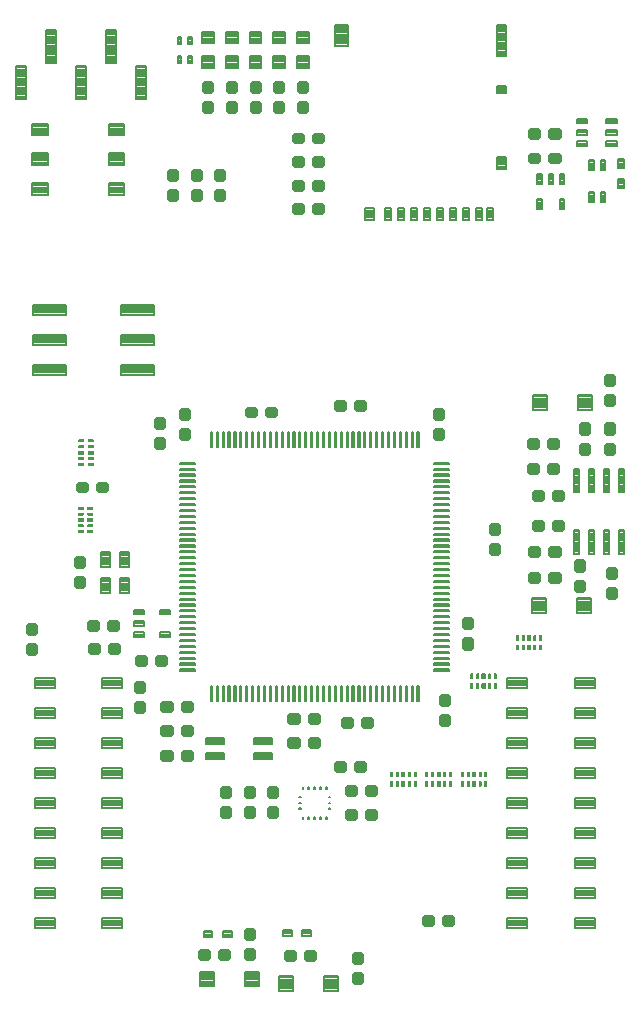
<source format=gbr>
G04 EAGLE Gerber RS-274X export*
G75*
%MOMM*%
%FSLAX34Y34*%
%LPD*%
%INSolderpaste Top*%
%IPPOS*%
%AMOC8*
5,1,8,0,0,1.08239X$1,22.5*%
G01*
%ADD10C,0.500000*%
%ADD11C,0.200000*%
%ADD12C,0.198000*%
%ADD13C,0.200600*%
%ADD14C,0.203000*%
%ADD15C,0.195000*%
%ADD16C,0.204000*%
%ADD17C,0.201000*%
%ADD18C,0.196000*%
%ADD19C,0.199800*%

G36*
X-187500Y294745D02*
X-187500Y294745D01*
X-187499Y294745D01*
X-187308Y294783D01*
X-187307Y294784D01*
X-187306Y294784D01*
X-187144Y294892D01*
X-187143Y294894D01*
X-187142Y294894D01*
X-187034Y295056D01*
X-187034Y295057D01*
X-187033Y295058D01*
X-187031Y295067D01*
X-187028Y295082D01*
X-187025Y295097D01*
X-187023Y295107D01*
X-187020Y295122D01*
X-187017Y295137D01*
X-187013Y295162D01*
X-187012Y295162D01*
X-187010Y295177D01*
X-187005Y295201D01*
X-187005Y295202D01*
X-187002Y295216D01*
X-186999Y295231D01*
X-186997Y295241D01*
X-186995Y295249D01*
X-186995Y295250D01*
X-186995Y297750D01*
X-186995Y297751D01*
X-187033Y297942D01*
X-187034Y297943D01*
X-187034Y297944D01*
X-187142Y298106D01*
X-187144Y298107D01*
X-187144Y298108D01*
X-187306Y298216D01*
X-187307Y298216D01*
X-187308Y298217D01*
X-187499Y298255D01*
X-187500Y298255D01*
X-191500Y298255D01*
X-191501Y298255D01*
X-191692Y298217D01*
X-191693Y298216D01*
X-191694Y298216D01*
X-191856Y298108D01*
X-191857Y298107D01*
X-191858Y298106D01*
X-191966Y297944D01*
X-191966Y297943D01*
X-191967Y297942D01*
X-191967Y297941D01*
X-191970Y297926D01*
X-191972Y297916D01*
X-191975Y297901D01*
X-191978Y297886D01*
X-191983Y297861D01*
X-191986Y297846D01*
X-191991Y297821D01*
X-191994Y297806D01*
X-191997Y297792D01*
X-191997Y297791D01*
X-191999Y297782D01*
X-192002Y297767D01*
X-192005Y297752D01*
X-192005Y297751D01*
X-192005Y297750D01*
X-192005Y295250D01*
X-192005Y295249D01*
X-191967Y295058D01*
X-191966Y295057D01*
X-191966Y295056D01*
X-191858Y294894D01*
X-191857Y294893D01*
X-191856Y294892D01*
X-191694Y294784D01*
X-191693Y294784D01*
X-191692Y294783D01*
X-191501Y294745D01*
X-191500Y294745D01*
X-187500Y294745D01*
X-187500Y294745D01*
G37*
G36*
X-195500Y294745D02*
X-195500Y294745D01*
X-195499Y294745D01*
X-195308Y294783D01*
X-195307Y294784D01*
X-195306Y294784D01*
X-195144Y294892D01*
X-195143Y294894D01*
X-195142Y294894D01*
X-195034Y295056D01*
X-195034Y295057D01*
X-195033Y295058D01*
X-195031Y295067D01*
X-195028Y295082D01*
X-195025Y295097D01*
X-195023Y295107D01*
X-195020Y295122D01*
X-195017Y295137D01*
X-195013Y295162D01*
X-195012Y295162D01*
X-195010Y295177D01*
X-195005Y295201D01*
X-195005Y295202D01*
X-195002Y295216D01*
X-194999Y295231D01*
X-194997Y295241D01*
X-194995Y295249D01*
X-194995Y295250D01*
X-194995Y297750D01*
X-194995Y297751D01*
X-195033Y297942D01*
X-195034Y297943D01*
X-195034Y297944D01*
X-195142Y298106D01*
X-195144Y298107D01*
X-195144Y298108D01*
X-195306Y298216D01*
X-195307Y298216D01*
X-195308Y298217D01*
X-195499Y298255D01*
X-195500Y298255D01*
X-199500Y298255D01*
X-199501Y298255D01*
X-199692Y298217D01*
X-199693Y298216D01*
X-199694Y298216D01*
X-199856Y298108D01*
X-199857Y298107D01*
X-199858Y298106D01*
X-199966Y297944D01*
X-199966Y297943D01*
X-199967Y297942D01*
X-199967Y297941D01*
X-199970Y297926D01*
X-199972Y297916D01*
X-199975Y297901D01*
X-199978Y297886D01*
X-199983Y297861D01*
X-199986Y297846D01*
X-199991Y297821D01*
X-199994Y297806D01*
X-199997Y297792D01*
X-199997Y297791D01*
X-199999Y297782D01*
X-200002Y297767D01*
X-200005Y297752D01*
X-200005Y297751D01*
X-200005Y297750D01*
X-200005Y295250D01*
X-200005Y295249D01*
X-199967Y295058D01*
X-199966Y295057D01*
X-199966Y295056D01*
X-199858Y294894D01*
X-199857Y294893D01*
X-199856Y294892D01*
X-199694Y294784D01*
X-199693Y294784D01*
X-199692Y294783D01*
X-199501Y294745D01*
X-199500Y294745D01*
X-195500Y294745D01*
X-195500Y294745D01*
G37*
G36*
X-196000Y237745D02*
X-196000Y237745D01*
X-195999Y237745D01*
X-195808Y237783D01*
X-195807Y237784D01*
X-195806Y237784D01*
X-195644Y237892D01*
X-195643Y237894D01*
X-195642Y237894D01*
X-195534Y238056D01*
X-195534Y238057D01*
X-195533Y238058D01*
X-195531Y238067D01*
X-195528Y238082D01*
X-195525Y238097D01*
X-195523Y238107D01*
X-195520Y238122D01*
X-195517Y238137D01*
X-195513Y238162D01*
X-195512Y238162D01*
X-195510Y238177D01*
X-195505Y238201D01*
X-195505Y238202D01*
X-195502Y238216D01*
X-195499Y238231D01*
X-195497Y238241D01*
X-195495Y238249D01*
X-195495Y238250D01*
X-195495Y240750D01*
X-195495Y240751D01*
X-195533Y240942D01*
X-195534Y240943D01*
X-195534Y240944D01*
X-195642Y241106D01*
X-195644Y241107D01*
X-195644Y241108D01*
X-195806Y241216D01*
X-195807Y241216D01*
X-195808Y241217D01*
X-195999Y241255D01*
X-196000Y241255D01*
X-200000Y241255D01*
X-200001Y241255D01*
X-200192Y241217D01*
X-200193Y241216D01*
X-200194Y241216D01*
X-200356Y241108D01*
X-200357Y241107D01*
X-200358Y241106D01*
X-200466Y240944D01*
X-200466Y240943D01*
X-200467Y240942D01*
X-200467Y240941D01*
X-200470Y240926D01*
X-200472Y240916D01*
X-200475Y240901D01*
X-200478Y240886D01*
X-200483Y240861D01*
X-200486Y240846D01*
X-200491Y240821D01*
X-200494Y240806D01*
X-200497Y240792D01*
X-200497Y240791D01*
X-200499Y240782D01*
X-200502Y240767D01*
X-200505Y240752D01*
X-200505Y240751D01*
X-200505Y240750D01*
X-200505Y238250D01*
X-200505Y238249D01*
X-200467Y238058D01*
X-200466Y238057D01*
X-200466Y238056D01*
X-200358Y237894D01*
X-200357Y237893D01*
X-200356Y237892D01*
X-200194Y237784D01*
X-200193Y237784D01*
X-200192Y237783D01*
X-200001Y237745D01*
X-200000Y237745D01*
X-196000Y237745D01*
X-196000Y237745D01*
G37*
G36*
X-188000Y237745D02*
X-188000Y237745D01*
X-187999Y237745D01*
X-187808Y237783D01*
X-187807Y237784D01*
X-187806Y237784D01*
X-187644Y237892D01*
X-187643Y237894D01*
X-187642Y237894D01*
X-187534Y238056D01*
X-187534Y238057D01*
X-187533Y238058D01*
X-187531Y238067D01*
X-187528Y238082D01*
X-187525Y238097D01*
X-187523Y238107D01*
X-187520Y238122D01*
X-187517Y238137D01*
X-187513Y238162D01*
X-187512Y238162D01*
X-187510Y238177D01*
X-187505Y238201D01*
X-187505Y238202D01*
X-187502Y238216D01*
X-187499Y238231D01*
X-187497Y238241D01*
X-187495Y238249D01*
X-187495Y238250D01*
X-187495Y240750D01*
X-187495Y240751D01*
X-187533Y240942D01*
X-187534Y240943D01*
X-187534Y240944D01*
X-187642Y241106D01*
X-187644Y241107D01*
X-187644Y241108D01*
X-187806Y241216D01*
X-187807Y241216D01*
X-187808Y241217D01*
X-187999Y241255D01*
X-188000Y241255D01*
X-192000Y241255D01*
X-192001Y241255D01*
X-192192Y241217D01*
X-192193Y241216D01*
X-192194Y241216D01*
X-192356Y241108D01*
X-192357Y241107D01*
X-192358Y241106D01*
X-192466Y240944D01*
X-192466Y240943D01*
X-192467Y240942D01*
X-192467Y240941D01*
X-192470Y240926D01*
X-192472Y240916D01*
X-192475Y240901D01*
X-192478Y240886D01*
X-192483Y240861D01*
X-192486Y240846D01*
X-192491Y240821D01*
X-192494Y240806D01*
X-192497Y240792D01*
X-192497Y240791D01*
X-192499Y240782D01*
X-192502Y240767D01*
X-192505Y240752D01*
X-192505Y240751D01*
X-192505Y240750D01*
X-192505Y238250D01*
X-192505Y238249D01*
X-192467Y238058D01*
X-192466Y238057D01*
X-192466Y238056D01*
X-192358Y237894D01*
X-192357Y237893D01*
X-192356Y237892D01*
X-192194Y237784D01*
X-192193Y237784D01*
X-192192Y237783D01*
X-192001Y237745D01*
X-192000Y237745D01*
X-188000Y237745D01*
X-188000Y237745D01*
G37*
G36*
X144251Y104495D02*
X144251Y104495D01*
X144442Y104533D01*
X144443Y104534D01*
X144444Y104534D01*
X144606Y104642D01*
X144607Y104644D01*
X144608Y104644D01*
X144716Y104806D01*
X144716Y104807D01*
X144717Y104808D01*
X144719Y104817D01*
X144722Y104832D01*
X144725Y104847D01*
X144727Y104857D01*
X144730Y104872D01*
X144733Y104887D01*
X144738Y104912D01*
X144740Y104927D01*
X144741Y104927D01*
X144740Y104927D01*
X144745Y104951D01*
X144745Y104952D01*
X144748Y104966D01*
X144751Y104981D01*
X144753Y104991D01*
X144755Y104999D01*
X144755Y105000D01*
X144755Y109000D01*
X144755Y109001D01*
X144717Y109192D01*
X144716Y109193D01*
X144716Y109194D01*
X144608Y109356D01*
X144607Y109357D01*
X144606Y109358D01*
X144444Y109466D01*
X144443Y109466D01*
X144442Y109467D01*
X144251Y109505D01*
X144250Y109505D01*
X141750Y109505D01*
X141749Y109505D01*
X141558Y109467D01*
X141557Y109466D01*
X141556Y109466D01*
X141394Y109358D01*
X141393Y109357D01*
X141392Y109356D01*
X141284Y109194D01*
X141284Y109193D01*
X141283Y109192D01*
X141282Y109186D01*
X141279Y109171D01*
X141274Y109146D01*
X141271Y109132D01*
X141271Y109131D01*
X141266Y109107D01*
X141263Y109092D01*
X141260Y109077D01*
X141258Y109067D01*
X141255Y109052D01*
X141252Y109037D01*
X141247Y109012D01*
X141245Y109001D01*
X141245Y109000D01*
X141245Y105000D01*
X141245Y104999D01*
X141283Y104808D01*
X141284Y104807D01*
X141284Y104806D01*
X141392Y104644D01*
X141394Y104643D01*
X141394Y104642D01*
X141556Y104534D01*
X141557Y104534D01*
X141558Y104533D01*
X141749Y104495D01*
X141750Y104495D01*
X144250Y104495D01*
X144251Y104495D01*
G37*
G36*
X182751Y136995D02*
X182751Y136995D01*
X182942Y137033D01*
X182943Y137034D01*
X182944Y137034D01*
X183106Y137142D01*
X183107Y137144D01*
X183108Y137144D01*
X183216Y137306D01*
X183216Y137307D01*
X183217Y137308D01*
X183219Y137317D01*
X183222Y137332D01*
X183225Y137347D01*
X183227Y137357D01*
X183230Y137372D01*
X183233Y137387D01*
X183238Y137412D01*
X183240Y137427D01*
X183241Y137427D01*
X183240Y137427D01*
X183245Y137451D01*
X183245Y137452D01*
X183248Y137466D01*
X183251Y137481D01*
X183253Y137491D01*
X183255Y137499D01*
X183255Y137500D01*
X183255Y141500D01*
X183255Y141501D01*
X183217Y141692D01*
X183216Y141693D01*
X183216Y141694D01*
X183108Y141856D01*
X183107Y141857D01*
X183106Y141858D01*
X182944Y141966D01*
X182943Y141966D01*
X182942Y141967D01*
X182751Y142005D01*
X182750Y142005D01*
X180250Y142005D01*
X180249Y142005D01*
X180058Y141967D01*
X180057Y141966D01*
X180056Y141966D01*
X179894Y141858D01*
X179893Y141857D01*
X179892Y141856D01*
X179784Y141694D01*
X179784Y141693D01*
X179783Y141692D01*
X179782Y141686D01*
X179779Y141671D01*
X179774Y141646D01*
X179771Y141632D01*
X179771Y141631D01*
X179766Y141607D01*
X179763Y141592D01*
X179760Y141577D01*
X179758Y141567D01*
X179755Y141552D01*
X179752Y141537D01*
X179747Y141512D01*
X179745Y141501D01*
X179745Y141500D01*
X179745Y137500D01*
X179745Y137499D01*
X179783Y137308D01*
X179784Y137307D01*
X179784Y137306D01*
X179892Y137144D01*
X179894Y137143D01*
X179894Y137142D01*
X180056Y137034D01*
X180057Y137034D01*
X180058Y137033D01*
X180249Y136995D01*
X180250Y136995D01*
X182750Y136995D01*
X182751Y136995D01*
G37*
G36*
X182751Y128995D02*
X182751Y128995D01*
X182942Y129033D01*
X182943Y129034D01*
X182944Y129034D01*
X183106Y129142D01*
X183107Y129144D01*
X183108Y129144D01*
X183216Y129306D01*
X183216Y129307D01*
X183217Y129308D01*
X183219Y129317D01*
X183222Y129332D01*
X183225Y129347D01*
X183227Y129357D01*
X183230Y129372D01*
X183233Y129387D01*
X183238Y129412D01*
X183240Y129427D01*
X183241Y129427D01*
X183240Y129427D01*
X183245Y129451D01*
X183245Y129452D01*
X183248Y129466D01*
X183251Y129481D01*
X183253Y129491D01*
X183255Y129499D01*
X183255Y129500D01*
X183255Y133500D01*
X183255Y133501D01*
X183217Y133692D01*
X183216Y133693D01*
X183216Y133694D01*
X183108Y133856D01*
X183107Y133857D01*
X183106Y133858D01*
X182944Y133966D01*
X182943Y133966D01*
X182942Y133967D01*
X182751Y134005D01*
X182750Y134005D01*
X180250Y134005D01*
X180249Y134005D01*
X180058Y133967D01*
X180057Y133966D01*
X180056Y133966D01*
X179894Y133858D01*
X179893Y133857D01*
X179892Y133856D01*
X179784Y133694D01*
X179784Y133693D01*
X179783Y133692D01*
X179782Y133686D01*
X179779Y133671D01*
X179774Y133646D01*
X179771Y133632D01*
X179771Y133631D01*
X179766Y133607D01*
X179763Y133592D01*
X179760Y133577D01*
X179758Y133567D01*
X179755Y133552D01*
X179752Y133537D01*
X179747Y133512D01*
X179745Y133501D01*
X179745Y133500D01*
X179745Y129500D01*
X179745Y129499D01*
X179783Y129308D01*
X179784Y129307D01*
X179784Y129306D01*
X179892Y129144D01*
X179894Y129143D01*
X179894Y129142D01*
X180056Y129034D01*
X180057Y129034D01*
X180058Y129033D01*
X180249Y128995D01*
X180250Y128995D01*
X182750Y128995D01*
X182751Y128995D01*
G37*
G36*
X144251Y96495D02*
X144251Y96495D01*
X144442Y96533D01*
X144443Y96534D01*
X144444Y96534D01*
X144606Y96642D01*
X144607Y96644D01*
X144608Y96644D01*
X144716Y96806D01*
X144716Y96807D01*
X144717Y96808D01*
X144719Y96817D01*
X144722Y96832D01*
X144725Y96847D01*
X144727Y96857D01*
X144730Y96872D01*
X144733Y96887D01*
X144738Y96912D01*
X144740Y96927D01*
X144741Y96927D01*
X144740Y96927D01*
X144745Y96951D01*
X144745Y96952D01*
X144748Y96966D01*
X144751Y96981D01*
X144753Y96991D01*
X144755Y96999D01*
X144755Y97000D01*
X144755Y101000D01*
X144755Y101001D01*
X144717Y101192D01*
X144716Y101193D01*
X144716Y101194D01*
X144608Y101356D01*
X144607Y101357D01*
X144606Y101358D01*
X144444Y101466D01*
X144443Y101466D01*
X144442Y101467D01*
X144251Y101505D01*
X144250Y101505D01*
X141750Y101505D01*
X141749Y101505D01*
X141558Y101467D01*
X141557Y101466D01*
X141556Y101466D01*
X141394Y101358D01*
X141393Y101357D01*
X141392Y101356D01*
X141284Y101194D01*
X141284Y101193D01*
X141283Y101192D01*
X141282Y101186D01*
X141279Y101171D01*
X141274Y101146D01*
X141271Y101132D01*
X141271Y101131D01*
X141266Y101107D01*
X141263Y101092D01*
X141260Y101077D01*
X141258Y101067D01*
X141255Y101052D01*
X141252Y101037D01*
X141247Y101012D01*
X141245Y101001D01*
X141245Y101000D01*
X141245Y97000D01*
X141245Y96999D01*
X141283Y96808D01*
X141284Y96807D01*
X141284Y96806D01*
X141392Y96644D01*
X141394Y96643D01*
X141394Y96642D01*
X141556Y96534D01*
X141557Y96534D01*
X141558Y96533D01*
X141749Y96495D01*
X141750Y96495D01*
X144250Y96495D01*
X144251Y96495D01*
G37*
G36*
X136251Y21495D02*
X136251Y21495D01*
X136442Y21533D01*
X136443Y21534D01*
X136444Y21534D01*
X136606Y21642D01*
X136607Y21644D01*
X136608Y21644D01*
X136716Y21806D01*
X136716Y21807D01*
X136717Y21808D01*
X136719Y21817D01*
X136722Y21832D01*
X136725Y21847D01*
X136727Y21857D01*
X136730Y21872D01*
X136733Y21887D01*
X136738Y21912D01*
X136740Y21927D01*
X136741Y21927D01*
X136740Y21927D01*
X136745Y21951D01*
X136745Y21952D01*
X136748Y21966D01*
X136751Y21981D01*
X136753Y21991D01*
X136755Y21999D01*
X136755Y22000D01*
X136755Y26000D01*
X136755Y26001D01*
X136717Y26192D01*
X136716Y26193D01*
X136716Y26194D01*
X136608Y26356D01*
X136607Y26357D01*
X136606Y26358D01*
X136444Y26466D01*
X136443Y26466D01*
X136442Y26467D01*
X136251Y26505D01*
X136250Y26505D01*
X133750Y26505D01*
X133749Y26505D01*
X133558Y26467D01*
X133557Y26466D01*
X133556Y26466D01*
X133394Y26358D01*
X133393Y26357D01*
X133392Y26356D01*
X133284Y26194D01*
X133284Y26193D01*
X133283Y26192D01*
X133282Y26186D01*
X133279Y26171D01*
X133274Y26146D01*
X133271Y26132D01*
X133271Y26131D01*
X133266Y26107D01*
X133263Y26092D01*
X133260Y26077D01*
X133258Y26067D01*
X133255Y26052D01*
X133252Y26037D01*
X133247Y26012D01*
X133245Y26001D01*
X133245Y26000D01*
X133245Y22000D01*
X133245Y21999D01*
X133283Y21808D01*
X133284Y21807D01*
X133284Y21806D01*
X133392Y21644D01*
X133394Y21643D01*
X133394Y21642D01*
X133556Y21534D01*
X133557Y21534D01*
X133558Y21533D01*
X133749Y21495D01*
X133750Y21495D01*
X136250Y21495D01*
X136251Y21495D01*
G37*
G36*
X106251Y21495D02*
X106251Y21495D01*
X106442Y21533D01*
X106443Y21534D01*
X106444Y21534D01*
X106606Y21642D01*
X106607Y21644D01*
X106608Y21644D01*
X106716Y21806D01*
X106716Y21807D01*
X106717Y21808D01*
X106719Y21817D01*
X106722Y21832D01*
X106725Y21847D01*
X106727Y21857D01*
X106730Y21872D01*
X106733Y21887D01*
X106738Y21912D01*
X106740Y21927D01*
X106741Y21927D01*
X106740Y21927D01*
X106745Y21951D01*
X106745Y21952D01*
X106748Y21966D01*
X106751Y21981D01*
X106753Y21991D01*
X106755Y21999D01*
X106755Y22000D01*
X106755Y26000D01*
X106755Y26001D01*
X106717Y26192D01*
X106716Y26193D01*
X106716Y26194D01*
X106608Y26356D01*
X106607Y26357D01*
X106606Y26358D01*
X106444Y26466D01*
X106443Y26466D01*
X106442Y26467D01*
X106251Y26505D01*
X106250Y26505D01*
X103750Y26505D01*
X103749Y26505D01*
X103558Y26467D01*
X103557Y26466D01*
X103556Y26466D01*
X103394Y26358D01*
X103393Y26357D01*
X103392Y26356D01*
X103284Y26194D01*
X103284Y26193D01*
X103283Y26192D01*
X103282Y26186D01*
X103279Y26171D01*
X103274Y26146D01*
X103271Y26132D01*
X103271Y26131D01*
X103266Y26107D01*
X103263Y26092D01*
X103260Y26077D01*
X103258Y26067D01*
X103255Y26052D01*
X103252Y26037D01*
X103247Y26012D01*
X103245Y26001D01*
X103245Y26000D01*
X103245Y22000D01*
X103245Y21999D01*
X103283Y21808D01*
X103284Y21807D01*
X103284Y21806D01*
X103392Y21644D01*
X103394Y21643D01*
X103394Y21642D01*
X103556Y21534D01*
X103557Y21534D01*
X103558Y21533D01*
X103749Y21495D01*
X103750Y21495D01*
X106250Y21495D01*
X106251Y21495D01*
G37*
G36*
X76251Y21495D02*
X76251Y21495D01*
X76442Y21533D01*
X76443Y21534D01*
X76444Y21534D01*
X76606Y21642D01*
X76607Y21644D01*
X76608Y21644D01*
X76716Y21806D01*
X76716Y21807D01*
X76717Y21808D01*
X76719Y21817D01*
X76722Y21832D01*
X76725Y21847D01*
X76727Y21857D01*
X76730Y21872D01*
X76733Y21887D01*
X76738Y21912D01*
X76740Y21927D01*
X76741Y21927D01*
X76740Y21927D01*
X76745Y21951D01*
X76745Y21952D01*
X76748Y21966D01*
X76751Y21981D01*
X76753Y21991D01*
X76755Y21999D01*
X76755Y22000D01*
X76755Y26000D01*
X76755Y26001D01*
X76717Y26192D01*
X76716Y26193D01*
X76716Y26194D01*
X76608Y26356D01*
X76607Y26357D01*
X76606Y26358D01*
X76444Y26466D01*
X76443Y26466D01*
X76442Y26467D01*
X76251Y26505D01*
X76250Y26505D01*
X73750Y26505D01*
X73749Y26505D01*
X73558Y26467D01*
X73557Y26466D01*
X73556Y26466D01*
X73394Y26358D01*
X73393Y26357D01*
X73392Y26356D01*
X73284Y26194D01*
X73284Y26193D01*
X73283Y26192D01*
X73282Y26186D01*
X73279Y26171D01*
X73274Y26146D01*
X73271Y26132D01*
X73271Y26131D01*
X73266Y26107D01*
X73263Y26092D01*
X73260Y26077D01*
X73258Y26067D01*
X73255Y26052D01*
X73252Y26037D01*
X73247Y26012D01*
X73245Y26001D01*
X73245Y26000D01*
X73245Y22000D01*
X73245Y21999D01*
X73283Y21808D01*
X73284Y21807D01*
X73284Y21806D01*
X73392Y21644D01*
X73394Y21643D01*
X73394Y21642D01*
X73556Y21534D01*
X73557Y21534D01*
X73558Y21533D01*
X73749Y21495D01*
X73750Y21495D01*
X76250Y21495D01*
X76251Y21495D01*
G37*
G36*
X76251Y13495D02*
X76251Y13495D01*
X76442Y13533D01*
X76443Y13534D01*
X76444Y13534D01*
X76606Y13642D01*
X76607Y13644D01*
X76608Y13644D01*
X76716Y13806D01*
X76716Y13807D01*
X76717Y13808D01*
X76719Y13817D01*
X76722Y13832D01*
X76725Y13847D01*
X76727Y13857D01*
X76730Y13872D01*
X76733Y13887D01*
X76738Y13912D01*
X76740Y13927D01*
X76741Y13927D01*
X76740Y13927D01*
X76745Y13951D01*
X76745Y13952D01*
X76748Y13966D01*
X76751Y13981D01*
X76753Y13991D01*
X76755Y13999D01*
X76755Y14000D01*
X76755Y18000D01*
X76755Y18001D01*
X76717Y18192D01*
X76716Y18193D01*
X76716Y18194D01*
X76608Y18356D01*
X76607Y18357D01*
X76606Y18358D01*
X76444Y18466D01*
X76443Y18466D01*
X76442Y18467D01*
X76251Y18505D01*
X76250Y18505D01*
X73750Y18505D01*
X73749Y18505D01*
X73558Y18467D01*
X73557Y18466D01*
X73556Y18466D01*
X73394Y18358D01*
X73393Y18357D01*
X73392Y18356D01*
X73284Y18194D01*
X73284Y18193D01*
X73283Y18192D01*
X73282Y18186D01*
X73279Y18171D01*
X73274Y18146D01*
X73271Y18132D01*
X73271Y18131D01*
X73266Y18107D01*
X73263Y18092D01*
X73260Y18077D01*
X73258Y18067D01*
X73255Y18052D01*
X73252Y18037D01*
X73247Y18012D01*
X73245Y18001D01*
X73245Y18000D01*
X73245Y14000D01*
X73245Y13999D01*
X73283Y13808D01*
X73284Y13807D01*
X73284Y13806D01*
X73392Y13644D01*
X73394Y13643D01*
X73394Y13642D01*
X73556Y13534D01*
X73557Y13534D01*
X73558Y13533D01*
X73749Y13495D01*
X73750Y13495D01*
X76250Y13495D01*
X76251Y13495D01*
G37*
G36*
X136251Y13495D02*
X136251Y13495D01*
X136442Y13533D01*
X136443Y13534D01*
X136444Y13534D01*
X136606Y13642D01*
X136607Y13644D01*
X136608Y13644D01*
X136716Y13806D01*
X136716Y13807D01*
X136717Y13808D01*
X136719Y13817D01*
X136722Y13832D01*
X136725Y13847D01*
X136727Y13857D01*
X136730Y13872D01*
X136733Y13887D01*
X136738Y13912D01*
X136740Y13927D01*
X136741Y13927D01*
X136740Y13927D01*
X136745Y13951D01*
X136745Y13952D01*
X136748Y13966D01*
X136751Y13981D01*
X136753Y13991D01*
X136755Y13999D01*
X136755Y14000D01*
X136755Y18000D01*
X136755Y18001D01*
X136717Y18192D01*
X136716Y18193D01*
X136716Y18194D01*
X136608Y18356D01*
X136607Y18357D01*
X136606Y18358D01*
X136444Y18466D01*
X136443Y18466D01*
X136442Y18467D01*
X136251Y18505D01*
X136250Y18505D01*
X133750Y18505D01*
X133749Y18505D01*
X133558Y18467D01*
X133557Y18466D01*
X133556Y18466D01*
X133394Y18358D01*
X133393Y18357D01*
X133392Y18356D01*
X133284Y18194D01*
X133284Y18193D01*
X133283Y18192D01*
X133282Y18186D01*
X133279Y18171D01*
X133274Y18146D01*
X133271Y18132D01*
X133271Y18131D01*
X133266Y18107D01*
X133263Y18092D01*
X133260Y18077D01*
X133258Y18067D01*
X133255Y18052D01*
X133252Y18037D01*
X133247Y18012D01*
X133245Y18001D01*
X133245Y18000D01*
X133245Y14000D01*
X133245Y13999D01*
X133283Y13808D01*
X133284Y13807D01*
X133284Y13806D01*
X133392Y13644D01*
X133394Y13643D01*
X133394Y13642D01*
X133556Y13534D01*
X133557Y13534D01*
X133558Y13533D01*
X133749Y13495D01*
X133750Y13495D01*
X136250Y13495D01*
X136251Y13495D01*
G37*
G36*
X106251Y13495D02*
X106251Y13495D01*
X106442Y13533D01*
X106443Y13534D01*
X106444Y13534D01*
X106606Y13642D01*
X106607Y13644D01*
X106608Y13644D01*
X106716Y13806D01*
X106716Y13807D01*
X106717Y13808D01*
X106719Y13817D01*
X106722Y13832D01*
X106725Y13847D01*
X106727Y13857D01*
X106730Y13872D01*
X106733Y13887D01*
X106738Y13912D01*
X106740Y13927D01*
X106741Y13927D01*
X106740Y13927D01*
X106745Y13951D01*
X106745Y13952D01*
X106748Y13966D01*
X106751Y13981D01*
X106753Y13991D01*
X106755Y13999D01*
X106755Y14000D01*
X106755Y18000D01*
X106755Y18001D01*
X106717Y18192D01*
X106716Y18193D01*
X106716Y18194D01*
X106608Y18356D01*
X106607Y18357D01*
X106606Y18358D01*
X106444Y18466D01*
X106443Y18466D01*
X106442Y18467D01*
X106251Y18505D01*
X106250Y18505D01*
X103750Y18505D01*
X103749Y18505D01*
X103558Y18467D01*
X103557Y18466D01*
X103556Y18466D01*
X103394Y18358D01*
X103393Y18357D01*
X103392Y18356D01*
X103284Y18194D01*
X103284Y18193D01*
X103283Y18192D01*
X103282Y18186D01*
X103279Y18171D01*
X103274Y18146D01*
X103271Y18132D01*
X103271Y18131D01*
X103266Y18107D01*
X103263Y18092D01*
X103260Y18077D01*
X103258Y18067D01*
X103255Y18052D01*
X103252Y18037D01*
X103247Y18012D01*
X103245Y18001D01*
X103245Y18000D01*
X103245Y14000D01*
X103245Y13999D01*
X103283Y13808D01*
X103284Y13807D01*
X103284Y13806D01*
X103392Y13644D01*
X103394Y13643D01*
X103394Y13642D01*
X103556Y13534D01*
X103557Y13534D01*
X103558Y13533D01*
X103749Y13495D01*
X103750Y13495D01*
X106250Y13495D01*
X106251Y13495D01*
G37*
G36*
X-187500Y305245D02*
X-187500Y305245D01*
X-187499Y305245D01*
X-187308Y305283D01*
X-187307Y305284D01*
X-187306Y305284D01*
X-187144Y305392D01*
X-187143Y305394D01*
X-187142Y305394D01*
X-187034Y305556D01*
X-187034Y305557D01*
X-187033Y305558D01*
X-187031Y305567D01*
X-187028Y305582D01*
X-187025Y305597D01*
X-187023Y305607D01*
X-187020Y305622D01*
X-187017Y305637D01*
X-187013Y305662D01*
X-187012Y305662D01*
X-187010Y305677D01*
X-187005Y305701D01*
X-187005Y305702D01*
X-187002Y305716D01*
X-186999Y305731D01*
X-186997Y305741D01*
X-186995Y305749D01*
X-186995Y305750D01*
X-186995Y307250D01*
X-186995Y307251D01*
X-187033Y307442D01*
X-187034Y307443D01*
X-187034Y307444D01*
X-187142Y307606D01*
X-187144Y307607D01*
X-187144Y307608D01*
X-187306Y307716D01*
X-187307Y307716D01*
X-187308Y307717D01*
X-187499Y307755D01*
X-187500Y307755D01*
X-191500Y307755D01*
X-191501Y307755D01*
X-191692Y307717D01*
X-191693Y307716D01*
X-191694Y307716D01*
X-191856Y307608D01*
X-191857Y307607D01*
X-191858Y307606D01*
X-191966Y307444D01*
X-191966Y307443D01*
X-191967Y307442D01*
X-191969Y307432D01*
X-191972Y307417D01*
X-191975Y307402D01*
X-191977Y307392D01*
X-191980Y307377D01*
X-191983Y307362D01*
X-191985Y307352D01*
X-191988Y307338D01*
X-191988Y307337D01*
X-191991Y307323D01*
X-191996Y307298D01*
X-191999Y307283D01*
X-192003Y307258D01*
X-192004Y307258D01*
X-192005Y307251D01*
X-192005Y307250D01*
X-192005Y305750D01*
X-192005Y305749D01*
X-191967Y305558D01*
X-191966Y305557D01*
X-191966Y305556D01*
X-191858Y305394D01*
X-191857Y305393D01*
X-191856Y305392D01*
X-191694Y305284D01*
X-191693Y305284D01*
X-191692Y305283D01*
X-191501Y305245D01*
X-191500Y305245D01*
X-187500Y305245D01*
X-187500Y305245D01*
G37*
G36*
X-195500Y305245D02*
X-195500Y305245D01*
X-195499Y305245D01*
X-195308Y305283D01*
X-195307Y305284D01*
X-195306Y305284D01*
X-195144Y305392D01*
X-195143Y305394D01*
X-195142Y305394D01*
X-195034Y305556D01*
X-195034Y305557D01*
X-195033Y305558D01*
X-195031Y305567D01*
X-195028Y305582D01*
X-195025Y305597D01*
X-195023Y305607D01*
X-195020Y305622D01*
X-195017Y305637D01*
X-195013Y305662D01*
X-195012Y305662D01*
X-195010Y305677D01*
X-195005Y305701D01*
X-195005Y305702D01*
X-195002Y305716D01*
X-194999Y305731D01*
X-194997Y305741D01*
X-194995Y305749D01*
X-194995Y305750D01*
X-194995Y307250D01*
X-194995Y307251D01*
X-195033Y307442D01*
X-195034Y307443D01*
X-195034Y307444D01*
X-195142Y307606D01*
X-195144Y307607D01*
X-195144Y307608D01*
X-195306Y307716D01*
X-195307Y307716D01*
X-195308Y307717D01*
X-195499Y307755D01*
X-195500Y307755D01*
X-199500Y307755D01*
X-199501Y307755D01*
X-199692Y307717D01*
X-199693Y307716D01*
X-199694Y307716D01*
X-199856Y307608D01*
X-199857Y307607D01*
X-199858Y307606D01*
X-199966Y307444D01*
X-199966Y307443D01*
X-199967Y307442D01*
X-199969Y307432D01*
X-199972Y307417D01*
X-199975Y307402D01*
X-199977Y307392D01*
X-199980Y307377D01*
X-199983Y307362D01*
X-199985Y307352D01*
X-199988Y307338D01*
X-199988Y307337D01*
X-199991Y307323D01*
X-199996Y307298D01*
X-199999Y307283D01*
X-200003Y307258D01*
X-200004Y307258D01*
X-200005Y307251D01*
X-200005Y307250D01*
X-200005Y305750D01*
X-200005Y305749D01*
X-199967Y305558D01*
X-199966Y305557D01*
X-199966Y305556D01*
X-199858Y305394D01*
X-199857Y305393D01*
X-199856Y305392D01*
X-199694Y305284D01*
X-199693Y305284D01*
X-199692Y305283D01*
X-199501Y305245D01*
X-199500Y305245D01*
X-195500Y305245D01*
X-195500Y305245D01*
G37*
G36*
X-187500Y300245D02*
X-187500Y300245D01*
X-187499Y300245D01*
X-187308Y300283D01*
X-187307Y300284D01*
X-187306Y300284D01*
X-187144Y300392D01*
X-187143Y300394D01*
X-187142Y300394D01*
X-187034Y300556D01*
X-187034Y300557D01*
X-187033Y300558D01*
X-187031Y300567D01*
X-187028Y300582D01*
X-187025Y300597D01*
X-187023Y300607D01*
X-187020Y300622D01*
X-187017Y300637D01*
X-187013Y300662D01*
X-187012Y300662D01*
X-187010Y300677D01*
X-187005Y300701D01*
X-187005Y300702D01*
X-187002Y300716D01*
X-186999Y300731D01*
X-186997Y300741D01*
X-186995Y300749D01*
X-186995Y300750D01*
X-186995Y302250D01*
X-186995Y302251D01*
X-187033Y302442D01*
X-187034Y302443D01*
X-187034Y302444D01*
X-187142Y302606D01*
X-187144Y302607D01*
X-187144Y302608D01*
X-187306Y302716D01*
X-187307Y302716D01*
X-187308Y302717D01*
X-187499Y302755D01*
X-187500Y302755D01*
X-191500Y302755D01*
X-191501Y302755D01*
X-191692Y302717D01*
X-191693Y302716D01*
X-191694Y302716D01*
X-191856Y302608D01*
X-191857Y302607D01*
X-191858Y302606D01*
X-191966Y302444D01*
X-191966Y302443D01*
X-191967Y302442D01*
X-191969Y302432D01*
X-191972Y302417D01*
X-191975Y302402D01*
X-191977Y302392D01*
X-191980Y302377D01*
X-191983Y302362D01*
X-191985Y302352D01*
X-191988Y302338D01*
X-191988Y302337D01*
X-191991Y302323D01*
X-191996Y302298D01*
X-191999Y302283D01*
X-192003Y302258D01*
X-192004Y302258D01*
X-192005Y302251D01*
X-192005Y302250D01*
X-192005Y300750D01*
X-192005Y300749D01*
X-191967Y300558D01*
X-191966Y300557D01*
X-191966Y300556D01*
X-191858Y300394D01*
X-191857Y300393D01*
X-191856Y300392D01*
X-191694Y300284D01*
X-191693Y300284D01*
X-191692Y300283D01*
X-191501Y300245D01*
X-191500Y300245D01*
X-187500Y300245D01*
X-187500Y300245D01*
G37*
G36*
X-195500Y300245D02*
X-195500Y300245D01*
X-195499Y300245D01*
X-195308Y300283D01*
X-195307Y300284D01*
X-195306Y300284D01*
X-195144Y300392D01*
X-195143Y300394D01*
X-195142Y300394D01*
X-195034Y300556D01*
X-195034Y300557D01*
X-195033Y300558D01*
X-195031Y300567D01*
X-195028Y300582D01*
X-195025Y300597D01*
X-195023Y300607D01*
X-195020Y300622D01*
X-195017Y300637D01*
X-195013Y300662D01*
X-195012Y300662D01*
X-195010Y300677D01*
X-195005Y300701D01*
X-195005Y300702D01*
X-195002Y300716D01*
X-194999Y300731D01*
X-194997Y300741D01*
X-194995Y300749D01*
X-194995Y300750D01*
X-194995Y302250D01*
X-194995Y302251D01*
X-195033Y302442D01*
X-195034Y302443D01*
X-195034Y302444D01*
X-195142Y302606D01*
X-195144Y302607D01*
X-195144Y302608D01*
X-195306Y302716D01*
X-195307Y302716D01*
X-195308Y302717D01*
X-195499Y302755D01*
X-195500Y302755D01*
X-199500Y302755D01*
X-199501Y302755D01*
X-199692Y302717D01*
X-199693Y302716D01*
X-199694Y302716D01*
X-199856Y302608D01*
X-199857Y302607D01*
X-199858Y302606D01*
X-199966Y302444D01*
X-199966Y302443D01*
X-199967Y302442D01*
X-199969Y302432D01*
X-199972Y302417D01*
X-199975Y302402D01*
X-199977Y302392D01*
X-199980Y302377D01*
X-199983Y302362D01*
X-199985Y302352D01*
X-199988Y302338D01*
X-199988Y302337D01*
X-199991Y302323D01*
X-199996Y302298D01*
X-199999Y302283D01*
X-200003Y302258D01*
X-200004Y302258D01*
X-200005Y302251D01*
X-200005Y302250D01*
X-200005Y300750D01*
X-200005Y300749D01*
X-199967Y300558D01*
X-199966Y300557D01*
X-199966Y300556D01*
X-199858Y300394D01*
X-199857Y300393D01*
X-199856Y300392D01*
X-199694Y300284D01*
X-199693Y300284D01*
X-199692Y300283D01*
X-199501Y300245D01*
X-199500Y300245D01*
X-195500Y300245D01*
X-195500Y300245D01*
G37*
G36*
X-195500Y290245D02*
X-195500Y290245D01*
X-195499Y290245D01*
X-195308Y290283D01*
X-195307Y290284D01*
X-195306Y290284D01*
X-195144Y290392D01*
X-195143Y290394D01*
X-195142Y290394D01*
X-195034Y290556D01*
X-195034Y290557D01*
X-195033Y290558D01*
X-195031Y290567D01*
X-195028Y290582D01*
X-195025Y290597D01*
X-195023Y290607D01*
X-195020Y290622D01*
X-195017Y290637D01*
X-195013Y290662D01*
X-195012Y290662D01*
X-195010Y290677D01*
X-195005Y290701D01*
X-195005Y290702D01*
X-195002Y290716D01*
X-194999Y290731D01*
X-194997Y290741D01*
X-194995Y290749D01*
X-194995Y290750D01*
X-194995Y292250D01*
X-194995Y292251D01*
X-195033Y292442D01*
X-195034Y292443D01*
X-195034Y292444D01*
X-195142Y292606D01*
X-195144Y292607D01*
X-195144Y292608D01*
X-195306Y292716D01*
X-195307Y292716D01*
X-195308Y292717D01*
X-195499Y292755D01*
X-195500Y292755D01*
X-199500Y292755D01*
X-199501Y292755D01*
X-199692Y292717D01*
X-199693Y292716D01*
X-199694Y292716D01*
X-199856Y292608D01*
X-199857Y292607D01*
X-199858Y292606D01*
X-199966Y292444D01*
X-199966Y292443D01*
X-199967Y292442D01*
X-199969Y292432D01*
X-199972Y292417D01*
X-199975Y292402D01*
X-199977Y292392D01*
X-199980Y292377D01*
X-199983Y292362D01*
X-199985Y292352D01*
X-199988Y292338D01*
X-199988Y292337D01*
X-199991Y292323D01*
X-199996Y292298D01*
X-199999Y292283D01*
X-200003Y292258D01*
X-200004Y292258D01*
X-200005Y292251D01*
X-200005Y292250D01*
X-200005Y290750D01*
X-200005Y290749D01*
X-199967Y290558D01*
X-199966Y290557D01*
X-199966Y290556D01*
X-199858Y290394D01*
X-199857Y290393D01*
X-199856Y290392D01*
X-199694Y290284D01*
X-199693Y290284D01*
X-199692Y290283D01*
X-199501Y290245D01*
X-199500Y290245D01*
X-195500Y290245D01*
X-195500Y290245D01*
G37*
G36*
X-187500Y290245D02*
X-187500Y290245D01*
X-187499Y290245D01*
X-187308Y290283D01*
X-187307Y290284D01*
X-187306Y290284D01*
X-187144Y290392D01*
X-187143Y290394D01*
X-187142Y290394D01*
X-187034Y290556D01*
X-187034Y290557D01*
X-187033Y290558D01*
X-187031Y290567D01*
X-187028Y290582D01*
X-187025Y290597D01*
X-187023Y290607D01*
X-187020Y290622D01*
X-187017Y290637D01*
X-187013Y290662D01*
X-187012Y290662D01*
X-187010Y290677D01*
X-187005Y290701D01*
X-187005Y290702D01*
X-187002Y290716D01*
X-186999Y290731D01*
X-186997Y290741D01*
X-186995Y290749D01*
X-186995Y290750D01*
X-186995Y292250D01*
X-186995Y292251D01*
X-187033Y292442D01*
X-187034Y292443D01*
X-187034Y292444D01*
X-187142Y292606D01*
X-187144Y292607D01*
X-187144Y292608D01*
X-187306Y292716D01*
X-187307Y292716D01*
X-187308Y292717D01*
X-187499Y292755D01*
X-187500Y292755D01*
X-191500Y292755D01*
X-191501Y292755D01*
X-191692Y292717D01*
X-191693Y292716D01*
X-191694Y292716D01*
X-191856Y292608D01*
X-191857Y292607D01*
X-191858Y292606D01*
X-191966Y292444D01*
X-191966Y292443D01*
X-191967Y292442D01*
X-191969Y292432D01*
X-191972Y292417D01*
X-191975Y292402D01*
X-191977Y292392D01*
X-191980Y292377D01*
X-191983Y292362D01*
X-191985Y292352D01*
X-191988Y292338D01*
X-191988Y292337D01*
X-191991Y292323D01*
X-191996Y292298D01*
X-191999Y292283D01*
X-192003Y292258D01*
X-192004Y292258D01*
X-192005Y292251D01*
X-192005Y292250D01*
X-192005Y290750D01*
X-192005Y290749D01*
X-191967Y290558D01*
X-191966Y290557D01*
X-191966Y290556D01*
X-191858Y290394D01*
X-191857Y290393D01*
X-191856Y290392D01*
X-191694Y290284D01*
X-191693Y290284D01*
X-191692Y290283D01*
X-191501Y290245D01*
X-191500Y290245D01*
X-187500Y290245D01*
X-187500Y290245D01*
G37*
G36*
X-187500Y285245D02*
X-187500Y285245D01*
X-187499Y285245D01*
X-187308Y285283D01*
X-187307Y285284D01*
X-187306Y285284D01*
X-187144Y285392D01*
X-187143Y285394D01*
X-187142Y285394D01*
X-187034Y285556D01*
X-187034Y285557D01*
X-187033Y285558D01*
X-187031Y285567D01*
X-187028Y285582D01*
X-187025Y285597D01*
X-187023Y285607D01*
X-187020Y285622D01*
X-187017Y285637D01*
X-187013Y285662D01*
X-187012Y285662D01*
X-187010Y285677D01*
X-187005Y285701D01*
X-187005Y285702D01*
X-187002Y285716D01*
X-186999Y285731D01*
X-186997Y285741D01*
X-186995Y285749D01*
X-186995Y285750D01*
X-186995Y287250D01*
X-186995Y287251D01*
X-187033Y287442D01*
X-187034Y287443D01*
X-187034Y287444D01*
X-187142Y287606D01*
X-187144Y287607D01*
X-187144Y287608D01*
X-187306Y287716D01*
X-187307Y287716D01*
X-187308Y287717D01*
X-187499Y287755D01*
X-187500Y287755D01*
X-191500Y287755D01*
X-191501Y287755D01*
X-191692Y287717D01*
X-191693Y287716D01*
X-191694Y287716D01*
X-191856Y287608D01*
X-191857Y287607D01*
X-191858Y287606D01*
X-191966Y287444D01*
X-191966Y287443D01*
X-191967Y287442D01*
X-191969Y287432D01*
X-191972Y287417D01*
X-191975Y287402D01*
X-191977Y287392D01*
X-191980Y287377D01*
X-191983Y287362D01*
X-191985Y287352D01*
X-191988Y287338D01*
X-191988Y287337D01*
X-191991Y287323D01*
X-191996Y287298D01*
X-191999Y287283D01*
X-192003Y287258D01*
X-192004Y287258D01*
X-192005Y287251D01*
X-192005Y287250D01*
X-192005Y285750D01*
X-192005Y285749D01*
X-191967Y285558D01*
X-191966Y285557D01*
X-191966Y285556D01*
X-191858Y285394D01*
X-191857Y285393D01*
X-191856Y285392D01*
X-191694Y285284D01*
X-191693Y285284D01*
X-191692Y285283D01*
X-191501Y285245D01*
X-191500Y285245D01*
X-187500Y285245D01*
X-187500Y285245D01*
G37*
G36*
X-195500Y285245D02*
X-195500Y285245D01*
X-195499Y285245D01*
X-195308Y285283D01*
X-195307Y285284D01*
X-195306Y285284D01*
X-195144Y285392D01*
X-195143Y285394D01*
X-195142Y285394D01*
X-195034Y285556D01*
X-195034Y285557D01*
X-195033Y285558D01*
X-195031Y285567D01*
X-195028Y285582D01*
X-195025Y285597D01*
X-195023Y285607D01*
X-195020Y285622D01*
X-195017Y285637D01*
X-195013Y285662D01*
X-195012Y285662D01*
X-195010Y285677D01*
X-195005Y285701D01*
X-195005Y285702D01*
X-195002Y285716D01*
X-194999Y285731D01*
X-194997Y285741D01*
X-194995Y285749D01*
X-194995Y285750D01*
X-194995Y287250D01*
X-194995Y287251D01*
X-195033Y287442D01*
X-195034Y287443D01*
X-195034Y287444D01*
X-195142Y287606D01*
X-195144Y287607D01*
X-195144Y287608D01*
X-195306Y287716D01*
X-195307Y287716D01*
X-195308Y287717D01*
X-195499Y287755D01*
X-195500Y287755D01*
X-199500Y287755D01*
X-199501Y287755D01*
X-199692Y287717D01*
X-199693Y287716D01*
X-199694Y287716D01*
X-199856Y287608D01*
X-199857Y287607D01*
X-199858Y287606D01*
X-199966Y287444D01*
X-199966Y287443D01*
X-199967Y287442D01*
X-199969Y287432D01*
X-199972Y287417D01*
X-199975Y287402D01*
X-199977Y287392D01*
X-199980Y287377D01*
X-199983Y287362D01*
X-199985Y287352D01*
X-199988Y287338D01*
X-199988Y287337D01*
X-199991Y287323D01*
X-199996Y287298D01*
X-199999Y287283D01*
X-200003Y287258D01*
X-200004Y287258D01*
X-200005Y287251D01*
X-200005Y287250D01*
X-200005Y285750D01*
X-200005Y285749D01*
X-199967Y285558D01*
X-199966Y285557D01*
X-199966Y285556D01*
X-199858Y285394D01*
X-199857Y285393D01*
X-199856Y285392D01*
X-199694Y285284D01*
X-199693Y285284D01*
X-199692Y285283D01*
X-199501Y285245D01*
X-199500Y285245D01*
X-195500Y285245D01*
X-195500Y285245D01*
G37*
G36*
X-196000Y248245D02*
X-196000Y248245D01*
X-195999Y248245D01*
X-195808Y248283D01*
X-195807Y248284D01*
X-195806Y248284D01*
X-195644Y248392D01*
X-195643Y248394D01*
X-195642Y248394D01*
X-195534Y248556D01*
X-195534Y248557D01*
X-195533Y248558D01*
X-195531Y248567D01*
X-195528Y248582D01*
X-195525Y248597D01*
X-195523Y248607D01*
X-195520Y248622D01*
X-195517Y248637D01*
X-195513Y248662D01*
X-195512Y248662D01*
X-195510Y248677D01*
X-195505Y248701D01*
X-195505Y248702D01*
X-195502Y248716D01*
X-195499Y248731D01*
X-195497Y248741D01*
X-195495Y248749D01*
X-195495Y248750D01*
X-195495Y250250D01*
X-195495Y250251D01*
X-195533Y250442D01*
X-195534Y250443D01*
X-195534Y250444D01*
X-195642Y250606D01*
X-195644Y250607D01*
X-195644Y250608D01*
X-195806Y250716D01*
X-195807Y250716D01*
X-195808Y250717D01*
X-195999Y250755D01*
X-196000Y250755D01*
X-200000Y250755D01*
X-200001Y250755D01*
X-200192Y250717D01*
X-200193Y250716D01*
X-200194Y250716D01*
X-200356Y250608D01*
X-200357Y250607D01*
X-200358Y250606D01*
X-200466Y250444D01*
X-200466Y250443D01*
X-200467Y250442D01*
X-200469Y250432D01*
X-200472Y250417D01*
X-200475Y250402D01*
X-200477Y250392D01*
X-200480Y250377D01*
X-200483Y250362D01*
X-200485Y250352D01*
X-200488Y250338D01*
X-200488Y250337D01*
X-200491Y250323D01*
X-200496Y250298D01*
X-200499Y250283D01*
X-200503Y250258D01*
X-200504Y250258D01*
X-200505Y250251D01*
X-200505Y250250D01*
X-200505Y248750D01*
X-200505Y248749D01*
X-200467Y248558D01*
X-200466Y248557D01*
X-200466Y248556D01*
X-200358Y248394D01*
X-200357Y248393D01*
X-200356Y248392D01*
X-200194Y248284D01*
X-200193Y248284D01*
X-200192Y248283D01*
X-200001Y248245D01*
X-200000Y248245D01*
X-196000Y248245D01*
X-196000Y248245D01*
G37*
G36*
X-188000Y248245D02*
X-188000Y248245D01*
X-187999Y248245D01*
X-187808Y248283D01*
X-187807Y248284D01*
X-187806Y248284D01*
X-187644Y248392D01*
X-187643Y248394D01*
X-187642Y248394D01*
X-187534Y248556D01*
X-187534Y248557D01*
X-187533Y248558D01*
X-187531Y248567D01*
X-187528Y248582D01*
X-187525Y248597D01*
X-187523Y248607D01*
X-187520Y248622D01*
X-187517Y248637D01*
X-187513Y248662D01*
X-187512Y248662D01*
X-187510Y248677D01*
X-187505Y248701D01*
X-187505Y248702D01*
X-187502Y248716D01*
X-187499Y248731D01*
X-187497Y248741D01*
X-187495Y248749D01*
X-187495Y248750D01*
X-187495Y250250D01*
X-187495Y250251D01*
X-187533Y250442D01*
X-187534Y250443D01*
X-187534Y250444D01*
X-187642Y250606D01*
X-187644Y250607D01*
X-187644Y250608D01*
X-187806Y250716D01*
X-187807Y250716D01*
X-187808Y250717D01*
X-187999Y250755D01*
X-188000Y250755D01*
X-192000Y250755D01*
X-192001Y250755D01*
X-192192Y250717D01*
X-192193Y250716D01*
X-192194Y250716D01*
X-192356Y250608D01*
X-192357Y250607D01*
X-192358Y250606D01*
X-192466Y250444D01*
X-192466Y250443D01*
X-192467Y250442D01*
X-192469Y250432D01*
X-192472Y250417D01*
X-192475Y250402D01*
X-192477Y250392D01*
X-192480Y250377D01*
X-192483Y250362D01*
X-192485Y250352D01*
X-192488Y250338D01*
X-192488Y250337D01*
X-192491Y250323D01*
X-192496Y250298D01*
X-192499Y250283D01*
X-192503Y250258D01*
X-192504Y250258D01*
X-192505Y250251D01*
X-192505Y250250D01*
X-192505Y248750D01*
X-192505Y248749D01*
X-192467Y248558D01*
X-192466Y248557D01*
X-192466Y248556D01*
X-192358Y248394D01*
X-192357Y248393D01*
X-192356Y248392D01*
X-192194Y248284D01*
X-192193Y248284D01*
X-192192Y248283D01*
X-192001Y248245D01*
X-192000Y248245D01*
X-188000Y248245D01*
X-188000Y248245D01*
G37*
G36*
X-196000Y243245D02*
X-196000Y243245D01*
X-195999Y243245D01*
X-195808Y243283D01*
X-195807Y243284D01*
X-195806Y243284D01*
X-195644Y243392D01*
X-195643Y243394D01*
X-195642Y243394D01*
X-195534Y243556D01*
X-195534Y243557D01*
X-195533Y243558D01*
X-195531Y243567D01*
X-195528Y243582D01*
X-195525Y243597D01*
X-195523Y243607D01*
X-195520Y243622D01*
X-195517Y243637D01*
X-195513Y243662D01*
X-195512Y243662D01*
X-195510Y243677D01*
X-195505Y243701D01*
X-195505Y243702D01*
X-195502Y243716D01*
X-195499Y243731D01*
X-195497Y243741D01*
X-195495Y243749D01*
X-195495Y243750D01*
X-195495Y245250D01*
X-195495Y245251D01*
X-195533Y245442D01*
X-195534Y245443D01*
X-195534Y245444D01*
X-195642Y245606D01*
X-195644Y245607D01*
X-195644Y245608D01*
X-195806Y245716D01*
X-195807Y245716D01*
X-195808Y245717D01*
X-195999Y245755D01*
X-196000Y245755D01*
X-200000Y245755D01*
X-200001Y245755D01*
X-200192Y245717D01*
X-200193Y245716D01*
X-200194Y245716D01*
X-200356Y245608D01*
X-200357Y245607D01*
X-200358Y245606D01*
X-200466Y245444D01*
X-200466Y245443D01*
X-200467Y245442D01*
X-200469Y245432D01*
X-200472Y245417D01*
X-200475Y245402D01*
X-200477Y245392D01*
X-200480Y245377D01*
X-200483Y245362D01*
X-200485Y245352D01*
X-200488Y245338D01*
X-200488Y245337D01*
X-200491Y245323D01*
X-200496Y245298D01*
X-200499Y245283D01*
X-200503Y245258D01*
X-200504Y245258D01*
X-200505Y245251D01*
X-200505Y245250D01*
X-200505Y243750D01*
X-200505Y243749D01*
X-200467Y243558D01*
X-200466Y243557D01*
X-200466Y243556D01*
X-200358Y243394D01*
X-200357Y243393D01*
X-200356Y243392D01*
X-200194Y243284D01*
X-200193Y243284D01*
X-200192Y243283D01*
X-200001Y243245D01*
X-200000Y243245D01*
X-196000Y243245D01*
X-196000Y243245D01*
G37*
G36*
X-188000Y243245D02*
X-188000Y243245D01*
X-187999Y243245D01*
X-187808Y243283D01*
X-187807Y243284D01*
X-187806Y243284D01*
X-187644Y243392D01*
X-187643Y243394D01*
X-187642Y243394D01*
X-187534Y243556D01*
X-187534Y243557D01*
X-187533Y243558D01*
X-187531Y243567D01*
X-187528Y243582D01*
X-187525Y243597D01*
X-187523Y243607D01*
X-187520Y243622D01*
X-187517Y243637D01*
X-187513Y243662D01*
X-187512Y243662D01*
X-187510Y243677D01*
X-187505Y243701D01*
X-187505Y243702D01*
X-187502Y243716D01*
X-187499Y243731D01*
X-187497Y243741D01*
X-187495Y243749D01*
X-187495Y243750D01*
X-187495Y245250D01*
X-187495Y245251D01*
X-187533Y245442D01*
X-187534Y245443D01*
X-187534Y245444D01*
X-187642Y245606D01*
X-187644Y245607D01*
X-187644Y245608D01*
X-187806Y245716D01*
X-187807Y245716D01*
X-187808Y245717D01*
X-187999Y245755D01*
X-188000Y245755D01*
X-192000Y245755D01*
X-192001Y245755D01*
X-192192Y245717D01*
X-192193Y245716D01*
X-192194Y245716D01*
X-192356Y245608D01*
X-192357Y245607D01*
X-192358Y245606D01*
X-192466Y245444D01*
X-192466Y245443D01*
X-192467Y245442D01*
X-192469Y245432D01*
X-192472Y245417D01*
X-192475Y245402D01*
X-192477Y245392D01*
X-192480Y245377D01*
X-192483Y245362D01*
X-192485Y245352D01*
X-192488Y245338D01*
X-192488Y245337D01*
X-192491Y245323D01*
X-192496Y245298D01*
X-192499Y245283D01*
X-192503Y245258D01*
X-192504Y245258D01*
X-192505Y245251D01*
X-192505Y245250D01*
X-192505Y243750D01*
X-192505Y243749D01*
X-192467Y243558D01*
X-192466Y243557D01*
X-192466Y243556D01*
X-192358Y243394D01*
X-192357Y243393D01*
X-192356Y243392D01*
X-192194Y243284D01*
X-192193Y243284D01*
X-192192Y243283D01*
X-192001Y243245D01*
X-192000Y243245D01*
X-188000Y243245D01*
X-188000Y243245D01*
G37*
G36*
X-188000Y233245D02*
X-188000Y233245D01*
X-187999Y233245D01*
X-187808Y233283D01*
X-187807Y233284D01*
X-187806Y233284D01*
X-187644Y233392D01*
X-187643Y233394D01*
X-187642Y233394D01*
X-187534Y233556D01*
X-187534Y233557D01*
X-187533Y233558D01*
X-187531Y233567D01*
X-187528Y233582D01*
X-187525Y233597D01*
X-187523Y233607D01*
X-187520Y233622D01*
X-187517Y233637D01*
X-187513Y233662D01*
X-187512Y233662D01*
X-187510Y233677D01*
X-187505Y233701D01*
X-187505Y233702D01*
X-187502Y233716D01*
X-187499Y233731D01*
X-187497Y233741D01*
X-187495Y233749D01*
X-187495Y233750D01*
X-187495Y235250D01*
X-187495Y235251D01*
X-187533Y235442D01*
X-187534Y235443D01*
X-187534Y235444D01*
X-187642Y235606D01*
X-187644Y235607D01*
X-187644Y235608D01*
X-187806Y235716D01*
X-187807Y235716D01*
X-187808Y235717D01*
X-187999Y235755D01*
X-188000Y235755D01*
X-192000Y235755D01*
X-192001Y235755D01*
X-192192Y235717D01*
X-192193Y235716D01*
X-192194Y235716D01*
X-192356Y235608D01*
X-192357Y235607D01*
X-192358Y235606D01*
X-192466Y235444D01*
X-192466Y235443D01*
X-192467Y235442D01*
X-192469Y235432D01*
X-192472Y235417D01*
X-192475Y235402D01*
X-192477Y235392D01*
X-192480Y235377D01*
X-192483Y235362D01*
X-192485Y235352D01*
X-192488Y235338D01*
X-192488Y235337D01*
X-192491Y235323D01*
X-192496Y235298D01*
X-192499Y235283D01*
X-192503Y235258D01*
X-192504Y235258D01*
X-192505Y235251D01*
X-192505Y235250D01*
X-192505Y233750D01*
X-192505Y233749D01*
X-192467Y233558D01*
X-192466Y233557D01*
X-192466Y233556D01*
X-192358Y233394D01*
X-192357Y233393D01*
X-192356Y233392D01*
X-192194Y233284D01*
X-192193Y233284D01*
X-192192Y233283D01*
X-192001Y233245D01*
X-192000Y233245D01*
X-188000Y233245D01*
X-188000Y233245D01*
G37*
G36*
X-196000Y233245D02*
X-196000Y233245D01*
X-195999Y233245D01*
X-195808Y233283D01*
X-195807Y233284D01*
X-195806Y233284D01*
X-195644Y233392D01*
X-195643Y233394D01*
X-195642Y233394D01*
X-195534Y233556D01*
X-195534Y233557D01*
X-195533Y233558D01*
X-195531Y233567D01*
X-195528Y233582D01*
X-195525Y233597D01*
X-195523Y233607D01*
X-195520Y233622D01*
X-195517Y233637D01*
X-195513Y233662D01*
X-195512Y233662D01*
X-195510Y233677D01*
X-195505Y233701D01*
X-195505Y233702D01*
X-195502Y233716D01*
X-195499Y233731D01*
X-195497Y233741D01*
X-195495Y233749D01*
X-195495Y233750D01*
X-195495Y235250D01*
X-195495Y235251D01*
X-195533Y235442D01*
X-195534Y235443D01*
X-195534Y235444D01*
X-195642Y235606D01*
X-195644Y235607D01*
X-195644Y235608D01*
X-195806Y235716D01*
X-195807Y235716D01*
X-195808Y235717D01*
X-195999Y235755D01*
X-196000Y235755D01*
X-200000Y235755D01*
X-200001Y235755D01*
X-200192Y235717D01*
X-200193Y235716D01*
X-200194Y235716D01*
X-200356Y235608D01*
X-200357Y235607D01*
X-200358Y235606D01*
X-200466Y235444D01*
X-200466Y235443D01*
X-200467Y235442D01*
X-200469Y235432D01*
X-200472Y235417D01*
X-200475Y235402D01*
X-200477Y235392D01*
X-200480Y235377D01*
X-200483Y235362D01*
X-200485Y235352D01*
X-200488Y235338D01*
X-200488Y235337D01*
X-200491Y235323D01*
X-200496Y235298D01*
X-200499Y235283D01*
X-200503Y235258D01*
X-200504Y235258D01*
X-200505Y235251D01*
X-200505Y235250D01*
X-200505Y233750D01*
X-200505Y233749D01*
X-200467Y233558D01*
X-200466Y233557D01*
X-200466Y233556D01*
X-200358Y233394D01*
X-200357Y233393D01*
X-200356Y233392D01*
X-200194Y233284D01*
X-200193Y233284D01*
X-200192Y233283D01*
X-200001Y233245D01*
X-200000Y233245D01*
X-196000Y233245D01*
X-196000Y233245D01*
G37*
G36*
X-196000Y228245D02*
X-196000Y228245D01*
X-195999Y228245D01*
X-195808Y228283D01*
X-195807Y228284D01*
X-195806Y228284D01*
X-195644Y228392D01*
X-195643Y228394D01*
X-195642Y228394D01*
X-195534Y228556D01*
X-195534Y228557D01*
X-195533Y228558D01*
X-195531Y228567D01*
X-195528Y228582D01*
X-195525Y228597D01*
X-195523Y228607D01*
X-195520Y228622D01*
X-195517Y228637D01*
X-195513Y228662D01*
X-195512Y228662D01*
X-195510Y228677D01*
X-195505Y228701D01*
X-195505Y228702D01*
X-195502Y228716D01*
X-195499Y228731D01*
X-195497Y228741D01*
X-195495Y228749D01*
X-195495Y228750D01*
X-195495Y230250D01*
X-195495Y230251D01*
X-195533Y230442D01*
X-195534Y230443D01*
X-195534Y230444D01*
X-195642Y230606D01*
X-195644Y230607D01*
X-195644Y230608D01*
X-195806Y230716D01*
X-195807Y230716D01*
X-195808Y230717D01*
X-195999Y230755D01*
X-196000Y230755D01*
X-200000Y230755D01*
X-200001Y230755D01*
X-200192Y230717D01*
X-200193Y230716D01*
X-200194Y230716D01*
X-200356Y230608D01*
X-200357Y230607D01*
X-200358Y230606D01*
X-200466Y230444D01*
X-200466Y230443D01*
X-200467Y230442D01*
X-200469Y230432D01*
X-200472Y230417D01*
X-200475Y230402D01*
X-200477Y230392D01*
X-200480Y230377D01*
X-200483Y230362D01*
X-200485Y230352D01*
X-200488Y230338D01*
X-200488Y230337D01*
X-200491Y230323D01*
X-200496Y230298D01*
X-200499Y230283D01*
X-200503Y230258D01*
X-200504Y230258D01*
X-200505Y230251D01*
X-200505Y230250D01*
X-200505Y228750D01*
X-200505Y228749D01*
X-200467Y228558D01*
X-200466Y228557D01*
X-200466Y228556D01*
X-200358Y228394D01*
X-200357Y228393D01*
X-200356Y228392D01*
X-200194Y228284D01*
X-200193Y228284D01*
X-200192Y228283D01*
X-200001Y228245D01*
X-200000Y228245D01*
X-196000Y228245D01*
X-196000Y228245D01*
G37*
G36*
X-188000Y228245D02*
X-188000Y228245D01*
X-187999Y228245D01*
X-187808Y228283D01*
X-187807Y228284D01*
X-187806Y228284D01*
X-187644Y228392D01*
X-187643Y228394D01*
X-187642Y228394D01*
X-187534Y228556D01*
X-187534Y228557D01*
X-187533Y228558D01*
X-187531Y228567D01*
X-187528Y228582D01*
X-187525Y228597D01*
X-187523Y228607D01*
X-187520Y228622D01*
X-187517Y228637D01*
X-187513Y228662D01*
X-187512Y228662D01*
X-187510Y228677D01*
X-187505Y228701D01*
X-187505Y228702D01*
X-187502Y228716D01*
X-187499Y228731D01*
X-187497Y228741D01*
X-187495Y228749D01*
X-187495Y228750D01*
X-187495Y230250D01*
X-187495Y230251D01*
X-187533Y230442D01*
X-187534Y230443D01*
X-187534Y230444D01*
X-187642Y230606D01*
X-187644Y230607D01*
X-187644Y230608D01*
X-187806Y230716D01*
X-187807Y230716D01*
X-187808Y230717D01*
X-187999Y230755D01*
X-188000Y230755D01*
X-192000Y230755D01*
X-192001Y230755D01*
X-192192Y230717D01*
X-192193Y230716D01*
X-192194Y230716D01*
X-192356Y230608D01*
X-192357Y230607D01*
X-192358Y230606D01*
X-192466Y230444D01*
X-192466Y230443D01*
X-192467Y230442D01*
X-192469Y230432D01*
X-192472Y230417D01*
X-192475Y230402D01*
X-192477Y230392D01*
X-192480Y230377D01*
X-192483Y230362D01*
X-192485Y230352D01*
X-192488Y230338D01*
X-192488Y230337D01*
X-192491Y230323D01*
X-192496Y230298D01*
X-192499Y230283D01*
X-192503Y230258D01*
X-192504Y230258D01*
X-192505Y230251D01*
X-192505Y230250D01*
X-192505Y228750D01*
X-192505Y228749D01*
X-192467Y228558D01*
X-192466Y228557D01*
X-192466Y228556D01*
X-192358Y228394D01*
X-192357Y228393D01*
X-192356Y228392D01*
X-192194Y228284D01*
X-192193Y228284D01*
X-192192Y228283D01*
X-192001Y228245D01*
X-192000Y228245D01*
X-188000Y228245D01*
X-188000Y228245D01*
G37*
G36*
X172251Y128995D02*
X172251Y128995D01*
X172442Y129033D01*
X172443Y129034D01*
X172444Y129034D01*
X172606Y129142D01*
X172607Y129144D01*
X172608Y129144D01*
X172716Y129306D01*
X172716Y129307D01*
X172717Y129308D01*
X172719Y129317D01*
X172722Y129332D01*
X172725Y129347D01*
X172727Y129357D01*
X172730Y129372D01*
X172733Y129387D01*
X172738Y129412D01*
X172740Y129427D01*
X172741Y129427D01*
X172740Y129427D01*
X172745Y129451D01*
X172745Y129452D01*
X172748Y129466D01*
X172751Y129481D01*
X172753Y129491D01*
X172755Y129499D01*
X172755Y129500D01*
X172755Y133500D01*
X172755Y133501D01*
X172717Y133692D01*
X172716Y133693D01*
X172716Y133694D01*
X172608Y133856D01*
X172607Y133857D01*
X172606Y133858D01*
X172444Y133966D01*
X172443Y133966D01*
X172442Y133967D01*
X172251Y134005D01*
X172250Y134005D01*
X170750Y134005D01*
X170749Y134005D01*
X170558Y133967D01*
X170557Y133966D01*
X170556Y133966D01*
X170394Y133858D01*
X170393Y133857D01*
X170392Y133856D01*
X170284Y133694D01*
X170284Y133693D01*
X170283Y133692D01*
X170282Y133686D01*
X170279Y133671D01*
X170274Y133646D01*
X170271Y133632D01*
X170271Y133631D01*
X170266Y133607D01*
X170263Y133592D01*
X170260Y133577D01*
X170258Y133567D01*
X170255Y133552D01*
X170252Y133537D01*
X170247Y133512D01*
X170245Y133501D01*
X170245Y133500D01*
X170245Y129500D01*
X170245Y129499D01*
X170283Y129308D01*
X170284Y129307D01*
X170284Y129306D01*
X170392Y129144D01*
X170394Y129143D01*
X170394Y129142D01*
X170556Y129034D01*
X170557Y129034D01*
X170558Y129033D01*
X170749Y128995D01*
X170750Y128995D01*
X172250Y128995D01*
X172251Y128995D01*
G37*
G36*
X138751Y104495D02*
X138751Y104495D01*
X138942Y104533D01*
X138943Y104534D01*
X138944Y104534D01*
X139106Y104642D01*
X139107Y104644D01*
X139108Y104644D01*
X139216Y104806D01*
X139216Y104807D01*
X139217Y104808D01*
X139219Y104817D01*
X139222Y104832D01*
X139225Y104847D01*
X139227Y104857D01*
X139230Y104872D01*
X139233Y104887D01*
X139238Y104912D01*
X139240Y104927D01*
X139241Y104927D01*
X139240Y104927D01*
X139245Y104951D01*
X139245Y104952D01*
X139248Y104966D01*
X139251Y104981D01*
X139253Y104991D01*
X139255Y104999D01*
X139255Y105000D01*
X139255Y109000D01*
X139255Y109001D01*
X139217Y109192D01*
X139216Y109193D01*
X139216Y109194D01*
X139108Y109356D01*
X139107Y109357D01*
X139106Y109358D01*
X138944Y109466D01*
X138943Y109466D01*
X138942Y109467D01*
X138751Y109505D01*
X138750Y109505D01*
X137250Y109505D01*
X137249Y109505D01*
X137058Y109467D01*
X137057Y109466D01*
X137056Y109466D01*
X136894Y109358D01*
X136893Y109357D01*
X136892Y109356D01*
X136784Y109194D01*
X136784Y109193D01*
X136783Y109192D01*
X136782Y109186D01*
X136779Y109171D01*
X136774Y109146D01*
X136771Y109132D01*
X136771Y109131D01*
X136766Y109107D01*
X136763Y109092D01*
X136760Y109077D01*
X136758Y109067D01*
X136755Y109052D01*
X136752Y109037D01*
X136747Y109012D01*
X136745Y109001D01*
X136745Y109000D01*
X136745Y105000D01*
X136745Y104999D01*
X136783Y104808D01*
X136784Y104807D01*
X136784Y104806D01*
X136892Y104644D01*
X136894Y104643D01*
X136894Y104642D01*
X137056Y104534D01*
X137057Y104534D01*
X137058Y104533D01*
X137249Y104495D01*
X137250Y104495D01*
X138750Y104495D01*
X138751Y104495D01*
G37*
G36*
X153751Y104495D02*
X153751Y104495D01*
X153942Y104533D01*
X153943Y104534D01*
X153944Y104534D01*
X154106Y104642D01*
X154107Y104644D01*
X154108Y104644D01*
X154216Y104806D01*
X154216Y104807D01*
X154217Y104808D01*
X154219Y104817D01*
X154222Y104832D01*
X154225Y104847D01*
X154227Y104857D01*
X154230Y104872D01*
X154233Y104887D01*
X154238Y104912D01*
X154240Y104927D01*
X154241Y104927D01*
X154240Y104927D01*
X154245Y104951D01*
X154245Y104952D01*
X154248Y104966D01*
X154251Y104981D01*
X154253Y104991D01*
X154255Y104999D01*
X154255Y105000D01*
X154255Y109000D01*
X154255Y109001D01*
X154217Y109192D01*
X154216Y109193D01*
X154216Y109194D01*
X154108Y109356D01*
X154107Y109357D01*
X154106Y109358D01*
X153944Y109466D01*
X153943Y109466D01*
X153942Y109467D01*
X153751Y109505D01*
X153750Y109505D01*
X152250Y109505D01*
X152249Y109505D01*
X152058Y109467D01*
X152057Y109466D01*
X152056Y109466D01*
X151894Y109358D01*
X151893Y109357D01*
X151892Y109356D01*
X151784Y109194D01*
X151784Y109193D01*
X151783Y109192D01*
X151782Y109186D01*
X151779Y109171D01*
X151774Y109146D01*
X151771Y109132D01*
X151771Y109131D01*
X151766Y109107D01*
X151763Y109092D01*
X151760Y109077D01*
X151758Y109067D01*
X151755Y109052D01*
X151752Y109037D01*
X151747Y109012D01*
X151745Y109001D01*
X151745Y109000D01*
X151745Y105000D01*
X151745Y104999D01*
X151783Y104808D01*
X151784Y104807D01*
X151784Y104806D01*
X151892Y104644D01*
X151894Y104643D01*
X151894Y104642D01*
X152056Y104534D01*
X152057Y104534D01*
X152058Y104533D01*
X152249Y104495D01*
X152250Y104495D01*
X153750Y104495D01*
X153751Y104495D01*
G37*
G36*
X148751Y104495D02*
X148751Y104495D01*
X148942Y104533D01*
X148943Y104534D01*
X148944Y104534D01*
X149106Y104642D01*
X149107Y104644D01*
X149108Y104644D01*
X149216Y104806D01*
X149216Y104807D01*
X149217Y104808D01*
X149219Y104817D01*
X149222Y104832D01*
X149225Y104847D01*
X149227Y104857D01*
X149230Y104872D01*
X149233Y104887D01*
X149238Y104912D01*
X149240Y104927D01*
X149241Y104927D01*
X149240Y104927D01*
X149245Y104951D01*
X149245Y104952D01*
X149248Y104966D01*
X149251Y104981D01*
X149253Y104991D01*
X149255Y104999D01*
X149255Y105000D01*
X149255Y109000D01*
X149255Y109001D01*
X149217Y109192D01*
X149216Y109193D01*
X149216Y109194D01*
X149108Y109356D01*
X149107Y109357D01*
X149106Y109358D01*
X148944Y109466D01*
X148943Y109466D01*
X148942Y109467D01*
X148751Y109505D01*
X148750Y109505D01*
X147250Y109505D01*
X147249Y109505D01*
X147058Y109467D01*
X147057Y109466D01*
X147056Y109466D01*
X146894Y109358D01*
X146893Y109357D01*
X146892Y109356D01*
X146784Y109194D01*
X146784Y109193D01*
X146783Y109192D01*
X146782Y109186D01*
X146779Y109171D01*
X146774Y109146D01*
X146771Y109132D01*
X146771Y109131D01*
X146766Y109107D01*
X146763Y109092D01*
X146760Y109077D01*
X146758Y109067D01*
X146755Y109052D01*
X146752Y109037D01*
X146747Y109012D01*
X146745Y109001D01*
X146745Y109000D01*
X146745Y105000D01*
X146745Y104999D01*
X146783Y104808D01*
X146784Y104807D01*
X146784Y104806D01*
X146892Y104644D01*
X146894Y104643D01*
X146894Y104642D01*
X147056Y104534D01*
X147057Y104534D01*
X147058Y104533D01*
X147249Y104495D01*
X147250Y104495D01*
X148750Y104495D01*
X148751Y104495D01*
G37*
G36*
X133751Y104495D02*
X133751Y104495D01*
X133942Y104533D01*
X133943Y104534D01*
X133944Y104534D01*
X134106Y104642D01*
X134107Y104644D01*
X134108Y104644D01*
X134216Y104806D01*
X134216Y104807D01*
X134217Y104808D01*
X134219Y104817D01*
X134222Y104832D01*
X134225Y104847D01*
X134227Y104857D01*
X134230Y104872D01*
X134233Y104887D01*
X134238Y104912D01*
X134240Y104927D01*
X134241Y104927D01*
X134240Y104927D01*
X134245Y104951D01*
X134245Y104952D01*
X134248Y104966D01*
X134251Y104981D01*
X134253Y104991D01*
X134255Y104999D01*
X134255Y105000D01*
X134255Y109000D01*
X134255Y109001D01*
X134217Y109192D01*
X134216Y109193D01*
X134216Y109194D01*
X134108Y109356D01*
X134107Y109357D01*
X134106Y109358D01*
X133944Y109466D01*
X133943Y109466D01*
X133942Y109467D01*
X133751Y109505D01*
X133750Y109505D01*
X132250Y109505D01*
X132249Y109505D01*
X132058Y109467D01*
X132057Y109466D01*
X132056Y109466D01*
X131894Y109358D01*
X131893Y109357D01*
X131892Y109356D01*
X131784Y109194D01*
X131784Y109193D01*
X131783Y109192D01*
X131782Y109186D01*
X131779Y109171D01*
X131774Y109146D01*
X131771Y109132D01*
X131771Y109131D01*
X131766Y109107D01*
X131763Y109092D01*
X131760Y109077D01*
X131758Y109067D01*
X131755Y109052D01*
X131752Y109037D01*
X131747Y109012D01*
X131745Y109001D01*
X131745Y109000D01*
X131745Y105000D01*
X131745Y104999D01*
X131783Y104808D01*
X131784Y104807D01*
X131784Y104806D01*
X131892Y104644D01*
X131894Y104643D01*
X131894Y104642D01*
X132056Y104534D01*
X132057Y104534D01*
X132058Y104533D01*
X132249Y104495D01*
X132250Y104495D01*
X133750Y104495D01*
X133751Y104495D01*
G37*
G36*
X138751Y96495D02*
X138751Y96495D01*
X138942Y96533D01*
X138943Y96534D01*
X138944Y96534D01*
X139106Y96642D01*
X139107Y96644D01*
X139108Y96644D01*
X139216Y96806D01*
X139216Y96807D01*
X139217Y96808D01*
X139219Y96817D01*
X139222Y96832D01*
X139225Y96847D01*
X139227Y96857D01*
X139230Y96872D01*
X139233Y96887D01*
X139238Y96912D01*
X139240Y96927D01*
X139241Y96927D01*
X139240Y96927D01*
X139245Y96951D01*
X139245Y96952D01*
X139248Y96966D01*
X139251Y96981D01*
X139253Y96991D01*
X139255Y96999D01*
X139255Y97000D01*
X139255Y101000D01*
X139255Y101001D01*
X139217Y101192D01*
X139216Y101193D01*
X139216Y101194D01*
X139108Y101356D01*
X139107Y101357D01*
X139106Y101358D01*
X138944Y101466D01*
X138943Y101466D01*
X138942Y101467D01*
X138751Y101505D01*
X138750Y101505D01*
X137250Y101505D01*
X137249Y101505D01*
X137058Y101467D01*
X137057Y101466D01*
X137056Y101466D01*
X136894Y101358D01*
X136893Y101357D01*
X136892Y101356D01*
X136784Y101194D01*
X136784Y101193D01*
X136783Y101192D01*
X136782Y101186D01*
X136779Y101171D01*
X136774Y101146D01*
X136771Y101132D01*
X136771Y101131D01*
X136766Y101107D01*
X136763Y101092D01*
X136760Y101077D01*
X136758Y101067D01*
X136755Y101052D01*
X136752Y101037D01*
X136747Y101012D01*
X136745Y101001D01*
X136745Y101000D01*
X136745Y97000D01*
X136745Y96999D01*
X136783Y96808D01*
X136784Y96807D01*
X136784Y96806D01*
X136892Y96644D01*
X136894Y96643D01*
X136894Y96642D01*
X137056Y96534D01*
X137057Y96534D01*
X137058Y96533D01*
X137249Y96495D01*
X137250Y96495D01*
X138750Y96495D01*
X138751Y96495D01*
G37*
G36*
X153751Y96495D02*
X153751Y96495D01*
X153942Y96533D01*
X153943Y96534D01*
X153944Y96534D01*
X154106Y96642D01*
X154107Y96644D01*
X154108Y96644D01*
X154216Y96806D01*
X154216Y96807D01*
X154217Y96808D01*
X154219Y96817D01*
X154222Y96832D01*
X154225Y96847D01*
X154227Y96857D01*
X154230Y96872D01*
X154233Y96887D01*
X154238Y96912D01*
X154240Y96927D01*
X154241Y96927D01*
X154240Y96927D01*
X154245Y96951D01*
X154245Y96952D01*
X154248Y96966D01*
X154251Y96981D01*
X154253Y96991D01*
X154255Y96999D01*
X154255Y97000D01*
X154255Y101000D01*
X154255Y101001D01*
X154217Y101192D01*
X154216Y101193D01*
X154216Y101194D01*
X154108Y101356D01*
X154107Y101357D01*
X154106Y101358D01*
X153944Y101466D01*
X153943Y101466D01*
X153942Y101467D01*
X153751Y101505D01*
X153750Y101505D01*
X152250Y101505D01*
X152249Y101505D01*
X152058Y101467D01*
X152057Y101466D01*
X152056Y101466D01*
X151894Y101358D01*
X151893Y101357D01*
X151892Y101356D01*
X151784Y101194D01*
X151784Y101193D01*
X151783Y101192D01*
X151782Y101186D01*
X151779Y101171D01*
X151774Y101146D01*
X151771Y101132D01*
X151771Y101131D01*
X151766Y101107D01*
X151763Y101092D01*
X151760Y101077D01*
X151758Y101067D01*
X151755Y101052D01*
X151752Y101037D01*
X151747Y101012D01*
X151745Y101001D01*
X151745Y101000D01*
X151745Y97000D01*
X151745Y96999D01*
X151783Y96808D01*
X151784Y96807D01*
X151784Y96806D01*
X151892Y96644D01*
X151894Y96643D01*
X151894Y96642D01*
X152056Y96534D01*
X152057Y96534D01*
X152058Y96533D01*
X152249Y96495D01*
X152250Y96495D01*
X153750Y96495D01*
X153751Y96495D01*
G37*
G36*
X133751Y96495D02*
X133751Y96495D01*
X133942Y96533D01*
X133943Y96534D01*
X133944Y96534D01*
X134106Y96642D01*
X134107Y96644D01*
X134108Y96644D01*
X134216Y96806D01*
X134216Y96807D01*
X134217Y96808D01*
X134219Y96817D01*
X134222Y96832D01*
X134225Y96847D01*
X134227Y96857D01*
X134230Y96872D01*
X134233Y96887D01*
X134238Y96912D01*
X134240Y96927D01*
X134241Y96927D01*
X134240Y96927D01*
X134245Y96951D01*
X134245Y96952D01*
X134248Y96966D01*
X134251Y96981D01*
X134253Y96991D01*
X134255Y96999D01*
X134255Y97000D01*
X134255Y101000D01*
X134255Y101001D01*
X134217Y101192D01*
X134216Y101193D01*
X134216Y101194D01*
X134108Y101356D01*
X134107Y101357D01*
X134106Y101358D01*
X133944Y101466D01*
X133943Y101466D01*
X133942Y101467D01*
X133751Y101505D01*
X133750Y101505D01*
X132250Y101505D01*
X132249Y101505D01*
X132058Y101467D01*
X132057Y101466D01*
X132056Y101466D01*
X131894Y101358D01*
X131893Y101357D01*
X131892Y101356D01*
X131784Y101194D01*
X131784Y101193D01*
X131783Y101192D01*
X131782Y101186D01*
X131779Y101171D01*
X131774Y101146D01*
X131771Y101132D01*
X131771Y101131D01*
X131766Y101107D01*
X131763Y101092D01*
X131760Y101077D01*
X131758Y101067D01*
X131755Y101052D01*
X131752Y101037D01*
X131747Y101012D01*
X131745Y101001D01*
X131745Y101000D01*
X131745Y97000D01*
X131745Y96999D01*
X131783Y96808D01*
X131784Y96807D01*
X131784Y96806D01*
X131892Y96644D01*
X131894Y96643D01*
X131894Y96642D01*
X132056Y96534D01*
X132057Y96534D01*
X132058Y96533D01*
X132249Y96495D01*
X132250Y96495D01*
X133750Y96495D01*
X133751Y96495D01*
G37*
G36*
X148751Y96495D02*
X148751Y96495D01*
X148942Y96533D01*
X148943Y96534D01*
X148944Y96534D01*
X149106Y96642D01*
X149107Y96644D01*
X149108Y96644D01*
X149216Y96806D01*
X149216Y96807D01*
X149217Y96808D01*
X149219Y96817D01*
X149222Y96832D01*
X149225Y96847D01*
X149227Y96857D01*
X149230Y96872D01*
X149233Y96887D01*
X149238Y96912D01*
X149240Y96927D01*
X149241Y96927D01*
X149240Y96927D01*
X149245Y96951D01*
X149245Y96952D01*
X149248Y96966D01*
X149251Y96981D01*
X149253Y96991D01*
X149255Y96999D01*
X149255Y97000D01*
X149255Y101000D01*
X149255Y101001D01*
X149217Y101192D01*
X149216Y101193D01*
X149216Y101194D01*
X149108Y101356D01*
X149107Y101357D01*
X149106Y101358D01*
X148944Y101466D01*
X148943Y101466D01*
X148942Y101467D01*
X148751Y101505D01*
X148750Y101505D01*
X147250Y101505D01*
X147249Y101505D01*
X147058Y101467D01*
X147057Y101466D01*
X147056Y101466D01*
X146894Y101358D01*
X146893Y101357D01*
X146892Y101356D01*
X146784Y101194D01*
X146784Y101193D01*
X146783Y101192D01*
X146782Y101186D01*
X146779Y101171D01*
X146774Y101146D01*
X146771Y101132D01*
X146771Y101131D01*
X146766Y101107D01*
X146763Y101092D01*
X146760Y101077D01*
X146758Y101067D01*
X146755Y101052D01*
X146752Y101037D01*
X146747Y101012D01*
X146745Y101001D01*
X146745Y101000D01*
X146745Y97000D01*
X146745Y96999D01*
X146783Y96808D01*
X146784Y96807D01*
X146784Y96806D01*
X146892Y96644D01*
X146894Y96643D01*
X146894Y96642D01*
X147056Y96534D01*
X147057Y96534D01*
X147058Y96533D01*
X147249Y96495D01*
X147250Y96495D01*
X148750Y96495D01*
X148751Y96495D01*
G37*
G36*
X187251Y136995D02*
X187251Y136995D01*
X187442Y137033D01*
X187443Y137034D01*
X187444Y137034D01*
X187606Y137142D01*
X187607Y137144D01*
X187608Y137144D01*
X187716Y137306D01*
X187716Y137307D01*
X187717Y137308D01*
X187719Y137317D01*
X187722Y137332D01*
X187725Y137347D01*
X187727Y137357D01*
X187730Y137372D01*
X187733Y137387D01*
X187738Y137412D01*
X187740Y137427D01*
X187741Y137427D01*
X187740Y137427D01*
X187745Y137451D01*
X187745Y137452D01*
X187748Y137466D01*
X187751Y137481D01*
X187753Y137491D01*
X187755Y137499D01*
X187755Y137500D01*
X187755Y141500D01*
X187755Y141501D01*
X187717Y141692D01*
X187716Y141693D01*
X187716Y141694D01*
X187608Y141856D01*
X187607Y141857D01*
X187606Y141858D01*
X187444Y141966D01*
X187443Y141966D01*
X187442Y141967D01*
X187251Y142005D01*
X187250Y142005D01*
X185750Y142005D01*
X185749Y142005D01*
X185558Y141967D01*
X185557Y141966D01*
X185556Y141966D01*
X185394Y141858D01*
X185393Y141857D01*
X185392Y141856D01*
X185284Y141694D01*
X185284Y141693D01*
X185283Y141692D01*
X185282Y141686D01*
X185279Y141671D01*
X185274Y141646D01*
X185271Y141632D01*
X185271Y141631D01*
X185266Y141607D01*
X185263Y141592D01*
X185260Y141577D01*
X185258Y141567D01*
X185255Y141552D01*
X185252Y141537D01*
X185247Y141512D01*
X185245Y141501D01*
X185245Y141500D01*
X185245Y137500D01*
X185245Y137499D01*
X185283Y137308D01*
X185284Y137307D01*
X185284Y137306D01*
X185392Y137144D01*
X185394Y137143D01*
X185394Y137142D01*
X185556Y137034D01*
X185557Y137034D01*
X185558Y137033D01*
X185749Y136995D01*
X185750Y136995D01*
X187250Y136995D01*
X187251Y136995D01*
G37*
G36*
X145751Y21495D02*
X145751Y21495D01*
X145942Y21533D01*
X145943Y21534D01*
X145944Y21534D01*
X146106Y21642D01*
X146107Y21644D01*
X146108Y21644D01*
X146216Y21806D01*
X146216Y21807D01*
X146217Y21808D01*
X146219Y21817D01*
X146222Y21832D01*
X146225Y21847D01*
X146227Y21857D01*
X146230Y21872D01*
X146233Y21887D01*
X146238Y21912D01*
X146240Y21927D01*
X146241Y21927D01*
X146240Y21927D01*
X146245Y21951D01*
X146245Y21952D01*
X146248Y21966D01*
X146251Y21981D01*
X146253Y21991D01*
X146255Y21999D01*
X146255Y22000D01*
X146255Y26000D01*
X146255Y26001D01*
X146217Y26192D01*
X146216Y26193D01*
X146216Y26194D01*
X146108Y26356D01*
X146107Y26357D01*
X146106Y26358D01*
X145944Y26466D01*
X145943Y26466D01*
X145942Y26467D01*
X145751Y26505D01*
X145750Y26505D01*
X144250Y26505D01*
X144249Y26505D01*
X144058Y26467D01*
X144057Y26466D01*
X144056Y26466D01*
X143894Y26358D01*
X143893Y26357D01*
X143892Y26356D01*
X143784Y26194D01*
X143784Y26193D01*
X143783Y26192D01*
X143782Y26186D01*
X143779Y26171D01*
X143774Y26146D01*
X143771Y26132D01*
X143771Y26131D01*
X143766Y26107D01*
X143763Y26092D01*
X143760Y26077D01*
X143758Y26067D01*
X143755Y26052D01*
X143752Y26037D01*
X143747Y26012D01*
X143745Y26001D01*
X143745Y26000D01*
X143745Y22000D01*
X143745Y21999D01*
X143783Y21808D01*
X143784Y21807D01*
X143784Y21806D01*
X143892Y21644D01*
X143894Y21643D01*
X143894Y21642D01*
X144056Y21534D01*
X144057Y21534D01*
X144058Y21533D01*
X144249Y21495D01*
X144250Y21495D01*
X145750Y21495D01*
X145751Y21495D01*
G37*
G36*
X177251Y136995D02*
X177251Y136995D01*
X177442Y137033D01*
X177443Y137034D01*
X177444Y137034D01*
X177606Y137142D01*
X177607Y137144D01*
X177608Y137144D01*
X177716Y137306D01*
X177716Y137307D01*
X177717Y137308D01*
X177719Y137317D01*
X177722Y137332D01*
X177725Y137347D01*
X177727Y137357D01*
X177730Y137372D01*
X177733Y137387D01*
X177738Y137412D01*
X177740Y137427D01*
X177741Y137427D01*
X177740Y137427D01*
X177745Y137451D01*
X177745Y137452D01*
X177748Y137466D01*
X177751Y137481D01*
X177753Y137491D01*
X177755Y137499D01*
X177755Y137500D01*
X177755Y141500D01*
X177755Y141501D01*
X177717Y141692D01*
X177716Y141693D01*
X177716Y141694D01*
X177608Y141856D01*
X177607Y141857D01*
X177606Y141858D01*
X177444Y141966D01*
X177443Y141966D01*
X177442Y141967D01*
X177251Y142005D01*
X177250Y142005D01*
X175750Y142005D01*
X175749Y142005D01*
X175558Y141967D01*
X175557Y141966D01*
X175556Y141966D01*
X175394Y141858D01*
X175393Y141857D01*
X175392Y141856D01*
X175284Y141694D01*
X175284Y141693D01*
X175283Y141692D01*
X175282Y141686D01*
X175279Y141671D01*
X175274Y141646D01*
X175271Y141632D01*
X175271Y141631D01*
X175266Y141607D01*
X175263Y141592D01*
X175260Y141577D01*
X175258Y141567D01*
X175255Y141552D01*
X175252Y141537D01*
X175247Y141512D01*
X175245Y141501D01*
X175245Y141500D01*
X175245Y137500D01*
X175245Y137499D01*
X175283Y137308D01*
X175284Y137307D01*
X175284Y137306D01*
X175392Y137144D01*
X175394Y137143D01*
X175394Y137142D01*
X175556Y137034D01*
X175557Y137034D01*
X175558Y137033D01*
X175749Y136995D01*
X175750Y136995D01*
X177250Y136995D01*
X177251Y136995D01*
G37*
G36*
X80751Y21495D02*
X80751Y21495D01*
X80942Y21533D01*
X80943Y21534D01*
X80944Y21534D01*
X81106Y21642D01*
X81107Y21644D01*
X81108Y21644D01*
X81216Y21806D01*
X81216Y21807D01*
X81217Y21808D01*
X81219Y21817D01*
X81222Y21832D01*
X81225Y21847D01*
X81227Y21857D01*
X81230Y21872D01*
X81233Y21887D01*
X81238Y21912D01*
X81240Y21927D01*
X81241Y21927D01*
X81240Y21927D01*
X81245Y21951D01*
X81245Y21952D01*
X81248Y21966D01*
X81251Y21981D01*
X81253Y21991D01*
X81255Y21999D01*
X81255Y22000D01*
X81255Y26000D01*
X81255Y26001D01*
X81217Y26192D01*
X81216Y26193D01*
X81216Y26194D01*
X81108Y26356D01*
X81107Y26357D01*
X81106Y26358D01*
X80944Y26466D01*
X80943Y26466D01*
X80942Y26467D01*
X80751Y26505D01*
X80750Y26505D01*
X79250Y26505D01*
X79249Y26505D01*
X79058Y26467D01*
X79057Y26466D01*
X79056Y26466D01*
X78894Y26358D01*
X78893Y26357D01*
X78892Y26356D01*
X78784Y26194D01*
X78784Y26193D01*
X78783Y26192D01*
X78782Y26186D01*
X78779Y26171D01*
X78774Y26146D01*
X78771Y26132D01*
X78771Y26131D01*
X78766Y26107D01*
X78763Y26092D01*
X78760Y26077D01*
X78758Y26067D01*
X78755Y26052D01*
X78752Y26037D01*
X78747Y26012D01*
X78745Y26001D01*
X78745Y26000D01*
X78745Y22000D01*
X78745Y21999D01*
X78783Y21808D01*
X78784Y21807D01*
X78784Y21806D01*
X78892Y21644D01*
X78894Y21643D01*
X78894Y21642D01*
X79056Y21534D01*
X79057Y21534D01*
X79058Y21533D01*
X79249Y21495D01*
X79250Y21495D01*
X80750Y21495D01*
X80751Y21495D01*
G37*
G36*
X140751Y21495D02*
X140751Y21495D01*
X140942Y21533D01*
X140943Y21534D01*
X140944Y21534D01*
X141106Y21642D01*
X141107Y21644D01*
X141108Y21644D01*
X141216Y21806D01*
X141216Y21807D01*
X141217Y21808D01*
X141219Y21817D01*
X141222Y21832D01*
X141225Y21847D01*
X141227Y21857D01*
X141230Y21872D01*
X141233Y21887D01*
X141238Y21912D01*
X141240Y21927D01*
X141241Y21927D01*
X141240Y21927D01*
X141245Y21951D01*
X141245Y21952D01*
X141248Y21966D01*
X141251Y21981D01*
X141253Y21991D01*
X141255Y21999D01*
X141255Y22000D01*
X141255Y26000D01*
X141255Y26001D01*
X141217Y26192D01*
X141216Y26193D01*
X141216Y26194D01*
X141108Y26356D01*
X141107Y26357D01*
X141106Y26358D01*
X140944Y26466D01*
X140943Y26466D01*
X140942Y26467D01*
X140751Y26505D01*
X140750Y26505D01*
X139250Y26505D01*
X139249Y26505D01*
X139058Y26467D01*
X139057Y26466D01*
X139056Y26466D01*
X138894Y26358D01*
X138893Y26357D01*
X138892Y26356D01*
X138784Y26194D01*
X138784Y26193D01*
X138783Y26192D01*
X138782Y26186D01*
X138779Y26171D01*
X138774Y26146D01*
X138771Y26132D01*
X138771Y26131D01*
X138766Y26107D01*
X138763Y26092D01*
X138760Y26077D01*
X138758Y26067D01*
X138755Y26052D01*
X138752Y26037D01*
X138747Y26012D01*
X138745Y26001D01*
X138745Y26000D01*
X138745Y22000D01*
X138745Y21999D01*
X138783Y21808D01*
X138784Y21807D01*
X138784Y21806D01*
X138892Y21644D01*
X138894Y21643D01*
X138894Y21642D01*
X139056Y21534D01*
X139057Y21534D01*
X139058Y21533D01*
X139249Y21495D01*
X139250Y21495D01*
X140750Y21495D01*
X140751Y21495D01*
G37*
G36*
X85751Y21495D02*
X85751Y21495D01*
X85942Y21533D01*
X85943Y21534D01*
X85944Y21534D01*
X86106Y21642D01*
X86107Y21644D01*
X86108Y21644D01*
X86216Y21806D01*
X86216Y21807D01*
X86217Y21808D01*
X86219Y21817D01*
X86222Y21832D01*
X86225Y21847D01*
X86227Y21857D01*
X86230Y21872D01*
X86233Y21887D01*
X86238Y21912D01*
X86240Y21927D01*
X86241Y21927D01*
X86240Y21927D01*
X86245Y21951D01*
X86245Y21952D01*
X86248Y21966D01*
X86251Y21981D01*
X86253Y21991D01*
X86255Y21999D01*
X86255Y22000D01*
X86255Y26000D01*
X86255Y26001D01*
X86217Y26192D01*
X86216Y26193D01*
X86216Y26194D01*
X86108Y26356D01*
X86107Y26357D01*
X86106Y26358D01*
X85944Y26466D01*
X85943Y26466D01*
X85942Y26467D01*
X85751Y26505D01*
X85750Y26505D01*
X84250Y26505D01*
X84249Y26505D01*
X84058Y26467D01*
X84057Y26466D01*
X84056Y26466D01*
X83894Y26358D01*
X83893Y26357D01*
X83892Y26356D01*
X83784Y26194D01*
X83784Y26193D01*
X83783Y26192D01*
X83782Y26186D01*
X83779Y26171D01*
X83774Y26146D01*
X83771Y26132D01*
X83771Y26131D01*
X83766Y26107D01*
X83763Y26092D01*
X83760Y26077D01*
X83758Y26067D01*
X83755Y26052D01*
X83752Y26037D01*
X83747Y26012D01*
X83745Y26001D01*
X83745Y26000D01*
X83745Y22000D01*
X83745Y21999D01*
X83783Y21808D01*
X83784Y21807D01*
X83784Y21806D01*
X83892Y21644D01*
X83894Y21643D01*
X83894Y21642D01*
X84056Y21534D01*
X84057Y21534D01*
X84058Y21533D01*
X84249Y21495D01*
X84250Y21495D01*
X85750Y21495D01*
X85751Y21495D01*
G37*
G36*
X70751Y21495D02*
X70751Y21495D01*
X70942Y21533D01*
X70943Y21534D01*
X70944Y21534D01*
X71106Y21642D01*
X71107Y21644D01*
X71108Y21644D01*
X71216Y21806D01*
X71216Y21807D01*
X71217Y21808D01*
X71219Y21817D01*
X71222Y21832D01*
X71225Y21847D01*
X71227Y21857D01*
X71230Y21872D01*
X71233Y21887D01*
X71238Y21912D01*
X71240Y21927D01*
X71241Y21927D01*
X71240Y21927D01*
X71245Y21951D01*
X71245Y21952D01*
X71248Y21966D01*
X71251Y21981D01*
X71253Y21991D01*
X71255Y21999D01*
X71255Y22000D01*
X71255Y26000D01*
X71255Y26001D01*
X71217Y26192D01*
X71216Y26193D01*
X71216Y26194D01*
X71108Y26356D01*
X71107Y26357D01*
X71106Y26358D01*
X70944Y26466D01*
X70943Y26466D01*
X70942Y26467D01*
X70751Y26505D01*
X70750Y26505D01*
X69250Y26505D01*
X69249Y26505D01*
X69058Y26467D01*
X69057Y26466D01*
X69056Y26466D01*
X68894Y26358D01*
X68893Y26357D01*
X68892Y26356D01*
X68784Y26194D01*
X68784Y26193D01*
X68783Y26192D01*
X68782Y26186D01*
X68779Y26171D01*
X68774Y26146D01*
X68771Y26132D01*
X68771Y26131D01*
X68766Y26107D01*
X68763Y26092D01*
X68760Y26077D01*
X68758Y26067D01*
X68755Y26052D01*
X68752Y26037D01*
X68747Y26012D01*
X68745Y26001D01*
X68745Y26000D01*
X68745Y22000D01*
X68745Y21999D01*
X68783Y21808D01*
X68784Y21807D01*
X68784Y21806D01*
X68892Y21644D01*
X68894Y21643D01*
X68894Y21642D01*
X69056Y21534D01*
X69057Y21534D01*
X69058Y21533D01*
X69249Y21495D01*
X69250Y21495D01*
X70750Y21495D01*
X70751Y21495D01*
G37*
G36*
X100751Y21495D02*
X100751Y21495D01*
X100942Y21533D01*
X100943Y21534D01*
X100944Y21534D01*
X101106Y21642D01*
X101107Y21644D01*
X101108Y21644D01*
X101216Y21806D01*
X101216Y21807D01*
X101217Y21808D01*
X101219Y21817D01*
X101222Y21832D01*
X101225Y21847D01*
X101227Y21857D01*
X101230Y21872D01*
X101233Y21887D01*
X101238Y21912D01*
X101240Y21927D01*
X101241Y21927D01*
X101240Y21927D01*
X101245Y21951D01*
X101245Y21952D01*
X101248Y21966D01*
X101251Y21981D01*
X101253Y21991D01*
X101255Y21999D01*
X101255Y22000D01*
X101255Y26000D01*
X101255Y26001D01*
X101217Y26192D01*
X101216Y26193D01*
X101216Y26194D01*
X101108Y26356D01*
X101107Y26357D01*
X101106Y26358D01*
X100944Y26466D01*
X100943Y26466D01*
X100942Y26467D01*
X100751Y26505D01*
X100750Y26505D01*
X99250Y26505D01*
X99249Y26505D01*
X99058Y26467D01*
X99057Y26466D01*
X99056Y26466D01*
X98894Y26358D01*
X98893Y26357D01*
X98892Y26356D01*
X98784Y26194D01*
X98784Y26193D01*
X98783Y26192D01*
X98782Y26186D01*
X98779Y26171D01*
X98774Y26146D01*
X98771Y26132D01*
X98771Y26131D01*
X98766Y26107D01*
X98763Y26092D01*
X98760Y26077D01*
X98758Y26067D01*
X98755Y26052D01*
X98752Y26037D01*
X98747Y26012D01*
X98745Y26001D01*
X98745Y26000D01*
X98745Y22000D01*
X98745Y21999D01*
X98783Y21808D01*
X98784Y21807D01*
X98784Y21806D01*
X98892Y21644D01*
X98894Y21643D01*
X98894Y21642D01*
X99056Y21534D01*
X99057Y21534D01*
X99058Y21533D01*
X99249Y21495D01*
X99250Y21495D01*
X100750Y21495D01*
X100751Y21495D01*
G37*
G36*
X110751Y21495D02*
X110751Y21495D01*
X110942Y21533D01*
X110943Y21534D01*
X110944Y21534D01*
X111106Y21642D01*
X111107Y21644D01*
X111108Y21644D01*
X111216Y21806D01*
X111216Y21807D01*
X111217Y21808D01*
X111219Y21817D01*
X111222Y21832D01*
X111225Y21847D01*
X111227Y21857D01*
X111230Y21872D01*
X111233Y21887D01*
X111238Y21912D01*
X111240Y21927D01*
X111241Y21927D01*
X111240Y21927D01*
X111245Y21951D01*
X111245Y21952D01*
X111248Y21966D01*
X111251Y21981D01*
X111253Y21991D01*
X111255Y21999D01*
X111255Y22000D01*
X111255Y26000D01*
X111255Y26001D01*
X111217Y26192D01*
X111216Y26193D01*
X111216Y26194D01*
X111108Y26356D01*
X111107Y26357D01*
X111106Y26358D01*
X110944Y26466D01*
X110943Y26466D01*
X110942Y26467D01*
X110751Y26505D01*
X110750Y26505D01*
X109250Y26505D01*
X109249Y26505D01*
X109058Y26467D01*
X109057Y26466D01*
X109056Y26466D01*
X108894Y26358D01*
X108893Y26357D01*
X108892Y26356D01*
X108784Y26194D01*
X108784Y26193D01*
X108783Y26192D01*
X108782Y26186D01*
X108779Y26171D01*
X108774Y26146D01*
X108771Y26132D01*
X108771Y26131D01*
X108766Y26107D01*
X108763Y26092D01*
X108760Y26077D01*
X108758Y26067D01*
X108755Y26052D01*
X108752Y26037D01*
X108747Y26012D01*
X108745Y26001D01*
X108745Y26000D01*
X108745Y22000D01*
X108745Y21999D01*
X108783Y21808D01*
X108784Y21807D01*
X108784Y21806D01*
X108892Y21644D01*
X108894Y21643D01*
X108894Y21642D01*
X109056Y21534D01*
X109057Y21534D01*
X109058Y21533D01*
X109249Y21495D01*
X109250Y21495D01*
X110750Y21495D01*
X110751Y21495D01*
G37*
G36*
X65751Y21495D02*
X65751Y21495D01*
X65942Y21533D01*
X65943Y21534D01*
X65944Y21534D01*
X66106Y21642D01*
X66107Y21644D01*
X66108Y21644D01*
X66216Y21806D01*
X66216Y21807D01*
X66217Y21808D01*
X66219Y21817D01*
X66222Y21832D01*
X66225Y21847D01*
X66227Y21857D01*
X66230Y21872D01*
X66233Y21887D01*
X66238Y21912D01*
X66240Y21927D01*
X66241Y21927D01*
X66240Y21927D01*
X66245Y21951D01*
X66245Y21952D01*
X66248Y21966D01*
X66251Y21981D01*
X66253Y21991D01*
X66255Y21999D01*
X66255Y22000D01*
X66255Y26000D01*
X66255Y26001D01*
X66217Y26192D01*
X66216Y26193D01*
X66216Y26194D01*
X66108Y26356D01*
X66107Y26357D01*
X66106Y26358D01*
X65944Y26466D01*
X65943Y26466D01*
X65942Y26467D01*
X65751Y26505D01*
X65750Y26505D01*
X64250Y26505D01*
X64249Y26505D01*
X64058Y26467D01*
X64057Y26466D01*
X64056Y26466D01*
X63894Y26358D01*
X63893Y26357D01*
X63892Y26356D01*
X63784Y26194D01*
X63784Y26193D01*
X63783Y26192D01*
X63782Y26186D01*
X63779Y26171D01*
X63774Y26146D01*
X63771Y26132D01*
X63771Y26131D01*
X63766Y26107D01*
X63763Y26092D01*
X63760Y26077D01*
X63758Y26067D01*
X63755Y26052D01*
X63752Y26037D01*
X63747Y26012D01*
X63745Y26001D01*
X63745Y26000D01*
X63745Y22000D01*
X63745Y21999D01*
X63783Y21808D01*
X63784Y21807D01*
X63784Y21806D01*
X63892Y21644D01*
X63894Y21643D01*
X63894Y21642D01*
X64056Y21534D01*
X64057Y21534D01*
X64058Y21533D01*
X64249Y21495D01*
X64250Y21495D01*
X65750Y21495D01*
X65751Y21495D01*
G37*
G36*
X172251Y136995D02*
X172251Y136995D01*
X172442Y137033D01*
X172443Y137034D01*
X172444Y137034D01*
X172606Y137142D01*
X172607Y137144D01*
X172608Y137144D01*
X172716Y137306D01*
X172716Y137307D01*
X172717Y137308D01*
X172719Y137317D01*
X172722Y137332D01*
X172725Y137347D01*
X172727Y137357D01*
X172730Y137372D01*
X172733Y137387D01*
X172738Y137412D01*
X172740Y137427D01*
X172741Y137427D01*
X172740Y137427D01*
X172745Y137451D01*
X172745Y137452D01*
X172748Y137466D01*
X172751Y137481D01*
X172753Y137491D01*
X172755Y137499D01*
X172755Y137500D01*
X172755Y141500D01*
X172755Y141501D01*
X172717Y141692D01*
X172716Y141693D01*
X172716Y141694D01*
X172608Y141856D01*
X172607Y141857D01*
X172606Y141858D01*
X172444Y141966D01*
X172443Y141966D01*
X172442Y141967D01*
X172251Y142005D01*
X172250Y142005D01*
X170750Y142005D01*
X170749Y142005D01*
X170558Y141967D01*
X170557Y141966D01*
X170556Y141966D01*
X170394Y141858D01*
X170393Y141857D01*
X170392Y141856D01*
X170284Y141694D01*
X170284Y141693D01*
X170283Y141692D01*
X170282Y141686D01*
X170279Y141671D01*
X170274Y141646D01*
X170271Y141632D01*
X170271Y141631D01*
X170266Y141607D01*
X170263Y141592D01*
X170260Y141577D01*
X170258Y141567D01*
X170255Y141552D01*
X170252Y141537D01*
X170247Y141512D01*
X170245Y141501D01*
X170245Y141500D01*
X170245Y137500D01*
X170245Y137499D01*
X170283Y137308D01*
X170284Y137307D01*
X170284Y137306D01*
X170392Y137144D01*
X170394Y137143D01*
X170394Y137142D01*
X170556Y137034D01*
X170557Y137034D01*
X170558Y137033D01*
X170749Y136995D01*
X170750Y136995D01*
X172250Y136995D01*
X172251Y136995D01*
G37*
G36*
X125751Y21495D02*
X125751Y21495D01*
X125942Y21533D01*
X125943Y21534D01*
X125944Y21534D01*
X126106Y21642D01*
X126107Y21644D01*
X126108Y21644D01*
X126216Y21806D01*
X126216Y21807D01*
X126217Y21808D01*
X126219Y21817D01*
X126222Y21832D01*
X126225Y21847D01*
X126227Y21857D01*
X126230Y21872D01*
X126233Y21887D01*
X126238Y21912D01*
X126240Y21927D01*
X126241Y21927D01*
X126240Y21927D01*
X126245Y21951D01*
X126245Y21952D01*
X126248Y21966D01*
X126251Y21981D01*
X126253Y21991D01*
X126255Y21999D01*
X126255Y22000D01*
X126255Y26000D01*
X126255Y26001D01*
X126217Y26192D01*
X126216Y26193D01*
X126216Y26194D01*
X126108Y26356D01*
X126107Y26357D01*
X126106Y26358D01*
X125944Y26466D01*
X125943Y26466D01*
X125942Y26467D01*
X125751Y26505D01*
X125750Y26505D01*
X124250Y26505D01*
X124249Y26505D01*
X124058Y26467D01*
X124057Y26466D01*
X124056Y26466D01*
X123894Y26358D01*
X123893Y26357D01*
X123892Y26356D01*
X123784Y26194D01*
X123784Y26193D01*
X123783Y26192D01*
X123782Y26186D01*
X123779Y26171D01*
X123774Y26146D01*
X123771Y26132D01*
X123771Y26131D01*
X123766Y26107D01*
X123763Y26092D01*
X123760Y26077D01*
X123758Y26067D01*
X123755Y26052D01*
X123752Y26037D01*
X123747Y26012D01*
X123745Y26001D01*
X123745Y26000D01*
X123745Y22000D01*
X123745Y21999D01*
X123783Y21808D01*
X123784Y21807D01*
X123784Y21806D01*
X123892Y21644D01*
X123894Y21643D01*
X123894Y21642D01*
X124056Y21534D01*
X124057Y21534D01*
X124058Y21533D01*
X124249Y21495D01*
X124250Y21495D01*
X125750Y21495D01*
X125751Y21495D01*
G37*
G36*
X115751Y21495D02*
X115751Y21495D01*
X115942Y21533D01*
X115943Y21534D01*
X115944Y21534D01*
X116106Y21642D01*
X116107Y21644D01*
X116108Y21644D01*
X116216Y21806D01*
X116216Y21807D01*
X116217Y21808D01*
X116219Y21817D01*
X116222Y21832D01*
X116225Y21847D01*
X116227Y21857D01*
X116230Y21872D01*
X116233Y21887D01*
X116238Y21912D01*
X116240Y21927D01*
X116241Y21927D01*
X116240Y21927D01*
X116245Y21951D01*
X116245Y21952D01*
X116248Y21966D01*
X116251Y21981D01*
X116253Y21991D01*
X116255Y21999D01*
X116255Y22000D01*
X116255Y26000D01*
X116255Y26001D01*
X116217Y26192D01*
X116216Y26193D01*
X116216Y26194D01*
X116108Y26356D01*
X116107Y26357D01*
X116106Y26358D01*
X115944Y26466D01*
X115943Y26466D01*
X115942Y26467D01*
X115751Y26505D01*
X115750Y26505D01*
X114250Y26505D01*
X114249Y26505D01*
X114058Y26467D01*
X114057Y26466D01*
X114056Y26466D01*
X113894Y26358D01*
X113893Y26357D01*
X113892Y26356D01*
X113784Y26194D01*
X113784Y26193D01*
X113783Y26192D01*
X113782Y26186D01*
X113779Y26171D01*
X113774Y26146D01*
X113771Y26132D01*
X113771Y26131D01*
X113766Y26107D01*
X113763Y26092D01*
X113760Y26077D01*
X113758Y26067D01*
X113755Y26052D01*
X113752Y26037D01*
X113747Y26012D01*
X113745Y26001D01*
X113745Y26000D01*
X113745Y22000D01*
X113745Y21999D01*
X113783Y21808D01*
X113784Y21807D01*
X113784Y21806D01*
X113892Y21644D01*
X113894Y21643D01*
X113894Y21642D01*
X114056Y21534D01*
X114057Y21534D01*
X114058Y21533D01*
X114249Y21495D01*
X114250Y21495D01*
X115750Y21495D01*
X115751Y21495D01*
G37*
G36*
X95751Y21495D02*
X95751Y21495D01*
X95942Y21533D01*
X95943Y21534D01*
X95944Y21534D01*
X96106Y21642D01*
X96107Y21644D01*
X96108Y21644D01*
X96216Y21806D01*
X96216Y21807D01*
X96217Y21808D01*
X96219Y21817D01*
X96222Y21832D01*
X96225Y21847D01*
X96227Y21857D01*
X96230Y21872D01*
X96233Y21887D01*
X96238Y21912D01*
X96240Y21927D01*
X96241Y21927D01*
X96240Y21927D01*
X96245Y21951D01*
X96245Y21952D01*
X96248Y21966D01*
X96251Y21981D01*
X96253Y21991D01*
X96255Y21999D01*
X96255Y22000D01*
X96255Y26000D01*
X96255Y26001D01*
X96217Y26192D01*
X96216Y26193D01*
X96216Y26194D01*
X96108Y26356D01*
X96107Y26357D01*
X96106Y26358D01*
X95944Y26466D01*
X95943Y26466D01*
X95942Y26467D01*
X95751Y26505D01*
X95750Y26505D01*
X94250Y26505D01*
X94249Y26505D01*
X94058Y26467D01*
X94057Y26466D01*
X94056Y26466D01*
X93894Y26358D01*
X93893Y26357D01*
X93892Y26356D01*
X93784Y26194D01*
X93784Y26193D01*
X93783Y26192D01*
X93782Y26186D01*
X93779Y26171D01*
X93774Y26146D01*
X93771Y26132D01*
X93771Y26131D01*
X93766Y26107D01*
X93763Y26092D01*
X93760Y26077D01*
X93758Y26067D01*
X93755Y26052D01*
X93752Y26037D01*
X93747Y26012D01*
X93745Y26001D01*
X93745Y26000D01*
X93745Y22000D01*
X93745Y21999D01*
X93783Y21808D01*
X93784Y21807D01*
X93784Y21806D01*
X93892Y21644D01*
X93894Y21643D01*
X93894Y21642D01*
X94056Y21534D01*
X94057Y21534D01*
X94058Y21533D01*
X94249Y21495D01*
X94250Y21495D01*
X95750Y21495D01*
X95751Y21495D01*
G37*
G36*
X130751Y21495D02*
X130751Y21495D01*
X130942Y21533D01*
X130943Y21534D01*
X130944Y21534D01*
X131106Y21642D01*
X131107Y21644D01*
X131108Y21644D01*
X131216Y21806D01*
X131216Y21807D01*
X131217Y21808D01*
X131219Y21817D01*
X131222Y21832D01*
X131225Y21847D01*
X131227Y21857D01*
X131230Y21872D01*
X131233Y21887D01*
X131238Y21912D01*
X131240Y21927D01*
X131241Y21927D01*
X131240Y21927D01*
X131245Y21951D01*
X131245Y21952D01*
X131248Y21966D01*
X131251Y21981D01*
X131253Y21991D01*
X131255Y21999D01*
X131255Y22000D01*
X131255Y26000D01*
X131255Y26001D01*
X131217Y26192D01*
X131216Y26193D01*
X131216Y26194D01*
X131108Y26356D01*
X131107Y26357D01*
X131106Y26358D01*
X130944Y26466D01*
X130943Y26466D01*
X130942Y26467D01*
X130751Y26505D01*
X130750Y26505D01*
X129250Y26505D01*
X129249Y26505D01*
X129058Y26467D01*
X129057Y26466D01*
X129056Y26466D01*
X128894Y26358D01*
X128893Y26357D01*
X128892Y26356D01*
X128784Y26194D01*
X128784Y26193D01*
X128783Y26192D01*
X128782Y26186D01*
X128779Y26171D01*
X128774Y26146D01*
X128771Y26132D01*
X128771Y26131D01*
X128766Y26107D01*
X128763Y26092D01*
X128760Y26077D01*
X128758Y26067D01*
X128755Y26052D01*
X128752Y26037D01*
X128747Y26012D01*
X128745Y26001D01*
X128745Y26000D01*
X128745Y22000D01*
X128745Y21999D01*
X128783Y21808D01*
X128784Y21807D01*
X128784Y21806D01*
X128892Y21644D01*
X128894Y21643D01*
X128894Y21642D01*
X129056Y21534D01*
X129057Y21534D01*
X129058Y21533D01*
X129249Y21495D01*
X129250Y21495D01*
X130750Y21495D01*
X130751Y21495D01*
G37*
G36*
X192251Y136995D02*
X192251Y136995D01*
X192442Y137033D01*
X192443Y137034D01*
X192444Y137034D01*
X192606Y137142D01*
X192607Y137144D01*
X192608Y137144D01*
X192716Y137306D01*
X192716Y137307D01*
X192717Y137308D01*
X192719Y137317D01*
X192722Y137332D01*
X192725Y137347D01*
X192727Y137357D01*
X192730Y137372D01*
X192733Y137387D01*
X192738Y137412D01*
X192740Y137427D01*
X192741Y137427D01*
X192740Y137427D01*
X192745Y137451D01*
X192745Y137452D01*
X192748Y137466D01*
X192751Y137481D01*
X192753Y137491D01*
X192755Y137499D01*
X192755Y137500D01*
X192755Y141500D01*
X192755Y141501D01*
X192717Y141692D01*
X192716Y141693D01*
X192716Y141694D01*
X192608Y141856D01*
X192607Y141857D01*
X192606Y141858D01*
X192444Y141966D01*
X192443Y141966D01*
X192442Y141967D01*
X192251Y142005D01*
X192250Y142005D01*
X190750Y142005D01*
X190749Y142005D01*
X190558Y141967D01*
X190557Y141966D01*
X190556Y141966D01*
X190394Y141858D01*
X190393Y141857D01*
X190392Y141856D01*
X190284Y141694D01*
X190284Y141693D01*
X190283Y141692D01*
X190282Y141686D01*
X190279Y141671D01*
X190274Y141646D01*
X190271Y141632D01*
X190271Y141631D01*
X190266Y141607D01*
X190263Y141592D01*
X190260Y141577D01*
X190258Y141567D01*
X190255Y141552D01*
X190252Y141537D01*
X190247Y141512D01*
X190245Y141501D01*
X190245Y141500D01*
X190245Y137500D01*
X190245Y137499D01*
X190283Y137308D01*
X190284Y137307D01*
X190284Y137306D01*
X190392Y137144D01*
X190394Y137143D01*
X190394Y137142D01*
X190556Y137034D01*
X190557Y137034D01*
X190558Y137033D01*
X190749Y136995D01*
X190750Y136995D01*
X192250Y136995D01*
X192251Y136995D01*
G37*
G36*
X80751Y13495D02*
X80751Y13495D01*
X80942Y13533D01*
X80943Y13534D01*
X80944Y13534D01*
X81106Y13642D01*
X81107Y13644D01*
X81108Y13644D01*
X81216Y13806D01*
X81216Y13807D01*
X81217Y13808D01*
X81219Y13817D01*
X81222Y13832D01*
X81225Y13847D01*
X81227Y13857D01*
X81230Y13872D01*
X81233Y13887D01*
X81238Y13912D01*
X81240Y13927D01*
X81241Y13927D01*
X81240Y13927D01*
X81245Y13951D01*
X81245Y13952D01*
X81248Y13966D01*
X81251Y13981D01*
X81253Y13991D01*
X81255Y13999D01*
X81255Y14000D01*
X81255Y18000D01*
X81255Y18001D01*
X81217Y18192D01*
X81216Y18193D01*
X81216Y18194D01*
X81108Y18356D01*
X81107Y18357D01*
X81106Y18358D01*
X80944Y18466D01*
X80943Y18466D01*
X80942Y18467D01*
X80751Y18505D01*
X80750Y18505D01*
X79250Y18505D01*
X79249Y18505D01*
X79058Y18467D01*
X79057Y18466D01*
X79056Y18466D01*
X78894Y18358D01*
X78893Y18357D01*
X78892Y18356D01*
X78784Y18194D01*
X78784Y18193D01*
X78783Y18192D01*
X78782Y18186D01*
X78779Y18171D01*
X78774Y18146D01*
X78771Y18132D01*
X78771Y18131D01*
X78766Y18107D01*
X78763Y18092D01*
X78760Y18077D01*
X78758Y18067D01*
X78755Y18052D01*
X78752Y18037D01*
X78747Y18012D01*
X78745Y18001D01*
X78745Y18000D01*
X78745Y14000D01*
X78745Y13999D01*
X78783Y13808D01*
X78784Y13807D01*
X78784Y13806D01*
X78892Y13644D01*
X78894Y13643D01*
X78894Y13642D01*
X79056Y13534D01*
X79057Y13534D01*
X79058Y13533D01*
X79249Y13495D01*
X79250Y13495D01*
X80750Y13495D01*
X80751Y13495D01*
G37*
G36*
X192251Y128995D02*
X192251Y128995D01*
X192442Y129033D01*
X192443Y129034D01*
X192444Y129034D01*
X192606Y129142D01*
X192607Y129144D01*
X192608Y129144D01*
X192716Y129306D01*
X192716Y129307D01*
X192717Y129308D01*
X192719Y129317D01*
X192722Y129332D01*
X192725Y129347D01*
X192727Y129357D01*
X192730Y129372D01*
X192733Y129387D01*
X192738Y129412D01*
X192740Y129427D01*
X192741Y129427D01*
X192740Y129427D01*
X192745Y129451D01*
X192745Y129452D01*
X192748Y129466D01*
X192751Y129481D01*
X192753Y129491D01*
X192755Y129499D01*
X192755Y129500D01*
X192755Y133500D01*
X192755Y133501D01*
X192717Y133692D01*
X192716Y133693D01*
X192716Y133694D01*
X192608Y133856D01*
X192607Y133857D01*
X192606Y133858D01*
X192444Y133966D01*
X192443Y133966D01*
X192442Y133967D01*
X192251Y134005D01*
X192250Y134005D01*
X190750Y134005D01*
X190749Y134005D01*
X190558Y133967D01*
X190557Y133966D01*
X190556Y133966D01*
X190394Y133858D01*
X190393Y133857D01*
X190392Y133856D01*
X190284Y133694D01*
X190284Y133693D01*
X190283Y133692D01*
X190282Y133686D01*
X190279Y133671D01*
X190274Y133646D01*
X190271Y133632D01*
X190271Y133631D01*
X190266Y133607D01*
X190263Y133592D01*
X190260Y133577D01*
X190258Y133567D01*
X190255Y133552D01*
X190252Y133537D01*
X190247Y133512D01*
X190245Y133501D01*
X190245Y133500D01*
X190245Y129500D01*
X190245Y129499D01*
X190283Y129308D01*
X190284Y129307D01*
X190284Y129306D01*
X190392Y129144D01*
X190394Y129143D01*
X190394Y129142D01*
X190556Y129034D01*
X190557Y129034D01*
X190558Y129033D01*
X190749Y128995D01*
X190750Y128995D01*
X192250Y128995D01*
X192251Y128995D01*
G37*
G36*
X115751Y13495D02*
X115751Y13495D01*
X115942Y13533D01*
X115943Y13534D01*
X115944Y13534D01*
X116106Y13642D01*
X116107Y13644D01*
X116108Y13644D01*
X116216Y13806D01*
X116216Y13807D01*
X116217Y13808D01*
X116219Y13817D01*
X116222Y13832D01*
X116225Y13847D01*
X116227Y13857D01*
X116230Y13872D01*
X116233Y13887D01*
X116238Y13912D01*
X116240Y13927D01*
X116241Y13927D01*
X116240Y13927D01*
X116245Y13951D01*
X116245Y13952D01*
X116248Y13966D01*
X116251Y13981D01*
X116253Y13991D01*
X116255Y13999D01*
X116255Y14000D01*
X116255Y18000D01*
X116255Y18001D01*
X116217Y18192D01*
X116216Y18193D01*
X116216Y18194D01*
X116108Y18356D01*
X116107Y18357D01*
X116106Y18358D01*
X115944Y18466D01*
X115943Y18466D01*
X115942Y18467D01*
X115751Y18505D01*
X115750Y18505D01*
X114250Y18505D01*
X114249Y18505D01*
X114058Y18467D01*
X114057Y18466D01*
X114056Y18466D01*
X113894Y18358D01*
X113893Y18357D01*
X113892Y18356D01*
X113784Y18194D01*
X113784Y18193D01*
X113783Y18192D01*
X113782Y18186D01*
X113779Y18171D01*
X113774Y18146D01*
X113771Y18132D01*
X113771Y18131D01*
X113766Y18107D01*
X113763Y18092D01*
X113760Y18077D01*
X113758Y18067D01*
X113755Y18052D01*
X113752Y18037D01*
X113747Y18012D01*
X113745Y18001D01*
X113745Y18000D01*
X113745Y14000D01*
X113745Y13999D01*
X113783Y13808D01*
X113784Y13807D01*
X113784Y13806D01*
X113892Y13644D01*
X113894Y13643D01*
X113894Y13642D01*
X114056Y13534D01*
X114057Y13534D01*
X114058Y13533D01*
X114249Y13495D01*
X114250Y13495D01*
X115750Y13495D01*
X115751Y13495D01*
G37*
G36*
X65751Y13495D02*
X65751Y13495D01*
X65942Y13533D01*
X65943Y13534D01*
X65944Y13534D01*
X66106Y13642D01*
X66107Y13644D01*
X66108Y13644D01*
X66216Y13806D01*
X66216Y13807D01*
X66217Y13808D01*
X66219Y13817D01*
X66222Y13832D01*
X66225Y13847D01*
X66227Y13857D01*
X66230Y13872D01*
X66233Y13887D01*
X66238Y13912D01*
X66240Y13927D01*
X66241Y13927D01*
X66240Y13927D01*
X66245Y13951D01*
X66245Y13952D01*
X66248Y13966D01*
X66251Y13981D01*
X66253Y13991D01*
X66255Y13999D01*
X66255Y14000D01*
X66255Y18000D01*
X66255Y18001D01*
X66217Y18192D01*
X66216Y18193D01*
X66216Y18194D01*
X66108Y18356D01*
X66107Y18357D01*
X66106Y18358D01*
X65944Y18466D01*
X65943Y18466D01*
X65942Y18467D01*
X65751Y18505D01*
X65750Y18505D01*
X64250Y18505D01*
X64249Y18505D01*
X64058Y18467D01*
X64057Y18466D01*
X64056Y18466D01*
X63894Y18358D01*
X63893Y18357D01*
X63892Y18356D01*
X63784Y18194D01*
X63784Y18193D01*
X63783Y18192D01*
X63782Y18186D01*
X63779Y18171D01*
X63774Y18146D01*
X63771Y18132D01*
X63771Y18131D01*
X63766Y18107D01*
X63763Y18092D01*
X63760Y18077D01*
X63758Y18067D01*
X63755Y18052D01*
X63752Y18037D01*
X63747Y18012D01*
X63745Y18001D01*
X63745Y18000D01*
X63745Y14000D01*
X63745Y13999D01*
X63783Y13808D01*
X63784Y13807D01*
X63784Y13806D01*
X63892Y13644D01*
X63894Y13643D01*
X63894Y13642D01*
X64056Y13534D01*
X64057Y13534D01*
X64058Y13533D01*
X64249Y13495D01*
X64250Y13495D01*
X65750Y13495D01*
X65751Y13495D01*
G37*
G36*
X177251Y128995D02*
X177251Y128995D01*
X177442Y129033D01*
X177443Y129034D01*
X177444Y129034D01*
X177606Y129142D01*
X177607Y129144D01*
X177608Y129144D01*
X177716Y129306D01*
X177716Y129307D01*
X177717Y129308D01*
X177719Y129317D01*
X177722Y129332D01*
X177725Y129347D01*
X177727Y129357D01*
X177730Y129372D01*
X177733Y129387D01*
X177738Y129412D01*
X177740Y129427D01*
X177741Y129427D01*
X177740Y129427D01*
X177745Y129451D01*
X177745Y129452D01*
X177748Y129466D01*
X177751Y129481D01*
X177753Y129491D01*
X177755Y129499D01*
X177755Y129500D01*
X177755Y133500D01*
X177755Y133501D01*
X177717Y133692D01*
X177716Y133693D01*
X177716Y133694D01*
X177608Y133856D01*
X177607Y133857D01*
X177606Y133858D01*
X177444Y133966D01*
X177443Y133966D01*
X177442Y133967D01*
X177251Y134005D01*
X177250Y134005D01*
X175750Y134005D01*
X175749Y134005D01*
X175558Y133967D01*
X175557Y133966D01*
X175556Y133966D01*
X175394Y133858D01*
X175393Y133857D01*
X175392Y133856D01*
X175284Y133694D01*
X175284Y133693D01*
X175283Y133692D01*
X175282Y133686D01*
X175279Y133671D01*
X175274Y133646D01*
X175271Y133632D01*
X175271Y133631D01*
X175266Y133607D01*
X175263Y133592D01*
X175260Y133577D01*
X175258Y133567D01*
X175255Y133552D01*
X175252Y133537D01*
X175247Y133512D01*
X175245Y133501D01*
X175245Y133500D01*
X175245Y129500D01*
X175245Y129499D01*
X175283Y129308D01*
X175284Y129307D01*
X175284Y129306D01*
X175392Y129144D01*
X175394Y129143D01*
X175394Y129142D01*
X175556Y129034D01*
X175557Y129034D01*
X175558Y129033D01*
X175749Y128995D01*
X175750Y128995D01*
X177250Y128995D01*
X177251Y128995D01*
G37*
G36*
X85751Y13495D02*
X85751Y13495D01*
X85942Y13533D01*
X85943Y13534D01*
X85944Y13534D01*
X86106Y13642D01*
X86107Y13644D01*
X86108Y13644D01*
X86216Y13806D01*
X86216Y13807D01*
X86217Y13808D01*
X86219Y13817D01*
X86222Y13832D01*
X86225Y13847D01*
X86227Y13857D01*
X86230Y13872D01*
X86233Y13887D01*
X86238Y13912D01*
X86240Y13927D01*
X86241Y13927D01*
X86240Y13927D01*
X86245Y13951D01*
X86245Y13952D01*
X86248Y13966D01*
X86251Y13981D01*
X86253Y13991D01*
X86255Y13999D01*
X86255Y14000D01*
X86255Y18000D01*
X86255Y18001D01*
X86217Y18192D01*
X86216Y18193D01*
X86216Y18194D01*
X86108Y18356D01*
X86107Y18357D01*
X86106Y18358D01*
X85944Y18466D01*
X85943Y18466D01*
X85942Y18467D01*
X85751Y18505D01*
X85750Y18505D01*
X84250Y18505D01*
X84249Y18505D01*
X84058Y18467D01*
X84057Y18466D01*
X84056Y18466D01*
X83894Y18358D01*
X83893Y18357D01*
X83892Y18356D01*
X83784Y18194D01*
X83784Y18193D01*
X83783Y18192D01*
X83782Y18186D01*
X83779Y18171D01*
X83774Y18146D01*
X83771Y18132D01*
X83771Y18131D01*
X83766Y18107D01*
X83763Y18092D01*
X83760Y18077D01*
X83758Y18067D01*
X83755Y18052D01*
X83752Y18037D01*
X83747Y18012D01*
X83745Y18001D01*
X83745Y18000D01*
X83745Y14000D01*
X83745Y13999D01*
X83783Y13808D01*
X83784Y13807D01*
X83784Y13806D01*
X83892Y13644D01*
X83894Y13643D01*
X83894Y13642D01*
X84056Y13534D01*
X84057Y13534D01*
X84058Y13533D01*
X84249Y13495D01*
X84250Y13495D01*
X85750Y13495D01*
X85751Y13495D01*
G37*
G36*
X110751Y13495D02*
X110751Y13495D01*
X110942Y13533D01*
X110943Y13534D01*
X110944Y13534D01*
X111106Y13642D01*
X111107Y13644D01*
X111108Y13644D01*
X111216Y13806D01*
X111216Y13807D01*
X111217Y13808D01*
X111219Y13817D01*
X111222Y13832D01*
X111225Y13847D01*
X111227Y13857D01*
X111230Y13872D01*
X111233Y13887D01*
X111238Y13912D01*
X111240Y13927D01*
X111241Y13927D01*
X111240Y13927D01*
X111245Y13951D01*
X111245Y13952D01*
X111248Y13966D01*
X111251Y13981D01*
X111253Y13991D01*
X111255Y13999D01*
X111255Y14000D01*
X111255Y18000D01*
X111255Y18001D01*
X111217Y18192D01*
X111216Y18193D01*
X111216Y18194D01*
X111108Y18356D01*
X111107Y18357D01*
X111106Y18358D01*
X110944Y18466D01*
X110943Y18466D01*
X110942Y18467D01*
X110751Y18505D01*
X110750Y18505D01*
X109250Y18505D01*
X109249Y18505D01*
X109058Y18467D01*
X109057Y18466D01*
X109056Y18466D01*
X108894Y18358D01*
X108893Y18357D01*
X108892Y18356D01*
X108784Y18194D01*
X108784Y18193D01*
X108783Y18192D01*
X108782Y18186D01*
X108779Y18171D01*
X108774Y18146D01*
X108771Y18132D01*
X108771Y18131D01*
X108766Y18107D01*
X108763Y18092D01*
X108760Y18077D01*
X108758Y18067D01*
X108755Y18052D01*
X108752Y18037D01*
X108747Y18012D01*
X108745Y18001D01*
X108745Y18000D01*
X108745Y14000D01*
X108745Y13999D01*
X108783Y13808D01*
X108784Y13807D01*
X108784Y13806D01*
X108892Y13644D01*
X108894Y13643D01*
X108894Y13642D01*
X109056Y13534D01*
X109057Y13534D01*
X109058Y13533D01*
X109249Y13495D01*
X109250Y13495D01*
X110750Y13495D01*
X110751Y13495D01*
G37*
G36*
X140751Y13495D02*
X140751Y13495D01*
X140942Y13533D01*
X140943Y13534D01*
X140944Y13534D01*
X141106Y13642D01*
X141107Y13644D01*
X141108Y13644D01*
X141216Y13806D01*
X141216Y13807D01*
X141217Y13808D01*
X141219Y13817D01*
X141222Y13832D01*
X141225Y13847D01*
X141227Y13857D01*
X141230Y13872D01*
X141233Y13887D01*
X141238Y13912D01*
X141240Y13927D01*
X141241Y13927D01*
X141240Y13927D01*
X141245Y13951D01*
X141245Y13952D01*
X141248Y13966D01*
X141251Y13981D01*
X141253Y13991D01*
X141255Y13999D01*
X141255Y14000D01*
X141255Y18000D01*
X141255Y18001D01*
X141217Y18192D01*
X141216Y18193D01*
X141216Y18194D01*
X141108Y18356D01*
X141107Y18357D01*
X141106Y18358D01*
X140944Y18466D01*
X140943Y18466D01*
X140942Y18467D01*
X140751Y18505D01*
X140750Y18505D01*
X139250Y18505D01*
X139249Y18505D01*
X139058Y18467D01*
X139057Y18466D01*
X139056Y18466D01*
X138894Y18358D01*
X138893Y18357D01*
X138892Y18356D01*
X138784Y18194D01*
X138784Y18193D01*
X138783Y18192D01*
X138782Y18186D01*
X138779Y18171D01*
X138774Y18146D01*
X138771Y18132D01*
X138771Y18131D01*
X138766Y18107D01*
X138763Y18092D01*
X138760Y18077D01*
X138758Y18067D01*
X138755Y18052D01*
X138752Y18037D01*
X138747Y18012D01*
X138745Y18001D01*
X138745Y18000D01*
X138745Y14000D01*
X138745Y13999D01*
X138783Y13808D01*
X138784Y13807D01*
X138784Y13806D01*
X138892Y13644D01*
X138894Y13643D01*
X138894Y13642D01*
X139056Y13534D01*
X139057Y13534D01*
X139058Y13533D01*
X139249Y13495D01*
X139250Y13495D01*
X140750Y13495D01*
X140751Y13495D01*
G37*
G36*
X125751Y13495D02*
X125751Y13495D01*
X125942Y13533D01*
X125943Y13534D01*
X125944Y13534D01*
X126106Y13642D01*
X126107Y13644D01*
X126108Y13644D01*
X126216Y13806D01*
X126216Y13807D01*
X126217Y13808D01*
X126219Y13817D01*
X126222Y13832D01*
X126225Y13847D01*
X126227Y13857D01*
X126230Y13872D01*
X126233Y13887D01*
X126238Y13912D01*
X126240Y13927D01*
X126241Y13927D01*
X126240Y13927D01*
X126245Y13951D01*
X126245Y13952D01*
X126248Y13966D01*
X126251Y13981D01*
X126253Y13991D01*
X126255Y13999D01*
X126255Y14000D01*
X126255Y18000D01*
X126255Y18001D01*
X126217Y18192D01*
X126216Y18193D01*
X126216Y18194D01*
X126108Y18356D01*
X126107Y18357D01*
X126106Y18358D01*
X125944Y18466D01*
X125943Y18466D01*
X125942Y18467D01*
X125751Y18505D01*
X125750Y18505D01*
X124250Y18505D01*
X124249Y18505D01*
X124058Y18467D01*
X124057Y18466D01*
X124056Y18466D01*
X123894Y18358D01*
X123893Y18357D01*
X123892Y18356D01*
X123784Y18194D01*
X123784Y18193D01*
X123783Y18192D01*
X123782Y18186D01*
X123779Y18171D01*
X123774Y18146D01*
X123771Y18132D01*
X123771Y18131D01*
X123766Y18107D01*
X123763Y18092D01*
X123760Y18077D01*
X123758Y18067D01*
X123755Y18052D01*
X123752Y18037D01*
X123747Y18012D01*
X123745Y18001D01*
X123745Y18000D01*
X123745Y14000D01*
X123745Y13999D01*
X123783Y13808D01*
X123784Y13807D01*
X123784Y13806D01*
X123892Y13644D01*
X123894Y13643D01*
X123894Y13642D01*
X124056Y13534D01*
X124057Y13534D01*
X124058Y13533D01*
X124249Y13495D01*
X124250Y13495D01*
X125750Y13495D01*
X125751Y13495D01*
G37*
G36*
X70751Y13495D02*
X70751Y13495D01*
X70942Y13533D01*
X70943Y13534D01*
X70944Y13534D01*
X71106Y13642D01*
X71107Y13644D01*
X71108Y13644D01*
X71216Y13806D01*
X71216Y13807D01*
X71217Y13808D01*
X71219Y13817D01*
X71222Y13832D01*
X71225Y13847D01*
X71227Y13857D01*
X71230Y13872D01*
X71233Y13887D01*
X71238Y13912D01*
X71240Y13927D01*
X71241Y13927D01*
X71240Y13927D01*
X71245Y13951D01*
X71245Y13952D01*
X71248Y13966D01*
X71251Y13981D01*
X71253Y13991D01*
X71255Y13999D01*
X71255Y14000D01*
X71255Y18000D01*
X71255Y18001D01*
X71217Y18192D01*
X71216Y18193D01*
X71216Y18194D01*
X71108Y18356D01*
X71107Y18357D01*
X71106Y18358D01*
X70944Y18466D01*
X70943Y18466D01*
X70942Y18467D01*
X70751Y18505D01*
X70750Y18505D01*
X69250Y18505D01*
X69249Y18505D01*
X69058Y18467D01*
X69057Y18466D01*
X69056Y18466D01*
X68894Y18358D01*
X68893Y18357D01*
X68892Y18356D01*
X68784Y18194D01*
X68784Y18193D01*
X68783Y18192D01*
X68782Y18186D01*
X68779Y18171D01*
X68774Y18146D01*
X68771Y18132D01*
X68771Y18131D01*
X68766Y18107D01*
X68763Y18092D01*
X68760Y18077D01*
X68758Y18067D01*
X68755Y18052D01*
X68752Y18037D01*
X68747Y18012D01*
X68745Y18001D01*
X68745Y18000D01*
X68745Y14000D01*
X68745Y13999D01*
X68783Y13808D01*
X68784Y13807D01*
X68784Y13806D01*
X68892Y13644D01*
X68894Y13643D01*
X68894Y13642D01*
X69056Y13534D01*
X69057Y13534D01*
X69058Y13533D01*
X69249Y13495D01*
X69250Y13495D01*
X70750Y13495D01*
X70751Y13495D01*
G37*
G36*
X95751Y13495D02*
X95751Y13495D01*
X95942Y13533D01*
X95943Y13534D01*
X95944Y13534D01*
X96106Y13642D01*
X96107Y13644D01*
X96108Y13644D01*
X96216Y13806D01*
X96216Y13807D01*
X96217Y13808D01*
X96219Y13817D01*
X96222Y13832D01*
X96225Y13847D01*
X96227Y13857D01*
X96230Y13872D01*
X96233Y13887D01*
X96238Y13912D01*
X96240Y13927D01*
X96241Y13927D01*
X96240Y13927D01*
X96245Y13951D01*
X96245Y13952D01*
X96248Y13966D01*
X96251Y13981D01*
X96253Y13991D01*
X96255Y13999D01*
X96255Y14000D01*
X96255Y18000D01*
X96255Y18001D01*
X96217Y18192D01*
X96216Y18193D01*
X96216Y18194D01*
X96108Y18356D01*
X96107Y18357D01*
X96106Y18358D01*
X95944Y18466D01*
X95943Y18466D01*
X95942Y18467D01*
X95751Y18505D01*
X95750Y18505D01*
X94250Y18505D01*
X94249Y18505D01*
X94058Y18467D01*
X94057Y18466D01*
X94056Y18466D01*
X93894Y18358D01*
X93893Y18357D01*
X93892Y18356D01*
X93784Y18194D01*
X93784Y18193D01*
X93783Y18192D01*
X93782Y18186D01*
X93779Y18171D01*
X93774Y18146D01*
X93771Y18132D01*
X93771Y18131D01*
X93766Y18107D01*
X93763Y18092D01*
X93760Y18077D01*
X93758Y18067D01*
X93755Y18052D01*
X93752Y18037D01*
X93747Y18012D01*
X93745Y18001D01*
X93745Y18000D01*
X93745Y14000D01*
X93745Y13999D01*
X93783Y13808D01*
X93784Y13807D01*
X93784Y13806D01*
X93892Y13644D01*
X93894Y13643D01*
X93894Y13642D01*
X94056Y13534D01*
X94057Y13534D01*
X94058Y13533D01*
X94249Y13495D01*
X94250Y13495D01*
X95750Y13495D01*
X95751Y13495D01*
G37*
G36*
X187251Y128995D02*
X187251Y128995D01*
X187442Y129033D01*
X187443Y129034D01*
X187444Y129034D01*
X187606Y129142D01*
X187607Y129144D01*
X187608Y129144D01*
X187716Y129306D01*
X187716Y129307D01*
X187717Y129308D01*
X187719Y129317D01*
X187722Y129332D01*
X187725Y129347D01*
X187727Y129357D01*
X187730Y129372D01*
X187733Y129387D01*
X187738Y129412D01*
X187740Y129427D01*
X187741Y129427D01*
X187740Y129427D01*
X187745Y129451D01*
X187745Y129452D01*
X187748Y129466D01*
X187751Y129481D01*
X187753Y129491D01*
X187755Y129499D01*
X187755Y129500D01*
X187755Y133500D01*
X187755Y133501D01*
X187717Y133692D01*
X187716Y133693D01*
X187716Y133694D01*
X187608Y133856D01*
X187607Y133857D01*
X187606Y133858D01*
X187444Y133966D01*
X187443Y133966D01*
X187442Y133967D01*
X187251Y134005D01*
X187250Y134005D01*
X185750Y134005D01*
X185749Y134005D01*
X185558Y133967D01*
X185557Y133966D01*
X185556Y133966D01*
X185394Y133858D01*
X185393Y133857D01*
X185392Y133856D01*
X185284Y133694D01*
X185284Y133693D01*
X185283Y133692D01*
X185282Y133686D01*
X185279Y133671D01*
X185274Y133646D01*
X185271Y133632D01*
X185271Y133631D01*
X185266Y133607D01*
X185263Y133592D01*
X185260Y133577D01*
X185258Y133567D01*
X185255Y133552D01*
X185252Y133537D01*
X185247Y133512D01*
X185245Y133501D01*
X185245Y133500D01*
X185245Y129500D01*
X185245Y129499D01*
X185283Y129308D01*
X185284Y129307D01*
X185284Y129306D01*
X185392Y129144D01*
X185394Y129143D01*
X185394Y129142D01*
X185556Y129034D01*
X185557Y129034D01*
X185558Y129033D01*
X185749Y128995D01*
X185750Y128995D01*
X187250Y128995D01*
X187251Y128995D01*
G37*
G36*
X145751Y13495D02*
X145751Y13495D01*
X145942Y13533D01*
X145943Y13534D01*
X145944Y13534D01*
X146106Y13642D01*
X146107Y13644D01*
X146108Y13644D01*
X146216Y13806D01*
X146216Y13807D01*
X146217Y13808D01*
X146219Y13817D01*
X146222Y13832D01*
X146225Y13847D01*
X146227Y13857D01*
X146230Y13872D01*
X146233Y13887D01*
X146238Y13912D01*
X146240Y13927D01*
X146241Y13927D01*
X146240Y13927D01*
X146245Y13951D01*
X146245Y13952D01*
X146248Y13966D01*
X146251Y13981D01*
X146253Y13991D01*
X146255Y13999D01*
X146255Y14000D01*
X146255Y18000D01*
X146255Y18001D01*
X146217Y18192D01*
X146216Y18193D01*
X146216Y18194D01*
X146108Y18356D01*
X146107Y18357D01*
X146106Y18358D01*
X145944Y18466D01*
X145943Y18466D01*
X145942Y18467D01*
X145751Y18505D01*
X145750Y18505D01*
X144250Y18505D01*
X144249Y18505D01*
X144058Y18467D01*
X144057Y18466D01*
X144056Y18466D01*
X143894Y18358D01*
X143893Y18357D01*
X143892Y18356D01*
X143784Y18194D01*
X143784Y18193D01*
X143783Y18192D01*
X143782Y18186D01*
X143779Y18171D01*
X143774Y18146D01*
X143771Y18132D01*
X143771Y18131D01*
X143766Y18107D01*
X143763Y18092D01*
X143760Y18077D01*
X143758Y18067D01*
X143755Y18052D01*
X143752Y18037D01*
X143747Y18012D01*
X143745Y18001D01*
X143745Y18000D01*
X143745Y14000D01*
X143745Y13999D01*
X143783Y13808D01*
X143784Y13807D01*
X143784Y13806D01*
X143892Y13644D01*
X143894Y13643D01*
X143894Y13642D01*
X144056Y13534D01*
X144057Y13534D01*
X144058Y13533D01*
X144249Y13495D01*
X144250Y13495D01*
X145750Y13495D01*
X145751Y13495D01*
G37*
G36*
X130751Y13495D02*
X130751Y13495D01*
X130942Y13533D01*
X130943Y13534D01*
X130944Y13534D01*
X131106Y13642D01*
X131107Y13644D01*
X131108Y13644D01*
X131216Y13806D01*
X131216Y13807D01*
X131217Y13808D01*
X131219Y13817D01*
X131222Y13832D01*
X131225Y13847D01*
X131227Y13857D01*
X131230Y13872D01*
X131233Y13887D01*
X131238Y13912D01*
X131240Y13927D01*
X131241Y13927D01*
X131240Y13927D01*
X131245Y13951D01*
X131245Y13952D01*
X131248Y13966D01*
X131251Y13981D01*
X131253Y13991D01*
X131255Y13999D01*
X131255Y14000D01*
X131255Y18000D01*
X131255Y18001D01*
X131217Y18192D01*
X131216Y18193D01*
X131216Y18194D01*
X131108Y18356D01*
X131107Y18357D01*
X131106Y18358D01*
X130944Y18466D01*
X130943Y18466D01*
X130942Y18467D01*
X130751Y18505D01*
X130750Y18505D01*
X129250Y18505D01*
X129249Y18505D01*
X129058Y18467D01*
X129057Y18466D01*
X129056Y18466D01*
X128894Y18358D01*
X128893Y18357D01*
X128892Y18356D01*
X128784Y18194D01*
X128784Y18193D01*
X128783Y18192D01*
X128782Y18186D01*
X128779Y18171D01*
X128774Y18146D01*
X128771Y18132D01*
X128771Y18131D01*
X128766Y18107D01*
X128763Y18092D01*
X128760Y18077D01*
X128758Y18067D01*
X128755Y18052D01*
X128752Y18037D01*
X128747Y18012D01*
X128745Y18001D01*
X128745Y18000D01*
X128745Y14000D01*
X128745Y13999D01*
X128783Y13808D01*
X128784Y13807D01*
X128784Y13806D01*
X128892Y13644D01*
X128894Y13643D01*
X128894Y13642D01*
X129056Y13534D01*
X129057Y13534D01*
X129058Y13533D01*
X129249Y13495D01*
X129250Y13495D01*
X130750Y13495D01*
X130751Y13495D01*
G37*
G36*
X100751Y13495D02*
X100751Y13495D01*
X100942Y13533D01*
X100943Y13534D01*
X100944Y13534D01*
X101106Y13642D01*
X101107Y13644D01*
X101108Y13644D01*
X101216Y13806D01*
X101216Y13807D01*
X101217Y13808D01*
X101219Y13817D01*
X101222Y13832D01*
X101225Y13847D01*
X101227Y13857D01*
X101230Y13872D01*
X101233Y13887D01*
X101238Y13912D01*
X101240Y13927D01*
X101241Y13927D01*
X101240Y13927D01*
X101245Y13951D01*
X101245Y13952D01*
X101248Y13966D01*
X101251Y13981D01*
X101253Y13991D01*
X101255Y13999D01*
X101255Y14000D01*
X101255Y18000D01*
X101255Y18001D01*
X101217Y18192D01*
X101216Y18193D01*
X101216Y18194D01*
X101108Y18356D01*
X101107Y18357D01*
X101106Y18358D01*
X100944Y18466D01*
X100943Y18466D01*
X100942Y18467D01*
X100751Y18505D01*
X100750Y18505D01*
X99250Y18505D01*
X99249Y18505D01*
X99058Y18467D01*
X99057Y18466D01*
X99056Y18466D01*
X98894Y18358D01*
X98893Y18357D01*
X98892Y18356D01*
X98784Y18194D01*
X98784Y18193D01*
X98783Y18192D01*
X98782Y18186D01*
X98779Y18171D01*
X98774Y18146D01*
X98771Y18132D01*
X98771Y18131D01*
X98766Y18107D01*
X98763Y18092D01*
X98760Y18077D01*
X98758Y18067D01*
X98755Y18052D01*
X98752Y18037D01*
X98747Y18012D01*
X98745Y18001D01*
X98745Y18000D01*
X98745Y14000D01*
X98745Y13999D01*
X98783Y13808D01*
X98784Y13807D01*
X98784Y13806D01*
X98892Y13644D01*
X98894Y13643D01*
X98894Y13642D01*
X99056Y13534D01*
X99057Y13534D01*
X99058Y13533D01*
X99249Y13495D01*
X99250Y13495D01*
X100750Y13495D01*
X100751Y13495D01*
G37*
D10*
X-183500Y127500D02*
X-189500Y127500D01*
X-189500Y132500D01*
X-183500Y132500D01*
X-183500Y127500D01*
X-183500Y132250D02*
X-189500Y132250D01*
X-172500Y127500D02*
X-166500Y127500D01*
X-172500Y127500D02*
X-172500Y132500D01*
X-166500Y132500D01*
X-166500Y127500D01*
X-166500Y132250D02*
X-172500Y132250D01*
X41500Y70000D02*
X47500Y70000D01*
X47500Y65000D01*
X41500Y65000D01*
X41500Y70000D01*
X41500Y69750D02*
X47500Y69750D01*
X30500Y70000D02*
X24500Y70000D01*
X30500Y70000D02*
X30500Y65000D01*
X24500Y65000D01*
X24500Y70000D01*
X24500Y69750D02*
X30500Y69750D01*
X127500Y148500D02*
X127500Y154500D01*
X132500Y154500D01*
X132500Y148500D01*
X127500Y148500D01*
X127500Y153250D02*
X132500Y153250D01*
X127500Y137500D02*
X127500Y131500D01*
X127500Y137500D02*
X132500Y137500D01*
X132500Y131500D01*
X127500Y131500D01*
X127500Y136250D02*
X132500Y136250D01*
X150500Y228500D02*
X150500Y234500D01*
X155500Y234500D01*
X155500Y228500D01*
X150500Y228500D01*
X150500Y233250D02*
X155500Y233250D01*
X150500Y217500D02*
X150500Y211500D01*
X150500Y217500D02*
X155500Y217500D01*
X155500Y211500D01*
X150500Y211500D01*
X150500Y216250D02*
X155500Y216250D01*
X-126500Y122500D02*
X-132500Y122500D01*
X-126500Y122500D02*
X-126500Y117500D01*
X-132500Y117500D01*
X-132500Y122500D01*
X-132500Y122250D02*
X-126500Y122250D01*
X-143500Y122500D02*
X-149500Y122500D01*
X-143500Y122500D02*
X-143500Y117500D01*
X-149500Y117500D01*
X-149500Y122500D01*
X-149500Y122250D02*
X-143500Y122250D01*
X-3500Y73500D02*
X2500Y73500D01*
X2500Y68500D01*
X-3500Y68500D01*
X-3500Y73500D01*
X-3500Y73250D02*
X2500Y73250D01*
X-14500Y73500D02*
X-20500Y73500D01*
X-14500Y73500D02*
X-14500Y68500D01*
X-20500Y68500D01*
X-20500Y73500D01*
X-20500Y73250D02*
X-14500Y73250D01*
X18500Y333500D02*
X24500Y333500D01*
X18500Y333500D02*
X18500Y338500D01*
X24500Y338500D01*
X24500Y333500D01*
X24500Y338250D02*
X18500Y338250D01*
X35500Y333500D02*
X41500Y333500D01*
X35500Y333500D02*
X35500Y338500D01*
X41500Y338500D01*
X41500Y333500D01*
X41500Y338250D02*
X35500Y338250D01*
X-122000Y58000D02*
X-128000Y58000D01*
X-128000Y63000D01*
X-122000Y63000D01*
X-122000Y58000D01*
X-122000Y62750D02*
X-128000Y62750D01*
X-111000Y58000D02*
X-105000Y58000D01*
X-111000Y58000D02*
X-111000Y63000D01*
X-105000Y63000D01*
X-105000Y58000D01*
X-105000Y62750D02*
X-111000Y62750D01*
X-112500Y325500D02*
X-112500Y331500D01*
X-107500Y331500D01*
X-107500Y325500D01*
X-112500Y325500D01*
X-112500Y330250D02*
X-107500Y330250D01*
X-112500Y314500D02*
X-112500Y308500D01*
X-112500Y314500D02*
X-107500Y314500D01*
X-107500Y308500D01*
X-112500Y308500D01*
X-112500Y313250D02*
X-107500Y313250D01*
X-122000Y78500D02*
X-128000Y78500D01*
X-128000Y83500D01*
X-122000Y83500D01*
X-122000Y78500D01*
X-122000Y83250D02*
X-128000Y83250D01*
X-111000Y78500D02*
X-105000Y78500D01*
X-111000Y78500D02*
X-111000Y83500D01*
X-105000Y83500D01*
X-105000Y78500D01*
X-105000Y83250D02*
X-111000Y83250D01*
X107500Y308500D02*
X107500Y314500D01*
X107500Y308500D02*
X102500Y308500D01*
X102500Y314500D01*
X107500Y314500D01*
X107500Y313250D02*
X102500Y313250D01*
X107500Y325500D02*
X107500Y331500D01*
X107500Y325500D02*
X102500Y325500D01*
X102500Y331500D01*
X107500Y331500D01*
X107500Y330250D02*
X102500Y330250D01*
X113000Y73000D02*
X113000Y67000D01*
X108000Y67000D01*
X108000Y73000D01*
X113000Y73000D01*
X113000Y71750D02*
X108000Y71750D01*
X113000Y84000D02*
X113000Y90000D01*
X113000Y84000D02*
X108000Y84000D01*
X108000Y90000D01*
X113000Y90000D01*
X113000Y88750D02*
X108000Y88750D01*
X200500Y548000D02*
X206500Y548000D01*
X206500Y543000D01*
X200500Y543000D01*
X200500Y548000D01*
X200500Y547750D02*
X206500Y547750D01*
X189500Y548000D02*
X183500Y548000D01*
X189500Y548000D02*
X189500Y543000D01*
X183500Y543000D01*
X183500Y548000D01*
X183500Y547750D02*
X189500Y547750D01*
X24500Y27500D02*
X18500Y27500D01*
X18500Y32500D01*
X24500Y32500D01*
X24500Y27500D01*
X24500Y32250D02*
X18500Y32250D01*
X35500Y27500D02*
X41500Y27500D01*
X35500Y27500D02*
X35500Y32500D01*
X41500Y32500D01*
X41500Y27500D01*
X41500Y32250D02*
X35500Y32250D01*
X34500Y7500D02*
X28500Y7500D01*
X28500Y12500D01*
X34500Y12500D01*
X34500Y7500D01*
X34500Y12250D02*
X28500Y12250D01*
X45500Y7500D02*
X51500Y7500D01*
X45500Y7500D02*
X45500Y12500D01*
X51500Y12500D01*
X51500Y7500D01*
X51500Y12250D02*
X45500Y12250D01*
X-10500Y500000D02*
X-16500Y500000D01*
X-16500Y505000D01*
X-10500Y505000D01*
X-10500Y500000D01*
X-10500Y504750D02*
X-16500Y504750D01*
X500Y500000D02*
X6500Y500000D01*
X500Y500000D02*
X500Y505000D01*
X6500Y505000D01*
X6500Y500000D01*
X6500Y504750D02*
X500Y504750D01*
X-10500Y540000D02*
X-16500Y540000D01*
X-16500Y545000D01*
X-10500Y545000D01*
X-10500Y540000D01*
X-10500Y544750D02*
X-16500Y544750D01*
X500Y540000D02*
X6500Y540000D01*
X500Y540000D02*
X500Y545000D01*
X6500Y545000D01*
X6500Y540000D01*
X6500Y544750D02*
X500Y544750D01*
D11*
X-107000Y626600D02*
X-107000Y632600D01*
X-104000Y632600D01*
X-104000Y626600D01*
X-107000Y626600D01*
X-107000Y628500D02*
X-104000Y628500D01*
X-104000Y630400D02*
X-107000Y630400D01*
X-107000Y632300D02*
X-104000Y632300D01*
X-116000Y632600D02*
X-116000Y626600D01*
X-116000Y632600D02*
X-113000Y632600D01*
X-113000Y626600D01*
X-116000Y626600D01*
X-116000Y628500D02*
X-113000Y628500D01*
X-113000Y630400D02*
X-116000Y630400D01*
X-116000Y632300D02*
X-113000Y632300D01*
X-116000Y642600D02*
X-116000Y648600D01*
X-113000Y648600D01*
X-113000Y642600D01*
X-116000Y642600D01*
X-116000Y644500D02*
X-113000Y644500D01*
X-113000Y646400D02*
X-116000Y646400D01*
X-116000Y648300D02*
X-113000Y648300D01*
X-107000Y648600D02*
X-107000Y642600D01*
X-107000Y648600D02*
X-104000Y648600D01*
X-104000Y642600D01*
X-107000Y642600D01*
X-107000Y644500D02*
X-104000Y644500D01*
X-104000Y646400D02*
X-107000Y646400D01*
X-107000Y648300D02*
X-104000Y648300D01*
D12*
X221790Y579310D02*
X221790Y575290D01*
X221790Y579310D02*
X230810Y579310D01*
X230810Y575290D01*
X221790Y575290D01*
X221790Y577171D02*
X230810Y577171D01*
X230810Y579052D02*
X221790Y579052D01*
X221790Y569810D02*
X221790Y565790D01*
X221790Y569810D02*
X230810Y569810D01*
X230810Y565790D01*
X221790Y565790D01*
X221790Y567671D02*
X230810Y567671D01*
X230810Y569552D02*
X221790Y569552D01*
X221790Y560310D02*
X221790Y556290D01*
X221790Y560310D02*
X230810Y560310D01*
X230810Y556290D01*
X221790Y556290D01*
X221790Y558171D02*
X230810Y558171D01*
X230810Y560052D02*
X221790Y560052D01*
X246790Y560310D02*
X246790Y556290D01*
X246790Y560310D02*
X255810Y560310D01*
X255810Y556290D01*
X246790Y556290D01*
X246790Y558171D02*
X255810Y558171D01*
X255810Y560052D02*
X246790Y560052D01*
X246790Y565790D02*
X246790Y569810D01*
X255810Y569810D01*
X255810Y565790D01*
X246790Y565790D01*
X246790Y567671D02*
X255810Y567671D01*
X255810Y569552D02*
X246790Y569552D01*
X246790Y575290D02*
X246790Y579310D01*
X255810Y579310D01*
X255810Y575290D01*
X246790Y575290D01*
X246790Y577171D02*
X255810Y577171D01*
X255810Y579052D02*
X246790Y579052D01*
D13*
X207553Y532574D02*
X207553Y523992D01*
X207553Y532574D02*
X211447Y532574D01*
X211447Y523992D01*
X207553Y523992D01*
X207553Y525898D02*
X211447Y525898D01*
X211447Y527804D02*
X207553Y527804D01*
X207553Y529710D02*
X211447Y529710D01*
X211447Y531616D02*
X207553Y531616D01*
X198053Y532574D02*
X198053Y523992D01*
X198053Y532574D02*
X201947Y532574D01*
X201947Y523992D01*
X198053Y523992D01*
X198053Y525898D02*
X201947Y525898D01*
X201947Y527804D02*
X198053Y527804D01*
X198053Y529710D02*
X201947Y529710D01*
X201947Y531616D02*
X198053Y531616D01*
X188553Y532574D02*
X188553Y523992D01*
X188553Y532574D02*
X192447Y532574D01*
X192447Y523992D01*
X188553Y523992D01*
X188553Y525898D02*
X192447Y525898D01*
X192447Y527804D02*
X188553Y527804D01*
X188553Y529710D02*
X192447Y529710D01*
X192447Y531616D02*
X188553Y531616D01*
X188553Y511008D02*
X188553Y502426D01*
X188553Y511008D02*
X192447Y511008D01*
X192447Y502426D01*
X188553Y502426D01*
X188553Y504332D02*
X192447Y504332D01*
X192447Y506238D02*
X188553Y506238D01*
X188553Y508144D02*
X192447Y508144D01*
X192447Y510050D02*
X188553Y510050D01*
X207553Y511008D02*
X207553Y502426D01*
X207553Y511008D02*
X211447Y511008D01*
X211447Y502426D01*
X207553Y502426D01*
X207553Y504332D02*
X211447Y504332D01*
X211447Y506238D02*
X207553Y506238D01*
X207553Y508144D02*
X211447Y508144D01*
X211447Y510050D02*
X207553Y510050D01*
D14*
X64585Y503685D02*
X59615Y503685D01*
X64585Y503685D02*
X64585Y493715D01*
X59615Y493715D01*
X59615Y503685D01*
X59615Y495643D02*
X64585Y495643D01*
X64585Y497571D02*
X59615Y497571D01*
X59615Y499499D02*
X64585Y499499D01*
X64585Y501427D02*
X59615Y501427D01*
X59615Y503355D02*
X64585Y503355D01*
X70615Y503685D02*
X75585Y503685D01*
X75585Y493715D01*
X70615Y493715D01*
X70615Y503685D01*
X70615Y495643D02*
X75585Y495643D01*
X75585Y497571D02*
X70615Y497571D01*
X70615Y499499D02*
X75585Y499499D01*
X75585Y501427D02*
X70615Y501427D01*
X70615Y503355D02*
X75585Y503355D01*
X81615Y503685D02*
X86585Y503685D01*
X86585Y493715D01*
X81615Y493715D01*
X81615Y503685D01*
X81615Y495643D02*
X86585Y495643D01*
X86585Y497571D02*
X81615Y497571D01*
X81615Y499499D02*
X86585Y499499D01*
X86585Y501427D02*
X81615Y501427D01*
X81615Y503355D02*
X86585Y503355D01*
X92615Y503685D02*
X97585Y503685D01*
X97585Y493715D01*
X92615Y493715D01*
X92615Y503685D01*
X92615Y495643D02*
X97585Y495643D01*
X97585Y497571D02*
X92615Y497571D01*
X92615Y499499D02*
X97585Y499499D01*
X97585Y501427D02*
X92615Y501427D01*
X92615Y503355D02*
X97585Y503355D01*
X103615Y503685D02*
X108585Y503685D01*
X108585Y493715D01*
X103615Y493715D01*
X103615Y503685D01*
X103615Y495643D02*
X108585Y495643D01*
X108585Y497571D02*
X103615Y497571D01*
X103615Y499499D02*
X108585Y499499D01*
X108585Y501427D02*
X103615Y501427D01*
X103615Y503355D02*
X108585Y503355D01*
X114615Y503685D02*
X119585Y503685D01*
X119585Y493715D01*
X114615Y493715D01*
X114615Y503685D01*
X114615Y495643D02*
X119585Y495643D01*
X119585Y497571D02*
X114615Y497571D01*
X114615Y499499D02*
X119585Y499499D01*
X119585Y501427D02*
X114615Y501427D01*
X114615Y503355D02*
X119585Y503355D01*
X125615Y503685D02*
X130585Y503685D01*
X130585Y493715D01*
X125615Y493715D01*
X125615Y503685D01*
X125615Y495643D02*
X130585Y495643D01*
X130585Y497571D02*
X125615Y497571D01*
X125615Y499499D02*
X130585Y499499D01*
X130585Y501427D02*
X125615Y501427D01*
X125615Y503355D02*
X130585Y503355D01*
X136615Y503685D02*
X141585Y503685D01*
X141585Y493715D01*
X136615Y493715D01*
X136615Y503685D01*
X136615Y495643D02*
X141585Y495643D01*
X141585Y497571D02*
X136615Y497571D01*
X136615Y499499D02*
X141585Y499499D01*
X141585Y501427D02*
X136615Y501427D01*
X136615Y503355D02*
X141585Y503355D01*
D11*
X154100Y606700D02*
X162100Y606700D01*
X162100Y600700D01*
X154100Y600700D01*
X154100Y606700D01*
X154100Y602600D02*
X162100Y602600D01*
X162100Y604500D02*
X154100Y604500D01*
X154100Y606400D02*
X162100Y606400D01*
D14*
X151085Y503685D02*
X146115Y503685D01*
X151085Y503685D02*
X151085Y493715D01*
X146115Y493715D01*
X146115Y503685D01*
X146115Y495643D02*
X151085Y495643D01*
X151085Y497571D02*
X146115Y497571D01*
X146115Y499499D02*
X151085Y499499D01*
X151085Y501427D02*
X146115Y501427D01*
X146115Y503355D02*
X151085Y503355D01*
D11*
X50600Y503700D02*
X42600Y503700D01*
X50600Y503700D02*
X50600Y493700D01*
X42600Y493700D01*
X42600Y503700D01*
X42600Y495600D02*
X50600Y495600D01*
X50600Y497500D02*
X42600Y497500D01*
X42600Y499400D02*
X50600Y499400D01*
X50600Y501300D02*
X42600Y501300D01*
X42600Y503200D02*
X50600Y503200D01*
X154100Y546700D02*
X162100Y546700D01*
X162100Y536700D01*
X154100Y536700D01*
X154100Y546700D01*
X154100Y538600D02*
X162100Y538600D01*
X162100Y540500D02*
X154100Y540500D01*
X154100Y542400D02*
X162100Y542400D01*
X162100Y544300D02*
X154100Y544300D01*
X154100Y546200D02*
X162100Y546200D01*
X162100Y658200D02*
X154100Y658200D01*
X162100Y658200D02*
X162100Y632200D01*
X154100Y632200D01*
X154100Y658200D01*
X154100Y634100D02*
X162100Y634100D01*
X162100Y636000D02*
X154100Y636000D01*
X154100Y637900D02*
X162100Y637900D01*
X162100Y639800D02*
X154100Y639800D01*
X154100Y641700D02*
X162100Y641700D01*
X162100Y643600D02*
X154100Y643600D01*
X154100Y645500D02*
X162100Y645500D01*
X162100Y647400D02*
X154100Y647400D01*
X154100Y649300D02*
X162100Y649300D01*
X162100Y651200D02*
X154100Y651200D01*
X154100Y653100D02*
X162100Y653100D01*
X162100Y655000D02*
X154100Y655000D01*
X154100Y656900D02*
X162100Y656900D01*
D15*
X28625Y658225D02*
X17575Y658225D01*
X28625Y658225D02*
X28625Y641175D01*
X17575Y641175D01*
X17575Y658225D01*
X17575Y643027D02*
X28625Y643027D01*
X28625Y644879D02*
X17575Y644879D01*
X17575Y646731D02*
X28625Y646731D01*
X28625Y648583D02*
X17575Y648583D01*
X17575Y650435D02*
X28625Y650435D01*
X28625Y652287D02*
X17575Y652287D01*
X17575Y654139D02*
X28625Y654139D01*
X28625Y655991D02*
X17575Y655991D01*
X17575Y657843D02*
X28625Y657843D01*
D12*
X246110Y544510D02*
X246110Y535490D01*
X242090Y535490D01*
X242090Y544510D01*
X246110Y544510D01*
X246110Y537371D02*
X242090Y537371D01*
X242090Y539252D02*
X246110Y539252D01*
X246110Y541133D02*
X242090Y541133D01*
X242090Y543014D02*
X246110Y543014D01*
X246110Y517510D02*
X246110Y508490D01*
X242090Y508490D01*
X242090Y517510D01*
X246110Y517510D01*
X246110Y510371D02*
X242090Y510371D01*
X242090Y512252D02*
X246110Y512252D01*
X246110Y514133D02*
X242090Y514133D01*
X242090Y516014D02*
X246110Y516014D01*
X236110Y517510D02*
X236110Y508490D01*
X232090Y508490D01*
X232090Y517510D01*
X236110Y517510D01*
X236110Y510371D02*
X232090Y510371D01*
X232090Y512252D02*
X236110Y512252D01*
X236110Y514133D02*
X232090Y514133D01*
X232090Y516014D02*
X236110Y516014D01*
X236110Y535490D02*
X236110Y544510D01*
X236110Y535490D02*
X232090Y535490D01*
X232090Y544510D01*
X236110Y544510D01*
X236110Y537371D02*
X232090Y537371D01*
X232090Y539252D02*
X236110Y539252D01*
X236110Y541133D02*
X232090Y541133D01*
X232090Y543014D02*
X236110Y543014D01*
D14*
X261685Y528185D02*
X261685Y520715D01*
X256715Y520715D01*
X256715Y528185D01*
X261685Y528185D01*
X261685Y522643D02*
X256715Y522643D01*
X256715Y524571D02*
X261685Y524571D01*
X261685Y526499D02*
X256715Y526499D01*
X261685Y537215D02*
X261685Y544685D01*
X261685Y537215D02*
X256715Y537215D01*
X256715Y544685D01*
X261685Y544685D01*
X261685Y539143D02*
X256715Y539143D01*
X256715Y541071D02*
X261685Y541071D01*
X261685Y542999D02*
X256715Y542999D01*
D16*
X-85020Y652980D02*
X-94980Y652980D01*
X-85020Y652980D02*
X-85020Y643020D01*
X-94980Y643020D01*
X-94980Y652980D01*
X-94980Y644958D02*
X-85020Y644958D01*
X-85020Y646896D02*
X-94980Y646896D01*
X-94980Y648834D02*
X-85020Y648834D01*
X-85020Y650772D02*
X-94980Y650772D01*
X-94980Y652710D02*
X-85020Y652710D01*
X-85020Y631980D02*
X-94980Y631980D01*
X-85020Y631980D02*
X-85020Y622020D01*
X-94980Y622020D01*
X-94980Y631980D01*
X-94980Y623958D02*
X-85020Y623958D01*
X-85020Y625896D02*
X-94980Y625896D01*
X-94980Y627834D02*
X-85020Y627834D01*
X-85020Y629772D02*
X-94980Y629772D01*
X-94980Y631710D02*
X-85020Y631710D01*
X-74980Y652980D02*
X-65020Y652980D01*
X-65020Y643020D01*
X-74980Y643020D01*
X-74980Y652980D01*
X-74980Y644958D02*
X-65020Y644958D01*
X-65020Y646896D02*
X-74980Y646896D01*
X-74980Y648834D02*
X-65020Y648834D01*
X-65020Y650772D02*
X-74980Y650772D01*
X-74980Y652710D02*
X-65020Y652710D01*
X-65020Y631980D02*
X-74980Y631980D01*
X-65020Y631980D02*
X-65020Y622020D01*
X-74980Y622020D01*
X-74980Y631980D01*
X-74980Y623958D02*
X-65020Y623958D01*
X-65020Y625896D02*
X-74980Y625896D01*
X-74980Y627834D02*
X-65020Y627834D01*
X-65020Y629772D02*
X-74980Y629772D01*
X-74980Y631710D02*
X-65020Y631710D01*
X-54980Y652980D02*
X-45020Y652980D01*
X-45020Y643020D01*
X-54980Y643020D01*
X-54980Y652980D01*
X-54980Y644958D02*
X-45020Y644958D01*
X-45020Y646896D02*
X-54980Y646896D01*
X-54980Y648834D02*
X-45020Y648834D01*
X-45020Y650772D02*
X-54980Y650772D01*
X-54980Y652710D02*
X-45020Y652710D01*
X-45020Y631980D02*
X-54980Y631980D01*
X-45020Y631980D02*
X-45020Y622020D01*
X-54980Y622020D01*
X-54980Y631980D01*
X-54980Y623958D02*
X-45020Y623958D01*
X-45020Y625896D02*
X-54980Y625896D01*
X-54980Y627834D02*
X-45020Y627834D01*
X-45020Y629772D02*
X-54980Y629772D01*
X-54980Y631710D02*
X-45020Y631710D01*
D10*
X-87500Y592000D02*
X-87500Y586000D01*
X-92500Y586000D01*
X-92500Y592000D01*
X-87500Y592000D01*
X-87500Y590750D02*
X-92500Y590750D01*
X-87500Y603000D02*
X-87500Y609000D01*
X-87500Y603000D02*
X-92500Y603000D01*
X-92500Y609000D01*
X-87500Y609000D01*
X-87500Y607750D02*
X-92500Y607750D01*
X-167500Y152500D02*
X-173500Y152500D01*
X-167500Y152500D02*
X-167500Y147500D01*
X-173500Y147500D01*
X-173500Y152500D01*
X-173500Y152250D02*
X-167500Y152250D01*
X-184500Y152500D02*
X-190500Y152500D01*
X-184500Y152500D02*
X-184500Y147500D01*
X-190500Y147500D01*
X-190500Y152500D01*
X-190500Y152250D02*
X-184500Y152250D01*
X-56300Y328000D02*
X-50300Y328000D01*
X-56300Y328000D02*
X-56300Y333000D01*
X-50300Y333000D01*
X-50300Y328000D01*
X-50300Y332750D02*
X-56300Y332750D01*
X-39300Y328000D02*
X-33300Y328000D01*
X-39300Y328000D02*
X-39300Y333000D01*
X-33300Y333000D01*
X-33300Y328000D01*
X-33300Y332750D02*
X-39300Y332750D01*
X-145500Y83500D02*
X-145500Y77500D01*
X-150500Y77500D01*
X-150500Y83500D01*
X-145500Y83500D01*
X-145500Y82250D02*
X-150500Y82250D01*
X-145500Y94500D02*
X-145500Y100500D01*
X-145500Y94500D02*
X-150500Y94500D01*
X-150500Y100500D01*
X-145500Y100500D01*
X-145500Y99250D02*
X-150500Y99250D01*
X-111000Y42500D02*
X-105000Y42500D01*
X-105000Y37500D01*
X-111000Y37500D01*
X-111000Y42500D01*
X-111000Y42250D02*
X-105000Y42250D01*
X-122000Y42500D02*
X-128000Y42500D01*
X-122000Y42500D02*
X-122000Y37500D01*
X-128000Y37500D01*
X-128000Y42500D01*
X-128000Y42250D02*
X-122000Y42250D01*
X-77500Y511000D02*
X-77500Y517000D01*
X-77500Y511000D02*
X-82500Y511000D01*
X-82500Y517000D01*
X-77500Y517000D01*
X-77500Y515750D02*
X-82500Y515750D01*
X-77500Y528000D02*
X-77500Y534000D01*
X-77500Y528000D02*
X-82500Y528000D01*
X-82500Y534000D01*
X-77500Y534000D01*
X-77500Y532750D02*
X-82500Y532750D01*
X-67500Y586000D02*
X-67500Y592000D01*
X-67500Y586000D02*
X-72500Y586000D01*
X-72500Y592000D01*
X-67500Y592000D01*
X-67500Y590750D02*
X-72500Y590750D01*
X-67500Y603000D02*
X-67500Y609000D01*
X-67500Y603000D02*
X-72500Y603000D01*
X-72500Y609000D01*
X-67500Y609000D01*
X-67500Y607750D02*
X-72500Y607750D01*
X-47500Y592000D02*
X-47500Y586000D01*
X-52500Y586000D01*
X-52500Y592000D01*
X-47500Y592000D01*
X-47500Y590750D02*
X-52500Y590750D01*
X-47500Y603000D02*
X-47500Y609000D01*
X-47500Y603000D02*
X-52500Y603000D01*
X-52500Y609000D01*
X-47500Y609000D01*
X-47500Y607750D02*
X-52500Y607750D01*
X-97500Y517000D02*
X-97500Y511000D01*
X-102500Y511000D01*
X-102500Y517000D01*
X-97500Y517000D01*
X-97500Y515750D02*
X-102500Y515750D01*
X-97500Y528000D02*
X-97500Y534000D01*
X-97500Y528000D02*
X-102500Y528000D01*
X-102500Y534000D01*
X-97500Y534000D01*
X-97500Y532750D02*
X-102500Y532750D01*
X-117500Y517000D02*
X-117500Y511000D01*
X-122500Y511000D01*
X-122500Y517000D01*
X-117500Y517000D01*
X-117500Y515750D02*
X-122500Y515750D01*
X-117500Y528000D02*
X-117500Y534000D01*
X-117500Y528000D02*
X-122500Y528000D01*
X-122500Y534000D01*
X-117500Y534000D01*
X-117500Y532750D02*
X-122500Y532750D01*
X500Y525000D02*
X6500Y525000D01*
X6500Y520000D01*
X500Y520000D01*
X500Y525000D01*
X500Y524750D02*
X6500Y524750D01*
X-10500Y525000D02*
X-16500Y525000D01*
X-10500Y525000D02*
X-10500Y520000D01*
X-16500Y520000D01*
X-16500Y525000D01*
X-16500Y524750D02*
X-10500Y524750D01*
X500Y565000D02*
X6500Y565000D01*
X6500Y560000D01*
X500Y560000D01*
X500Y565000D01*
X500Y564750D02*
X6500Y564750D01*
X-10500Y565000D02*
X-16500Y565000D01*
X-10500Y565000D02*
X-10500Y560000D01*
X-16500Y560000D01*
X-16500Y565000D01*
X-16500Y564750D02*
X-10500Y564750D01*
D11*
X-135700Y370600D02*
X-163700Y370600D01*
X-135700Y370600D02*
X-135700Y362600D01*
X-163700Y362600D01*
X-163700Y370600D01*
X-163700Y364500D02*
X-135700Y364500D01*
X-135700Y366400D02*
X-163700Y366400D01*
X-163700Y368300D02*
X-135700Y368300D01*
X-135700Y370200D02*
X-163700Y370200D01*
X-210700Y421400D02*
X-238700Y421400D01*
X-210700Y421400D02*
X-210700Y413400D01*
X-238700Y413400D01*
X-238700Y421400D01*
X-238700Y415300D02*
X-210700Y415300D01*
X-210700Y417200D02*
X-238700Y417200D01*
X-238700Y419100D02*
X-210700Y419100D01*
X-210700Y421000D02*
X-238700Y421000D01*
X-163700Y421400D02*
X-135700Y421400D01*
X-135700Y413400D01*
X-163700Y413400D01*
X-163700Y421400D01*
X-163700Y415300D02*
X-135700Y415300D01*
X-135700Y417200D02*
X-163700Y417200D01*
X-163700Y419100D02*
X-135700Y419100D01*
X-135700Y421000D02*
X-163700Y421000D01*
X-210700Y370600D02*
X-238700Y370600D01*
X-210700Y370600D02*
X-210700Y362600D01*
X-238700Y362600D01*
X-238700Y370600D01*
X-238700Y364500D02*
X-210700Y364500D01*
X-210700Y366400D02*
X-238700Y366400D01*
X-238700Y368300D02*
X-210700Y368300D01*
X-210700Y370200D02*
X-238700Y370200D01*
X-163700Y396000D02*
X-135700Y396000D01*
X-135700Y388000D01*
X-163700Y388000D01*
X-163700Y396000D01*
X-163700Y389900D02*
X-135700Y389900D01*
X-135700Y391800D02*
X-163700Y391800D01*
X-163700Y393700D02*
X-135700Y393700D01*
X-135700Y395600D02*
X-163700Y395600D01*
X-210700Y396000D02*
X-238700Y396000D01*
X-210700Y396000D02*
X-210700Y388000D01*
X-238700Y388000D01*
X-238700Y396000D01*
X-238700Y389900D02*
X-210700Y389900D01*
X-210700Y391800D02*
X-238700Y391800D01*
X-238700Y393700D02*
X-210700Y393700D01*
X-210700Y395600D02*
X-238700Y395600D01*
D13*
X-152674Y159453D02*
X-144092Y159453D01*
X-152674Y159453D02*
X-152674Y163347D01*
X-144092Y163347D01*
X-144092Y159453D01*
X-144092Y161359D02*
X-152674Y161359D01*
X-152674Y163265D02*
X-144092Y163265D01*
X-144092Y149953D02*
X-152674Y149953D01*
X-152674Y153847D01*
X-144092Y153847D01*
X-144092Y149953D01*
X-144092Y151859D02*
X-152674Y151859D01*
X-152674Y153765D02*
X-144092Y153765D01*
X-144092Y140453D02*
X-152674Y140453D01*
X-152674Y144347D01*
X-144092Y144347D01*
X-144092Y140453D01*
X-144092Y142359D02*
X-152674Y142359D01*
X-152674Y144265D02*
X-144092Y144265D01*
X-131108Y140453D02*
X-122526Y140453D01*
X-131108Y140453D02*
X-131108Y144347D01*
X-122526Y144347D01*
X-122526Y140453D01*
X-122526Y142359D02*
X-131108Y142359D01*
X-131108Y144265D02*
X-122526Y144265D01*
X-122526Y159453D02*
X-131108Y159453D01*
X-131108Y163347D01*
X-122526Y163347D01*
X-122526Y159453D01*
X-122526Y161359D02*
X-131108Y161359D01*
X-131108Y163265D02*
X-122526Y163265D01*
D16*
X-236980Y105680D02*
X-236980Y97520D01*
X-236980Y105680D02*
X-220020Y105680D01*
X-220020Y97520D01*
X-236980Y97520D01*
X-236980Y99458D02*
X-220020Y99458D01*
X-220020Y101396D02*
X-236980Y101396D01*
X-236980Y103334D02*
X-220020Y103334D01*
X-220020Y105272D02*
X-236980Y105272D01*
X-179980Y105680D02*
X-179980Y97520D01*
X-179980Y105680D02*
X-163020Y105680D01*
X-163020Y97520D01*
X-179980Y97520D01*
X-179980Y99458D02*
X-163020Y99458D01*
X-163020Y101396D02*
X-179980Y101396D01*
X-179980Y103334D02*
X-163020Y103334D01*
X-163020Y105272D02*
X-179980Y105272D01*
X-236980Y80280D02*
X-236980Y72120D01*
X-236980Y80280D02*
X-220020Y80280D01*
X-220020Y72120D01*
X-236980Y72120D01*
X-236980Y74058D02*
X-220020Y74058D01*
X-220020Y75996D02*
X-236980Y75996D01*
X-236980Y77934D02*
X-220020Y77934D01*
X-220020Y79872D02*
X-236980Y79872D01*
X-179980Y80280D02*
X-179980Y72120D01*
X-179980Y80280D02*
X-163020Y80280D01*
X-163020Y72120D01*
X-179980Y72120D01*
X-179980Y74058D02*
X-163020Y74058D01*
X-163020Y75996D02*
X-179980Y75996D01*
X-179980Y77934D02*
X-163020Y77934D01*
X-163020Y79872D02*
X-179980Y79872D01*
X-236980Y54880D02*
X-236980Y46720D01*
X-236980Y54880D02*
X-220020Y54880D01*
X-220020Y46720D01*
X-236980Y46720D01*
X-236980Y48658D02*
X-220020Y48658D01*
X-220020Y50596D02*
X-236980Y50596D01*
X-236980Y52534D02*
X-220020Y52534D01*
X-220020Y54472D02*
X-236980Y54472D01*
X-179980Y54880D02*
X-179980Y46720D01*
X-179980Y54880D02*
X-163020Y54880D01*
X-163020Y46720D01*
X-179980Y46720D01*
X-179980Y48658D02*
X-163020Y48658D01*
X-163020Y50596D02*
X-179980Y50596D01*
X-179980Y52534D02*
X-163020Y52534D01*
X-163020Y54472D02*
X-179980Y54472D01*
X-236980Y29480D02*
X-236980Y21320D01*
X-236980Y29480D02*
X-220020Y29480D01*
X-220020Y21320D01*
X-236980Y21320D01*
X-236980Y23258D02*
X-220020Y23258D01*
X-220020Y25196D02*
X-236980Y25196D01*
X-236980Y27134D02*
X-220020Y27134D01*
X-220020Y29072D02*
X-236980Y29072D01*
X-179980Y29480D02*
X-179980Y21320D01*
X-179980Y29480D02*
X-163020Y29480D01*
X-163020Y21320D01*
X-179980Y21320D01*
X-179980Y23258D02*
X-163020Y23258D01*
X-163020Y25196D02*
X-179980Y25196D01*
X-179980Y27134D02*
X-163020Y27134D01*
X-163020Y29072D02*
X-179980Y29072D01*
X-236980Y4080D02*
X-236980Y-4080D01*
X-236980Y4080D02*
X-220020Y4080D01*
X-220020Y-4080D01*
X-236980Y-4080D01*
X-236980Y-2142D02*
X-220020Y-2142D01*
X-220020Y-204D02*
X-236980Y-204D01*
X-236980Y1734D02*
X-220020Y1734D01*
X-220020Y3672D02*
X-236980Y3672D01*
X-179980Y4080D02*
X-179980Y-4080D01*
X-179980Y4080D02*
X-163020Y4080D01*
X-163020Y-4080D01*
X-179980Y-4080D01*
X-179980Y-2142D02*
X-163020Y-2142D01*
X-163020Y-204D02*
X-179980Y-204D01*
X-179980Y1734D02*
X-163020Y1734D01*
X-163020Y3672D02*
X-179980Y3672D01*
X-236980Y-21320D02*
X-236980Y-29480D01*
X-236980Y-21320D02*
X-220020Y-21320D01*
X-220020Y-29480D01*
X-236980Y-29480D01*
X-236980Y-27542D02*
X-220020Y-27542D01*
X-220020Y-25604D02*
X-236980Y-25604D01*
X-236980Y-23666D02*
X-220020Y-23666D01*
X-220020Y-21728D02*
X-236980Y-21728D01*
X-179980Y-21320D02*
X-179980Y-29480D01*
X-179980Y-21320D02*
X-163020Y-21320D01*
X-163020Y-29480D01*
X-179980Y-29480D01*
X-179980Y-27542D02*
X-163020Y-27542D01*
X-163020Y-25604D02*
X-179980Y-25604D01*
X-179980Y-23666D02*
X-163020Y-23666D01*
X-163020Y-21728D02*
X-179980Y-21728D01*
X-236980Y-46720D02*
X-236980Y-54880D01*
X-236980Y-46720D02*
X-220020Y-46720D01*
X-220020Y-54880D01*
X-236980Y-54880D01*
X-236980Y-52942D02*
X-220020Y-52942D01*
X-220020Y-51004D02*
X-236980Y-51004D01*
X-236980Y-49066D02*
X-220020Y-49066D01*
X-220020Y-47128D02*
X-236980Y-47128D01*
X-179980Y-46720D02*
X-179980Y-54880D01*
X-179980Y-46720D02*
X-163020Y-46720D01*
X-163020Y-54880D01*
X-179980Y-54880D01*
X-179980Y-52942D02*
X-163020Y-52942D01*
X-163020Y-51004D02*
X-179980Y-51004D01*
X-179980Y-49066D02*
X-163020Y-49066D01*
X-163020Y-47128D02*
X-179980Y-47128D01*
X-236980Y-72120D02*
X-236980Y-80280D01*
X-236980Y-72120D02*
X-220020Y-72120D01*
X-220020Y-80280D01*
X-236980Y-80280D01*
X-236980Y-78342D02*
X-220020Y-78342D01*
X-220020Y-76404D02*
X-236980Y-76404D01*
X-236980Y-74466D02*
X-220020Y-74466D01*
X-220020Y-72528D02*
X-236980Y-72528D01*
X-179980Y-72120D02*
X-179980Y-80280D01*
X-179980Y-72120D02*
X-163020Y-72120D01*
X-163020Y-80280D01*
X-179980Y-80280D01*
X-179980Y-78342D02*
X-163020Y-78342D01*
X-163020Y-76404D02*
X-179980Y-76404D01*
X-179980Y-74466D02*
X-163020Y-74466D01*
X-163020Y-72528D02*
X-179980Y-72528D01*
X-236980Y-97520D02*
X-236980Y-105680D01*
X-236980Y-97520D02*
X-220020Y-97520D01*
X-220020Y-105680D01*
X-236980Y-105680D01*
X-236980Y-103742D02*
X-220020Y-103742D01*
X-220020Y-101804D02*
X-236980Y-101804D01*
X-236980Y-99866D02*
X-220020Y-99866D01*
X-220020Y-97928D02*
X-236980Y-97928D01*
X-179980Y-97520D02*
X-179980Y-105680D01*
X-179980Y-97520D02*
X-163020Y-97520D01*
X-163020Y-105680D01*
X-179980Y-105680D01*
X-179980Y-103742D02*
X-163020Y-103742D01*
X-163020Y-101804D02*
X-179980Y-101804D01*
X-179980Y-99866D02*
X-163020Y-99866D01*
X-163020Y-97928D02*
X-179980Y-97928D01*
X163020Y97520D02*
X163020Y105680D01*
X179980Y105680D01*
X179980Y97520D01*
X163020Y97520D01*
X163020Y99458D02*
X179980Y99458D01*
X179980Y101396D02*
X163020Y101396D01*
X163020Y103334D02*
X179980Y103334D01*
X179980Y105272D02*
X163020Y105272D01*
X220020Y105680D02*
X220020Y97520D01*
X220020Y105680D02*
X236980Y105680D01*
X236980Y97520D01*
X220020Y97520D01*
X220020Y99458D02*
X236980Y99458D01*
X236980Y101396D02*
X220020Y101396D01*
X220020Y103334D02*
X236980Y103334D01*
X236980Y105272D02*
X220020Y105272D01*
X163020Y80280D02*
X163020Y72120D01*
X163020Y80280D02*
X179980Y80280D01*
X179980Y72120D01*
X163020Y72120D01*
X163020Y74058D02*
X179980Y74058D01*
X179980Y75996D02*
X163020Y75996D01*
X163020Y77934D02*
X179980Y77934D01*
X179980Y79872D02*
X163020Y79872D01*
X220020Y80280D02*
X220020Y72120D01*
X220020Y80280D02*
X236980Y80280D01*
X236980Y72120D01*
X220020Y72120D01*
X220020Y74058D02*
X236980Y74058D01*
X236980Y75996D02*
X220020Y75996D01*
X220020Y77934D02*
X236980Y77934D01*
X236980Y79872D02*
X220020Y79872D01*
X163020Y54880D02*
X163020Y46720D01*
X163020Y54880D02*
X179980Y54880D01*
X179980Y46720D01*
X163020Y46720D01*
X163020Y48658D02*
X179980Y48658D01*
X179980Y50596D02*
X163020Y50596D01*
X163020Y52534D02*
X179980Y52534D01*
X179980Y54472D02*
X163020Y54472D01*
X220020Y54880D02*
X220020Y46720D01*
X220020Y54880D02*
X236980Y54880D01*
X236980Y46720D01*
X220020Y46720D01*
X220020Y48658D02*
X236980Y48658D01*
X236980Y50596D02*
X220020Y50596D01*
X220020Y52534D02*
X236980Y52534D01*
X236980Y54472D02*
X220020Y54472D01*
X163020Y29480D02*
X163020Y21320D01*
X163020Y29480D02*
X179980Y29480D01*
X179980Y21320D01*
X163020Y21320D01*
X163020Y23258D02*
X179980Y23258D01*
X179980Y25196D02*
X163020Y25196D01*
X163020Y27134D02*
X179980Y27134D01*
X179980Y29072D02*
X163020Y29072D01*
X220020Y29480D02*
X220020Y21320D01*
X220020Y29480D02*
X236980Y29480D01*
X236980Y21320D01*
X220020Y21320D01*
X220020Y23258D02*
X236980Y23258D01*
X236980Y25196D02*
X220020Y25196D01*
X220020Y27134D02*
X236980Y27134D01*
X236980Y29072D02*
X220020Y29072D01*
X163020Y4080D02*
X163020Y-4080D01*
X163020Y4080D02*
X179980Y4080D01*
X179980Y-4080D01*
X163020Y-4080D01*
X163020Y-2142D02*
X179980Y-2142D01*
X179980Y-204D02*
X163020Y-204D01*
X163020Y1734D02*
X179980Y1734D01*
X179980Y3672D02*
X163020Y3672D01*
X220020Y4080D02*
X220020Y-4080D01*
X220020Y4080D02*
X236980Y4080D01*
X236980Y-4080D01*
X220020Y-4080D01*
X220020Y-2142D02*
X236980Y-2142D01*
X236980Y-204D02*
X220020Y-204D01*
X220020Y1734D02*
X236980Y1734D01*
X236980Y3672D02*
X220020Y3672D01*
X163020Y-21320D02*
X163020Y-29480D01*
X163020Y-21320D02*
X179980Y-21320D01*
X179980Y-29480D01*
X163020Y-29480D01*
X163020Y-27542D02*
X179980Y-27542D01*
X179980Y-25604D02*
X163020Y-25604D01*
X163020Y-23666D02*
X179980Y-23666D01*
X179980Y-21728D02*
X163020Y-21728D01*
X220020Y-21320D02*
X220020Y-29480D01*
X220020Y-21320D02*
X236980Y-21320D01*
X236980Y-29480D01*
X220020Y-29480D01*
X220020Y-27542D02*
X236980Y-27542D01*
X236980Y-25604D02*
X220020Y-25604D01*
X220020Y-23666D02*
X236980Y-23666D01*
X236980Y-21728D02*
X220020Y-21728D01*
X163020Y-46720D02*
X163020Y-54880D01*
X163020Y-46720D02*
X179980Y-46720D01*
X179980Y-54880D01*
X163020Y-54880D01*
X163020Y-52942D02*
X179980Y-52942D01*
X179980Y-51004D02*
X163020Y-51004D01*
X163020Y-49066D02*
X179980Y-49066D01*
X179980Y-47128D02*
X163020Y-47128D01*
X220020Y-46720D02*
X220020Y-54880D01*
X220020Y-46720D02*
X236980Y-46720D01*
X236980Y-54880D01*
X220020Y-54880D01*
X220020Y-52942D02*
X236980Y-52942D01*
X236980Y-51004D02*
X220020Y-51004D01*
X220020Y-49066D02*
X236980Y-49066D01*
X236980Y-47128D02*
X220020Y-47128D01*
X163020Y-72120D02*
X163020Y-80280D01*
X163020Y-72120D02*
X179980Y-72120D01*
X179980Y-80280D01*
X163020Y-80280D01*
X163020Y-78342D02*
X179980Y-78342D01*
X179980Y-76404D02*
X163020Y-76404D01*
X163020Y-74466D02*
X179980Y-74466D01*
X179980Y-72528D02*
X163020Y-72528D01*
X220020Y-72120D02*
X220020Y-80280D01*
X220020Y-72120D02*
X236980Y-72120D01*
X236980Y-80280D01*
X220020Y-80280D01*
X220020Y-78342D02*
X236980Y-78342D01*
X236980Y-76404D02*
X220020Y-76404D01*
X220020Y-74466D02*
X236980Y-74466D01*
X236980Y-72528D02*
X220020Y-72528D01*
X163020Y-97520D02*
X163020Y-105680D01*
X163020Y-97520D02*
X179980Y-97520D01*
X179980Y-105680D01*
X163020Y-105680D01*
X163020Y-103742D02*
X179980Y-103742D01*
X179980Y-101804D02*
X163020Y-101804D01*
X163020Y-99866D02*
X179980Y-99866D01*
X179980Y-97928D02*
X163020Y-97928D01*
X220020Y-97520D02*
X220020Y-105680D01*
X220020Y-97520D02*
X236980Y-97520D01*
X236980Y-105680D01*
X220020Y-105680D01*
X220020Y-103742D02*
X236980Y-103742D01*
X236980Y-101804D02*
X220020Y-101804D01*
X220020Y-99866D02*
X236980Y-99866D01*
X236980Y-97928D02*
X220020Y-97928D01*
D10*
X-193500Y264500D02*
X-199500Y264500D01*
X-199500Y269500D01*
X-193500Y269500D01*
X-193500Y264500D01*
X-193500Y269250D02*
X-199500Y269250D01*
X-182500Y264500D02*
X-176500Y264500D01*
X-182500Y264500D02*
X-182500Y269500D01*
X-176500Y269500D01*
X-176500Y264500D01*
X-176500Y269250D02*
X-182500Y269250D01*
D17*
X-113750Y287005D02*
X-101010Y287005D01*
X-113750Y287005D02*
X-113750Y287995D01*
X-101010Y287995D01*
X-101010Y287005D01*
X-101010Y282005D02*
X-113750Y282005D01*
X-113750Y282995D01*
X-101010Y282995D01*
X-101010Y282005D01*
X-101010Y277005D02*
X-113750Y277005D01*
X-113750Y277995D01*
X-101010Y277995D01*
X-101010Y277005D01*
X-101010Y272005D02*
X-113750Y272005D01*
X-113750Y272995D01*
X-101010Y272995D01*
X-101010Y272005D01*
X-101010Y267005D02*
X-113750Y267005D01*
X-113750Y267995D01*
X-101010Y267995D01*
X-101010Y267005D01*
X-101010Y262005D02*
X-113750Y262005D01*
X-113750Y262995D01*
X-101010Y262995D01*
X-101010Y262005D01*
X-101010Y257005D02*
X-113750Y257005D01*
X-113750Y257995D01*
X-101010Y257995D01*
X-101010Y257005D01*
X-101010Y252005D02*
X-113750Y252005D01*
X-113750Y252995D01*
X-101010Y252995D01*
X-101010Y252005D01*
X-101010Y247005D02*
X-113750Y247005D01*
X-113750Y247995D01*
X-101010Y247995D01*
X-101010Y247005D01*
X-101010Y242005D02*
X-113750Y242005D01*
X-113750Y242995D01*
X-101010Y242995D01*
X-101010Y242005D01*
X-101010Y237005D02*
X-113750Y237005D01*
X-113750Y237995D01*
X-101010Y237995D01*
X-101010Y237005D01*
X-101010Y232005D02*
X-113750Y232005D01*
X-113750Y232995D01*
X-101010Y232995D01*
X-101010Y232005D01*
X-101010Y227005D02*
X-113750Y227005D01*
X-113750Y227995D01*
X-101010Y227995D01*
X-101010Y227005D01*
X-101010Y222005D02*
X-113750Y222005D01*
X-113750Y222995D01*
X-101010Y222995D01*
X-101010Y222005D01*
X-101010Y217005D02*
X-113750Y217005D01*
X-113750Y217995D01*
X-101010Y217995D01*
X-101010Y217005D01*
X-101010Y212005D02*
X-113750Y212005D01*
X-113750Y212995D01*
X-101010Y212995D01*
X-101010Y212005D01*
X-101010Y207005D02*
X-113750Y207005D01*
X-113750Y207995D01*
X-101010Y207995D01*
X-101010Y207005D01*
X-101010Y202005D02*
X-113750Y202005D01*
X-113750Y202995D01*
X-101010Y202995D01*
X-101010Y202005D01*
X-101010Y197005D02*
X-113750Y197005D01*
X-113750Y197995D01*
X-101010Y197995D01*
X-101010Y197005D01*
X-101010Y192005D02*
X-113750Y192005D01*
X-113750Y192995D01*
X-101010Y192995D01*
X-101010Y192005D01*
X-101010Y187005D02*
X-113750Y187005D01*
X-113750Y187995D01*
X-101010Y187995D01*
X-101010Y187005D01*
X-101010Y182005D02*
X-113750Y182005D01*
X-113750Y182995D01*
X-101010Y182995D01*
X-101010Y182005D01*
X-101010Y177005D02*
X-113750Y177005D01*
X-113750Y177995D01*
X-101010Y177995D01*
X-101010Y177005D01*
X-101010Y172005D02*
X-113750Y172005D01*
X-113750Y172995D01*
X-101010Y172995D01*
X-101010Y172005D01*
X-101010Y167005D02*
X-113750Y167005D01*
X-113750Y167995D01*
X-101010Y167995D01*
X-101010Y167005D01*
X-101010Y162005D02*
X-113750Y162005D01*
X-113750Y162995D01*
X-101010Y162995D01*
X-101010Y162005D01*
X-101010Y157005D02*
X-113750Y157005D01*
X-113750Y157995D01*
X-101010Y157995D01*
X-101010Y157005D01*
X-101010Y152005D02*
X-113750Y152005D01*
X-113750Y152995D01*
X-101010Y152995D01*
X-101010Y152005D01*
X-101010Y147005D02*
X-113750Y147005D01*
X-113750Y147995D01*
X-101010Y147995D01*
X-101010Y147005D01*
X-101010Y142005D02*
X-113750Y142005D01*
X-113750Y142995D01*
X-101010Y142995D01*
X-101010Y142005D01*
X-101010Y137005D02*
X-113750Y137005D01*
X-113750Y137995D01*
X-101010Y137995D01*
X-101010Y137005D01*
X-101010Y132005D02*
X-113750Y132005D01*
X-113750Y132995D01*
X-101010Y132995D01*
X-101010Y132005D01*
X-101010Y127005D02*
X-113750Y127005D01*
X-113750Y127995D01*
X-101010Y127995D01*
X-101010Y127005D01*
X-101010Y122005D02*
X-113750Y122005D01*
X-113750Y122995D01*
X-101010Y122995D01*
X-101010Y122005D01*
X-101010Y117005D02*
X-113750Y117005D01*
X-113750Y117995D01*
X-101010Y117995D01*
X-101010Y117005D01*
X-101010Y112005D02*
X-113750Y112005D01*
X-113750Y112995D01*
X-101010Y112995D01*
X-101010Y112005D01*
X-87005Y98990D02*
X-87005Y86250D01*
X-87995Y86250D01*
X-87995Y98990D01*
X-87005Y98990D01*
X-87005Y88159D02*
X-87995Y88159D01*
X-87995Y90068D02*
X-87005Y90068D01*
X-87005Y91977D02*
X-87995Y91977D01*
X-87995Y93886D02*
X-87005Y93886D01*
X-87005Y95795D02*
X-87995Y95795D01*
X-87995Y97704D02*
X-87005Y97704D01*
X-82005Y98990D02*
X-82005Y86250D01*
X-82995Y86250D01*
X-82995Y98990D01*
X-82005Y98990D01*
X-82005Y88159D02*
X-82995Y88159D01*
X-82995Y90068D02*
X-82005Y90068D01*
X-82005Y91977D02*
X-82995Y91977D01*
X-82995Y93886D02*
X-82005Y93886D01*
X-82005Y95795D02*
X-82995Y95795D01*
X-82995Y97704D02*
X-82005Y97704D01*
X-77005Y98990D02*
X-77005Y86250D01*
X-77995Y86250D01*
X-77995Y98990D01*
X-77005Y98990D01*
X-77005Y88159D02*
X-77995Y88159D01*
X-77995Y90068D02*
X-77005Y90068D01*
X-77005Y91977D02*
X-77995Y91977D01*
X-77995Y93886D02*
X-77005Y93886D01*
X-77005Y95795D02*
X-77995Y95795D01*
X-77995Y97704D02*
X-77005Y97704D01*
X-72005Y98990D02*
X-72005Y86250D01*
X-72995Y86250D01*
X-72995Y98990D01*
X-72005Y98990D01*
X-72005Y88159D02*
X-72995Y88159D01*
X-72995Y90068D02*
X-72005Y90068D01*
X-72005Y91977D02*
X-72995Y91977D01*
X-72995Y93886D02*
X-72005Y93886D01*
X-72005Y95795D02*
X-72995Y95795D01*
X-72995Y97704D02*
X-72005Y97704D01*
X-67005Y98990D02*
X-67005Y86250D01*
X-67995Y86250D01*
X-67995Y98990D01*
X-67005Y98990D01*
X-67005Y88159D02*
X-67995Y88159D01*
X-67995Y90068D02*
X-67005Y90068D01*
X-67005Y91977D02*
X-67995Y91977D01*
X-67995Y93886D02*
X-67005Y93886D01*
X-67005Y95795D02*
X-67995Y95795D01*
X-67995Y97704D02*
X-67005Y97704D01*
X-62005Y98990D02*
X-62005Y86250D01*
X-62995Y86250D01*
X-62995Y98990D01*
X-62005Y98990D01*
X-62005Y88159D02*
X-62995Y88159D01*
X-62995Y90068D02*
X-62005Y90068D01*
X-62005Y91977D02*
X-62995Y91977D01*
X-62995Y93886D02*
X-62005Y93886D01*
X-62005Y95795D02*
X-62995Y95795D01*
X-62995Y97704D02*
X-62005Y97704D01*
X-57005Y98990D02*
X-57005Y86250D01*
X-57995Y86250D01*
X-57995Y98990D01*
X-57005Y98990D01*
X-57005Y88159D02*
X-57995Y88159D01*
X-57995Y90068D02*
X-57005Y90068D01*
X-57005Y91977D02*
X-57995Y91977D01*
X-57995Y93886D02*
X-57005Y93886D01*
X-57005Y95795D02*
X-57995Y95795D01*
X-57995Y97704D02*
X-57005Y97704D01*
X-52005Y98990D02*
X-52005Y86250D01*
X-52995Y86250D01*
X-52995Y98990D01*
X-52005Y98990D01*
X-52005Y88159D02*
X-52995Y88159D01*
X-52995Y90068D02*
X-52005Y90068D01*
X-52005Y91977D02*
X-52995Y91977D01*
X-52995Y93886D02*
X-52005Y93886D01*
X-52005Y95795D02*
X-52995Y95795D01*
X-52995Y97704D02*
X-52005Y97704D01*
X-47005Y98990D02*
X-47005Y86250D01*
X-47995Y86250D01*
X-47995Y98990D01*
X-47005Y98990D01*
X-47005Y88159D02*
X-47995Y88159D01*
X-47995Y90068D02*
X-47005Y90068D01*
X-47005Y91977D02*
X-47995Y91977D01*
X-47995Y93886D02*
X-47005Y93886D01*
X-47005Y95795D02*
X-47995Y95795D01*
X-47995Y97704D02*
X-47005Y97704D01*
X-42005Y98990D02*
X-42005Y86250D01*
X-42995Y86250D01*
X-42995Y98990D01*
X-42005Y98990D01*
X-42005Y88159D02*
X-42995Y88159D01*
X-42995Y90068D02*
X-42005Y90068D01*
X-42005Y91977D02*
X-42995Y91977D01*
X-42995Y93886D02*
X-42005Y93886D01*
X-42005Y95795D02*
X-42995Y95795D01*
X-42995Y97704D02*
X-42005Y97704D01*
X-37005Y98990D02*
X-37005Y86250D01*
X-37995Y86250D01*
X-37995Y98990D01*
X-37005Y98990D01*
X-37005Y88159D02*
X-37995Y88159D01*
X-37995Y90068D02*
X-37005Y90068D01*
X-37005Y91977D02*
X-37995Y91977D01*
X-37995Y93886D02*
X-37005Y93886D01*
X-37005Y95795D02*
X-37995Y95795D01*
X-37995Y97704D02*
X-37005Y97704D01*
X-32005Y98990D02*
X-32005Y86250D01*
X-32995Y86250D01*
X-32995Y98990D01*
X-32005Y98990D01*
X-32005Y88159D02*
X-32995Y88159D01*
X-32995Y90068D02*
X-32005Y90068D01*
X-32005Y91977D02*
X-32995Y91977D01*
X-32995Y93886D02*
X-32005Y93886D01*
X-32005Y95795D02*
X-32995Y95795D01*
X-32995Y97704D02*
X-32005Y97704D01*
X-27005Y98990D02*
X-27005Y86250D01*
X-27995Y86250D01*
X-27995Y98990D01*
X-27005Y98990D01*
X-27005Y88159D02*
X-27995Y88159D01*
X-27995Y90068D02*
X-27005Y90068D01*
X-27005Y91977D02*
X-27995Y91977D01*
X-27995Y93886D02*
X-27005Y93886D01*
X-27005Y95795D02*
X-27995Y95795D01*
X-27995Y97704D02*
X-27005Y97704D01*
X-22005Y98990D02*
X-22005Y86250D01*
X-22995Y86250D01*
X-22995Y98990D01*
X-22005Y98990D01*
X-22005Y88159D02*
X-22995Y88159D01*
X-22995Y90068D02*
X-22005Y90068D01*
X-22005Y91977D02*
X-22995Y91977D01*
X-22995Y93886D02*
X-22005Y93886D01*
X-22005Y95795D02*
X-22995Y95795D01*
X-22995Y97704D02*
X-22005Y97704D01*
X-17005Y98990D02*
X-17005Y86250D01*
X-17995Y86250D01*
X-17995Y98990D01*
X-17005Y98990D01*
X-17005Y88159D02*
X-17995Y88159D01*
X-17995Y90068D02*
X-17005Y90068D01*
X-17005Y91977D02*
X-17995Y91977D01*
X-17995Y93886D02*
X-17005Y93886D01*
X-17005Y95795D02*
X-17995Y95795D01*
X-17995Y97704D02*
X-17005Y97704D01*
X-12005Y98990D02*
X-12005Y86250D01*
X-12995Y86250D01*
X-12995Y98990D01*
X-12005Y98990D01*
X-12005Y88159D02*
X-12995Y88159D01*
X-12995Y90068D02*
X-12005Y90068D01*
X-12005Y91977D02*
X-12995Y91977D01*
X-12995Y93886D02*
X-12005Y93886D01*
X-12005Y95795D02*
X-12995Y95795D01*
X-12995Y97704D02*
X-12005Y97704D01*
X-7005Y98990D02*
X-7005Y86250D01*
X-7995Y86250D01*
X-7995Y98990D01*
X-7005Y98990D01*
X-7005Y88159D02*
X-7995Y88159D01*
X-7995Y90068D02*
X-7005Y90068D01*
X-7005Y91977D02*
X-7995Y91977D01*
X-7995Y93886D02*
X-7005Y93886D01*
X-7005Y95795D02*
X-7995Y95795D01*
X-7995Y97704D02*
X-7005Y97704D01*
X-2005Y98990D02*
X-2005Y86250D01*
X-2995Y86250D01*
X-2995Y98990D01*
X-2005Y98990D01*
X-2005Y88159D02*
X-2995Y88159D01*
X-2995Y90068D02*
X-2005Y90068D01*
X-2005Y91977D02*
X-2995Y91977D01*
X-2995Y93886D02*
X-2005Y93886D01*
X-2005Y95795D02*
X-2995Y95795D01*
X-2995Y97704D02*
X-2005Y97704D01*
X2995Y98990D02*
X2995Y86250D01*
X2005Y86250D01*
X2005Y98990D01*
X2995Y98990D01*
X2995Y88159D02*
X2005Y88159D01*
X2005Y90068D02*
X2995Y90068D01*
X2995Y91977D02*
X2005Y91977D01*
X2005Y93886D02*
X2995Y93886D01*
X2995Y95795D02*
X2005Y95795D01*
X2005Y97704D02*
X2995Y97704D01*
X7995Y98990D02*
X7995Y86250D01*
X7005Y86250D01*
X7005Y98990D01*
X7995Y98990D01*
X7995Y88159D02*
X7005Y88159D01*
X7005Y90068D02*
X7995Y90068D01*
X7995Y91977D02*
X7005Y91977D01*
X7005Y93886D02*
X7995Y93886D01*
X7995Y95795D02*
X7005Y95795D01*
X7005Y97704D02*
X7995Y97704D01*
X12995Y98990D02*
X12995Y86250D01*
X12005Y86250D01*
X12005Y98990D01*
X12995Y98990D01*
X12995Y88159D02*
X12005Y88159D01*
X12005Y90068D02*
X12995Y90068D01*
X12995Y91977D02*
X12005Y91977D01*
X12005Y93886D02*
X12995Y93886D01*
X12995Y95795D02*
X12005Y95795D01*
X12005Y97704D02*
X12995Y97704D01*
X17995Y98990D02*
X17995Y86250D01*
X17005Y86250D01*
X17005Y98990D01*
X17995Y98990D01*
X17995Y88159D02*
X17005Y88159D01*
X17005Y90068D02*
X17995Y90068D01*
X17995Y91977D02*
X17005Y91977D01*
X17005Y93886D02*
X17995Y93886D01*
X17995Y95795D02*
X17005Y95795D01*
X17005Y97704D02*
X17995Y97704D01*
X22995Y98990D02*
X22995Y86250D01*
X22005Y86250D01*
X22005Y98990D01*
X22995Y98990D01*
X22995Y88159D02*
X22005Y88159D01*
X22005Y90068D02*
X22995Y90068D01*
X22995Y91977D02*
X22005Y91977D01*
X22005Y93886D02*
X22995Y93886D01*
X22995Y95795D02*
X22005Y95795D01*
X22005Y97704D02*
X22995Y97704D01*
X27995Y98990D02*
X27995Y86250D01*
X27005Y86250D01*
X27005Y98990D01*
X27995Y98990D01*
X27995Y88159D02*
X27005Y88159D01*
X27005Y90068D02*
X27995Y90068D01*
X27995Y91977D02*
X27005Y91977D01*
X27005Y93886D02*
X27995Y93886D01*
X27995Y95795D02*
X27005Y95795D01*
X27005Y97704D02*
X27995Y97704D01*
X32995Y98990D02*
X32995Y86250D01*
X32005Y86250D01*
X32005Y98990D01*
X32995Y98990D01*
X32995Y88159D02*
X32005Y88159D01*
X32005Y90068D02*
X32995Y90068D01*
X32995Y91977D02*
X32005Y91977D01*
X32005Y93886D02*
X32995Y93886D01*
X32995Y95795D02*
X32005Y95795D01*
X32005Y97704D02*
X32995Y97704D01*
X37995Y98990D02*
X37995Y86250D01*
X37005Y86250D01*
X37005Y98990D01*
X37995Y98990D01*
X37995Y88159D02*
X37005Y88159D01*
X37005Y90068D02*
X37995Y90068D01*
X37995Y91977D02*
X37005Y91977D01*
X37005Y93886D02*
X37995Y93886D01*
X37995Y95795D02*
X37005Y95795D01*
X37005Y97704D02*
X37995Y97704D01*
X42995Y98990D02*
X42995Y86250D01*
X42005Y86250D01*
X42005Y98990D01*
X42995Y98990D01*
X42995Y88159D02*
X42005Y88159D01*
X42005Y90068D02*
X42995Y90068D01*
X42995Y91977D02*
X42005Y91977D01*
X42005Y93886D02*
X42995Y93886D01*
X42995Y95795D02*
X42005Y95795D01*
X42005Y97704D02*
X42995Y97704D01*
X47995Y98990D02*
X47995Y86250D01*
X47005Y86250D01*
X47005Y98990D01*
X47995Y98990D01*
X47995Y88159D02*
X47005Y88159D01*
X47005Y90068D02*
X47995Y90068D01*
X47995Y91977D02*
X47005Y91977D01*
X47005Y93886D02*
X47995Y93886D01*
X47995Y95795D02*
X47005Y95795D01*
X47005Y97704D02*
X47995Y97704D01*
X52995Y98990D02*
X52995Y86250D01*
X52005Y86250D01*
X52005Y98990D01*
X52995Y98990D01*
X52995Y88159D02*
X52005Y88159D01*
X52005Y90068D02*
X52995Y90068D01*
X52995Y91977D02*
X52005Y91977D01*
X52005Y93886D02*
X52995Y93886D01*
X52995Y95795D02*
X52005Y95795D01*
X52005Y97704D02*
X52995Y97704D01*
X57995Y98990D02*
X57995Y86250D01*
X57005Y86250D01*
X57005Y98990D01*
X57995Y98990D01*
X57995Y88159D02*
X57005Y88159D01*
X57005Y90068D02*
X57995Y90068D01*
X57995Y91977D02*
X57005Y91977D01*
X57005Y93886D02*
X57995Y93886D01*
X57995Y95795D02*
X57005Y95795D01*
X57005Y97704D02*
X57995Y97704D01*
X62995Y98990D02*
X62995Y86250D01*
X62005Y86250D01*
X62005Y98990D01*
X62995Y98990D01*
X62995Y88159D02*
X62005Y88159D01*
X62005Y90068D02*
X62995Y90068D01*
X62995Y91977D02*
X62005Y91977D01*
X62005Y93886D02*
X62995Y93886D01*
X62995Y95795D02*
X62005Y95795D01*
X62005Y97704D02*
X62995Y97704D01*
X67995Y98990D02*
X67995Y86250D01*
X67005Y86250D01*
X67005Y98990D01*
X67995Y98990D01*
X67995Y88159D02*
X67005Y88159D01*
X67005Y90068D02*
X67995Y90068D01*
X67995Y91977D02*
X67005Y91977D01*
X67005Y93886D02*
X67995Y93886D01*
X67995Y95795D02*
X67005Y95795D01*
X67005Y97704D02*
X67995Y97704D01*
X72995Y98990D02*
X72995Y86250D01*
X72005Y86250D01*
X72005Y98990D01*
X72995Y98990D01*
X72995Y88159D02*
X72005Y88159D01*
X72005Y90068D02*
X72995Y90068D01*
X72995Y91977D02*
X72005Y91977D01*
X72005Y93886D02*
X72995Y93886D01*
X72995Y95795D02*
X72005Y95795D01*
X72005Y97704D02*
X72995Y97704D01*
X77995Y98990D02*
X77995Y86250D01*
X77005Y86250D01*
X77005Y98990D01*
X77995Y98990D01*
X77995Y88159D02*
X77005Y88159D01*
X77005Y90068D02*
X77995Y90068D01*
X77995Y91977D02*
X77005Y91977D01*
X77005Y93886D02*
X77995Y93886D01*
X77995Y95795D02*
X77005Y95795D01*
X77005Y97704D02*
X77995Y97704D01*
X82995Y98990D02*
X82995Y86250D01*
X82005Y86250D01*
X82005Y98990D01*
X82995Y98990D01*
X82995Y88159D02*
X82005Y88159D01*
X82005Y90068D02*
X82995Y90068D01*
X82995Y91977D02*
X82005Y91977D01*
X82005Y93886D02*
X82995Y93886D01*
X82995Y95795D02*
X82005Y95795D01*
X82005Y97704D02*
X82995Y97704D01*
X87995Y98990D02*
X87995Y86250D01*
X87005Y86250D01*
X87005Y98990D01*
X87995Y98990D01*
X87995Y88159D02*
X87005Y88159D01*
X87005Y90068D02*
X87995Y90068D01*
X87995Y91977D02*
X87005Y91977D01*
X87005Y93886D02*
X87995Y93886D01*
X87995Y95795D02*
X87005Y95795D01*
X87005Y97704D02*
X87995Y97704D01*
X101010Y112005D02*
X113750Y112005D01*
X101010Y112005D02*
X101010Y112995D01*
X113750Y112995D01*
X113750Y112005D01*
X113750Y117005D02*
X101010Y117005D01*
X101010Y117995D01*
X113750Y117995D01*
X113750Y117005D01*
X113750Y122005D02*
X101010Y122005D01*
X101010Y122995D01*
X113750Y122995D01*
X113750Y122005D01*
X113750Y127005D02*
X101010Y127005D01*
X101010Y127995D01*
X113750Y127995D01*
X113750Y127005D01*
X113750Y132005D02*
X101010Y132005D01*
X101010Y132995D01*
X113750Y132995D01*
X113750Y132005D01*
X113750Y137005D02*
X101010Y137005D01*
X101010Y137995D01*
X113750Y137995D01*
X113750Y137005D01*
X113750Y142005D02*
X101010Y142005D01*
X101010Y142995D01*
X113750Y142995D01*
X113750Y142005D01*
X113750Y147005D02*
X101010Y147005D01*
X101010Y147995D01*
X113750Y147995D01*
X113750Y147005D01*
X113750Y152005D02*
X101010Y152005D01*
X101010Y152995D01*
X113750Y152995D01*
X113750Y152005D01*
X113750Y157005D02*
X101010Y157005D01*
X101010Y157995D01*
X113750Y157995D01*
X113750Y157005D01*
X113750Y162005D02*
X101010Y162005D01*
X101010Y162995D01*
X113750Y162995D01*
X113750Y162005D01*
X113750Y167005D02*
X101010Y167005D01*
X101010Y167995D01*
X113750Y167995D01*
X113750Y167005D01*
X113750Y172005D02*
X101010Y172005D01*
X101010Y172995D01*
X113750Y172995D01*
X113750Y172005D01*
X113750Y177005D02*
X101010Y177005D01*
X101010Y177995D01*
X113750Y177995D01*
X113750Y177005D01*
X113750Y182005D02*
X101010Y182005D01*
X101010Y182995D01*
X113750Y182995D01*
X113750Y182005D01*
X113750Y187005D02*
X101010Y187005D01*
X101010Y187995D01*
X113750Y187995D01*
X113750Y187005D01*
X113750Y192005D02*
X101010Y192005D01*
X101010Y192995D01*
X113750Y192995D01*
X113750Y192005D01*
X113750Y197005D02*
X101010Y197005D01*
X101010Y197995D01*
X113750Y197995D01*
X113750Y197005D01*
X113750Y202005D02*
X101010Y202005D01*
X101010Y202995D01*
X113750Y202995D01*
X113750Y202005D01*
X113750Y207005D02*
X101010Y207005D01*
X101010Y207995D01*
X113750Y207995D01*
X113750Y207005D01*
X113750Y212005D02*
X101010Y212005D01*
X101010Y212995D01*
X113750Y212995D01*
X113750Y212005D01*
X113750Y217005D02*
X101010Y217005D01*
X101010Y217995D01*
X113750Y217995D01*
X113750Y217005D01*
X113750Y222005D02*
X101010Y222005D01*
X101010Y222995D01*
X113750Y222995D01*
X113750Y222005D01*
X113750Y227005D02*
X101010Y227005D01*
X101010Y227995D01*
X113750Y227995D01*
X113750Y227005D01*
X113750Y232005D02*
X101010Y232005D01*
X101010Y232995D01*
X113750Y232995D01*
X113750Y232005D01*
X113750Y237005D02*
X101010Y237005D01*
X101010Y237995D01*
X113750Y237995D01*
X113750Y237005D01*
X113750Y242005D02*
X101010Y242005D01*
X101010Y242995D01*
X113750Y242995D01*
X113750Y242005D01*
X113750Y247005D02*
X101010Y247005D01*
X101010Y247995D01*
X113750Y247995D01*
X113750Y247005D01*
X113750Y252005D02*
X101010Y252005D01*
X101010Y252995D01*
X113750Y252995D01*
X113750Y252005D01*
X113750Y257005D02*
X101010Y257005D01*
X101010Y257995D01*
X113750Y257995D01*
X113750Y257005D01*
X113750Y262005D02*
X101010Y262005D01*
X101010Y262995D01*
X113750Y262995D01*
X113750Y262005D01*
X113750Y267005D02*
X101010Y267005D01*
X101010Y267995D01*
X113750Y267995D01*
X113750Y267005D01*
X113750Y272005D02*
X101010Y272005D01*
X101010Y272995D01*
X113750Y272995D01*
X113750Y272005D01*
X113750Y277005D02*
X101010Y277005D01*
X101010Y277995D01*
X113750Y277995D01*
X113750Y277005D01*
X113750Y282005D02*
X101010Y282005D01*
X101010Y282995D01*
X113750Y282995D01*
X113750Y282005D01*
X113750Y287005D02*
X101010Y287005D01*
X101010Y287995D01*
X113750Y287995D01*
X113750Y287005D01*
X87995Y301010D02*
X87995Y313750D01*
X87995Y301010D02*
X87005Y301010D01*
X87005Y313750D01*
X87995Y313750D01*
X87995Y302919D02*
X87005Y302919D01*
X87005Y304828D02*
X87995Y304828D01*
X87995Y306737D02*
X87005Y306737D01*
X87005Y308646D02*
X87995Y308646D01*
X87995Y310555D02*
X87005Y310555D01*
X87005Y312464D02*
X87995Y312464D01*
X82995Y313750D02*
X82995Y301010D01*
X82005Y301010D01*
X82005Y313750D01*
X82995Y313750D01*
X82995Y302919D02*
X82005Y302919D01*
X82005Y304828D02*
X82995Y304828D01*
X82995Y306737D02*
X82005Y306737D01*
X82005Y308646D02*
X82995Y308646D01*
X82995Y310555D02*
X82005Y310555D01*
X82005Y312464D02*
X82995Y312464D01*
X77995Y313750D02*
X77995Y301010D01*
X77005Y301010D01*
X77005Y313750D01*
X77995Y313750D01*
X77995Y302919D02*
X77005Y302919D01*
X77005Y304828D02*
X77995Y304828D01*
X77995Y306737D02*
X77005Y306737D01*
X77005Y308646D02*
X77995Y308646D01*
X77995Y310555D02*
X77005Y310555D01*
X77005Y312464D02*
X77995Y312464D01*
X72995Y313750D02*
X72995Y301010D01*
X72005Y301010D01*
X72005Y313750D01*
X72995Y313750D01*
X72995Y302919D02*
X72005Y302919D01*
X72005Y304828D02*
X72995Y304828D01*
X72995Y306737D02*
X72005Y306737D01*
X72005Y308646D02*
X72995Y308646D01*
X72995Y310555D02*
X72005Y310555D01*
X72005Y312464D02*
X72995Y312464D01*
X67995Y313750D02*
X67995Y301010D01*
X67005Y301010D01*
X67005Y313750D01*
X67995Y313750D01*
X67995Y302919D02*
X67005Y302919D01*
X67005Y304828D02*
X67995Y304828D01*
X67995Y306737D02*
X67005Y306737D01*
X67005Y308646D02*
X67995Y308646D01*
X67995Y310555D02*
X67005Y310555D01*
X67005Y312464D02*
X67995Y312464D01*
X62995Y313750D02*
X62995Y301010D01*
X62005Y301010D01*
X62005Y313750D01*
X62995Y313750D01*
X62995Y302919D02*
X62005Y302919D01*
X62005Y304828D02*
X62995Y304828D01*
X62995Y306737D02*
X62005Y306737D01*
X62005Y308646D02*
X62995Y308646D01*
X62995Y310555D02*
X62005Y310555D01*
X62005Y312464D02*
X62995Y312464D01*
X57995Y313750D02*
X57995Y301010D01*
X57005Y301010D01*
X57005Y313750D01*
X57995Y313750D01*
X57995Y302919D02*
X57005Y302919D01*
X57005Y304828D02*
X57995Y304828D01*
X57995Y306737D02*
X57005Y306737D01*
X57005Y308646D02*
X57995Y308646D01*
X57995Y310555D02*
X57005Y310555D01*
X57005Y312464D02*
X57995Y312464D01*
X52995Y313750D02*
X52995Y301010D01*
X52005Y301010D01*
X52005Y313750D01*
X52995Y313750D01*
X52995Y302919D02*
X52005Y302919D01*
X52005Y304828D02*
X52995Y304828D01*
X52995Y306737D02*
X52005Y306737D01*
X52005Y308646D02*
X52995Y308646D01*
X52995Y310555D02*
X52005Y310555D01*
X52005Y312464D02*
X52995Y312464D01*
X47995Y313750D02*
X47995Y301010D01*
X47005Y301010D01*
X47005Y313750D01*
X47995Y313750D01*
X47995Y302919D02*
X47005Y302919D01*
X47005Y304828D02*
X47995Y304828D01*
X47995Y306737D02*
X47005Y306737D01*
X47005Y308646D02*
X47995Y308646D01*
X47995Y310555D02*
X47005Y310555D01*
X47005Y312464D02*
X47995Y312464D01*
X42995Y313750D02*
X42995Y301010D01*
X42005Y301010D01*
X42005Y313750D01*
X42995Y313750D01*
X42995Y302919D02*
X42005Y302919D01*
X42005Y304828D02*
X42995Y304828D01*
X42995Y306737D02*
X42005Y306737D01*
X42005Y308646D02*
X42995Y308646D01*
X42995Y310555D02*
X42005Y310555D01*
X42005Y312464D02*
X42995Y312464D01*
X37995Y313750D02*
X37995Y301010D01*
X37005Y301010D01*
X37005Y313750D01*
X37995Y313750D01*
X37995Y302919D02*
X37005Y302919D01*
X37005Y304828D02*
X37995Y304828D01*
X37995Y306737D02*
X37005Y306737D01*
X37005Y308646D02*
X37995Y308646D01*
X37995Y310555D02*
X37005Y310555D01*
X37005Y312464D02*
X37995Y312464D01*
X32995Y313750D02*
X32995Y301010D01*
X32005Y301010D01*
X32005Y313750D01*
X32995Y313750D01*
X32995Y302919D02*
X32005Y302919D01*
X32005Y304828D02*
X32995Y304828D01*
X32995Y306737D02*
X32005Y306737D01*
X32005Y308646D02*
X32995Y308646D01*
X32995Y310555D02*
X32005Y310555D01*
X32005Y312464D02*
X32995Y312464D01*
X27995Y313750D02*
X27995Y301010D01*
X27005Y301010D01*
X27005Y313750D01*
X27995Y313750D01*
X27995Y302919D02*
X27005Y302919D01*
X27005Y304828D02*
X27995Y304828D01*
X27995Y306737D02*
X27005Y306737D01*
X27005Y308646D02*
X27995Y308646D01*
X27995Y310555D02*
X27005Y310555D01*
X27005Y312464D02*
X27995Y312464D01*
X22995Y313750D02*
X22995Y301010D01*
X22005Y301010D01*
X22005Y313750D01*
X22995Y313750D01*
X22995Y302919D02*
X22005Y302919D01*
X22005Y304828D02*
X22995Y304828D01*
X22995Y306737D02*
X22005Y306737D01*
X22005Y308646D02*
X22995Y308646D01*
X22995Y310555D02*
X22005Y310555D01*
X22005Y312464D02*
X22995Y312464D01*
X17995Y313750D02*
X17995Y301010D01*
X17005Y301010D01*
X17005Y313750D01*
X17995Y313750D01*
X17995Y302919D02*
X17005Y302919D01*
X17005Y304828D02*
X17995Y304828D01*
X17995Y306737D02*
X17005Y306737D01*
X17005Y308646D02*
X17995Y308646D01*
X17995Y310555D02*
X17005Y310555D01*
X17005Y312464D02*
X17995Y312464D01*
X12995Y313750D02*
X12995Y301010D01*
X12005Y301010D01*
X12005Y313750D01*
X12995Y313750D01*
X12995Y302919D02*
X12005Y302919D01*
X12005Y304828D02*
X12995Y304828D01*
X12995Y306737D02*
X12005Y306737D01*
X12005Y308646D02*
X12995Y308646D01*
X12995Y310555D02*
X12005Y310555D01*
X12005Y312464D02*
X12995Y312464D01*
X7995Y313750D02*
X7995Y301010D01*
X7005Y301010D01*
X7005Y313750D01*
X7995Y313750D01*
X7995Y302919D02*
X7005Y302919D01*
X7005Y304828D02*
X7995Y304828D01*
X7995Y306737D02*
X7005Y306737D01*
X7005Y308646D02*
X7995Y308646D01*
X7995Y310555D02*
X7005Y310555D01*
X7005Y312464D02*
X7995Y312464D01*
X2995Y313750D02*
X2995Y301010D01*
X2005Y301010D01*
X2005Y313750D01*
X2995Y313750D01*
X2995Y302919D02*
X2005Y302919D01*
X2005Y304828D02*
X2995Y304828D01*
X2995Y306737D02*
X2005Y306737D01*
X2005Y308646D02*
X2995Y308646D01*
X2995Y310555D02*
X2005Y310555D01*
X2005Y312464D02*
X2995Y312464D01*
X-2005Y313750D02*
X-2005Y301010D01*
X-2995Y301010D01*
X-2995Y313750D01*
X-2005Y313750D01*
X-2005Y302919D02*
X-2995Y302919D01*
X-2995Y304828D02*
X-2005Y304828D01*
X-2005Y306737D02*
X-2995Y306737D01*
X-2995Y308646D02*
X-2005Y308646D01*
X-2005Y310555D02*
X-2995Y310555D01*
X-2995Y312464D02*
X-2005Y312464D01*
X-7005Y313750D02*
X-7005Y301010D01*
X-7995Y301010D01*
X-7995Y313750D01*
X-7005Y313750D01*
X-7005Y302919D02*
X-7995Y302919D01*
X-7995Y304828D02*
X-7005Y304828D01*
X-7005Y306737D02*
X-7995Y306737D01*
X-7995Y308646D02*
X-7005Y308646D01*
X-7005Y310555D02*
X-7995Y310555D01*
X-7995Y312464D02*
X-7005Y312464D01*
X-12005Y313750D02*
X-12005Y301010D01*
X-12995Y301010D01*
X-12995Y313750D01*
X-12005Y313750D01*
X-12005Y302919D02*
X-12995Y302919D01*
X-12995Y304828D02*
X-12005Y304828D01*
X-12005Y306737D02*
X-12995Y306737D01*
X-12995Y308646D02*
X-12005Y308646D01*
X-12005Y310555D02*
X-12995Y310555D01*
X-12995Y312464D02*
X-12005Y312464D01*
X-17005Y313750D02*
X-17005Y301010D01*
X-17995Y301010D01*
X-17995Y313750D01*
X-17005Y313750D01*
X-17005Y302919D02*
X-17995Y302919D01*
X-17995Y304828D02*
X-17005Y304828D01*
X-17005Y306737D02*
X-17995Y306737D01*
X-17995Y308646D02*
X-17005Y308646D01*
X-17005Y310555D02*
X-17995Y310555D01*
X-17995Y312464D02*
X-17005Y312464D01*
X-22005Y313750D02*
X-22005Y301010D01*
X-22995Y301010D01*
X-22995Y313750D01*
X-22005Y313750D01*
X-22005Y302919D02*
X-22995Y302919D01*
X-22995Y304828D02*
X-22005Y304828D01*
X-22005Y306737D02*
X-22995Y306737D01*
X-22995Y308646D02*
X-22005Y308646D01*
X-22005Y310555D02*
X-22995Y310555D01*
X-22995Y312464D02*
X-22005Y312464D01*
X-27005Y313750D02*
X-27005Y301010D01*
X-27995Y301010D01*
X-27995Y313750D01*
X-27005Y313750D01*
X-27005Y302919D02*
X-27995Y302919D01*
X-27995Y304828D02*
X-27005Y304828D01*
X-27005Y306737D02*
X-27995Y306737D01*
X-27995Y308646D02*
X-27005Y308646D01*
X-27005Y310555D02*
X-27995Y310555D01*
X-27995Y312464D02*
X-27005Y312464D01*
X-32005Y313750D02*
X-32005Y301010D01*
X-32995Y301010D01*
X-32995Y313750D01*
X-32005Y313750D01*
X-32005Y302919D02*
X-32995Y302919D01*
X-32995Y304828D02*
X-32005Y304828D01*
X-32005Y306737D02*
X-32995Y306737D01*
X-32995Y308646D02*
X-32005Y308646D01*
X-32005Y310555D02*
X-32995Y310555D01*
X-32995Y312464D02*
X-32005Y312464D01*
X-37005Y313750D02*
X-37005Y301010D01*
X-37995Y301010D01*
X-37995Y313750D01*
X-37005Y313750D01*
X-37005Y302919D02*
X-37995Y302919D01*
X-37995Y304828D02*
X-37005Y304828D01*
X-37005Y306737D02*
X-37995Y306737D01*
X-37995Y308646D02*
X-37005Y308646D01*
X-37005Y310555D02*
X-37995Y310555D01*
X-37995Y312464D02*
X-37005Y312464D01*
X-42005Y313750D02*
X-42005Y301010D01*
X-42995Y301010D01*
X-42995Y313750D01*
X-42005Y313750D01*
X-42005Y302919D02*
X-42995Y302919D01*
X-42995Y304828D02*
X-42005Y304828D01*
X-42005Y306737D02*
X-42995Y306737D01*
X-42995Y308646D02*
X-42005Y308646D01*
X-42005Y310555D02*
X-42995Y310555D01*
X-42995Y312464D02*
X-42005Y312464D01*
X-47005Y313750D02*
X-47005Y301010D01*
X-47995Y301010D01*
X-47995Y313750D01*
X-47005Y313750D01*
X-47005Y302919D02*
X-47995Y302919D01*
X-47995Y304828D02*
X-47005Y304828D01*
X-47005Y306737D02*
X-47995Y306737D01*
X-47995Y308646D02*
X-47005Y308646D01*
X-47005Y310555D02*
X-47995Y310555D01*
X-47995Y312464D02*
X-47005Y312464D01*
X-52005Y313750D02*
X-52005Y301010D01*
X-52995Y301010D01*
X-52995Y313750D01*
X-52005Y313750D01*
X-52005Y302919D02*
X-52995Y302919D01*
X-52995Y304828D02*
X-52005Y304828D01*
X-52005Y306737D02*
X-52995Y306737D01*
X-52995Y308646D02*
X-52005Y308646D01*
X-52005Y310555D02*
X-52995Y310555D01*
X-52995Y312464D02*
X-52005Y312464D01*
X-57005Y313750D02*
X-57005Y301010D01*
X-57995Y301010D01*
X-57995Y313750D01*
X-57005Y313750D01*
X-57005Y302919D02*
X-57995Y302919D01*
X-57995Y304828D02*
X-57005Y304828D01*
X-57005Y306737D02*
X-57995Y306737D01*
X-57995Y308646D02*
X-57005Y308646D01*
X-57005Y310555D02*
X-57995Y310555D01*
X-57995Y312464D02*
X-57005Y312464D01*
X-62005Y313750D02*
X-62005Y301010D01*
X-62995Y301010D01*
X-62995Y313750D01*
X-62005Y313750D01*
X-62005Y302919D02*
X-62995Y302919D01*
X-62995Y304828D02*
X-62005Y304828D01*
X-62005Y306737D02*
X-62995Y306737D01*
X-62995Y308646D02*
X-62005Y308646D01*
X-62005Y310555D02*
X-62995Y310555D01*
X-62995Y312464D02*
X-62005Y312464D01*
X-67005Y313750D02*
X-67005Y301010D01*
X-67995Y301010D01*
X-67995Y313750D01*
X-67005Y313750D01*
X-67005Y302919D02*
X-67995Y302919D01*
X-67995Y304828D02*
X-67005Y304828D01*
X-67005Y306737D02*
X-67995Y306737D01*
X-67995Y308646D02*
X-67005Y308646D01*
X-67005Y310555D02*
X-67995Y310555D01*
X-67995Y312464D02*
X-67005Y312464D01*
X-72005Y313750D02*
X-72005Y301010D01*
X-72995Y301010D01*
X-72995Y313750D01*
X-72005Y313750D01*
X-72005Y302919D02*
X-72995Y302919D01*
X-72995Y304828D02*
X-72005Y304828D01*
X-72005Y306737D02*
X-72995Y306737D01*
X-72995Y308646D02*
X-72005Y308646D01*
X-72005Y310555D02*
X-72995Y310555D01*
X-72995Y312464D02*
X-72005Y312464D01*
X-77005Y313750D02*
X-77005Y301010D01*
X-77995Y301010D01*
X-77995Y313750D01*
X-77005Y313750D01*
X-77005Y302919D02*
X-77995Y302919D01*
X-77995Y304828D02*
X-77005Y304828D01*
X-77005Y306737D02*
X-77995Y306737D01*
X-77995Y308646D02*
X-77005Y308646D01*
X-77005Y310555D02*
X-77995Y310555D01*
X-77995Y312464D02*
X-77005Y312464D01*
X-82005Y313750D02*
X-82005Y301010D01*
X-82995Y301010D01*
X-82995Y313750D01*
X-82005Y313750D01*
X-82005Y302919D02*
X-82995Y302919D01*
X-82995Y304828D02*
X-82005Y304828D01*
X-82005Y306737D02*
X-82995Y306737D01*
X-82995Y308646D02*
X-82005Y308646D01*
X-82005Y310555D02*
X-82995Y310555D01*
X-82995Y312464D02*
X-82005Y312464D01*
X-87005Y313750D02*
X-87005Y301010D01*
X-87995Y301010D01*
X-87995Y313750D01*
X-87005Y313750D01*
X-87005Y302919D02*
X-87995Y302919D01*
X-87995Y304828D02*
X-87005Y304828D01*
X-87005Y306737D02*
X-87995Y306737D01*
X-87995Y308646D02*
X-87005Y308646D01*
X-87005Y310555D02*
X-87995Y310555D01*
X-87995Y312464D02*
X-87005Y312464D01*
D10*
X203500Y262500D02*
X209500Y262500D01*
X209500Y257500D01*
X203500Y257500D01*
X203500Y262500D01*
X203500Y262250D02*
X209500Y262250D01*
X192500Y262500D02*
X186500Y262500D01*
X192500Y262500D02*
X192500Y257500D01*
X186500Y257500D01*
X186500Y262500D01*
X186500Y262250D02*
X192500Y262250D01*
X188500Y280500D02*
X182500Y280500D01*
X182500Y285500D01*
X188500Y285500D01*
X188500Y280500D01*
X188500Y285250D02*
X182500Y285250D01*
X199500Y280500D02*
X205500Y280500D01*
X199500Y280500D02*
X199500Y285500D01*
X205500Y285500D01*
X205500Y280500D01*
X205500Y285250D02*
X199500Y285250D01*
D12*
X258040Y283010D02*
X262060Y283010D01*
X262060Y262990D01*
X258040Y262990D01*
X258040Y283010D01*
X258040Y264871D02*
X262060Y264871D01*
X262060Y266752D02*
X258040Y266752D01*
X258040Y268633D02*
X262060Y268633D01*
X262060Y270514D02*
X258040Y270514D01*
X258040Y272395D02*
X262060Y272395D01*
X262060Y274276D02*
X258040Y274276D01*
X258040Y276157D02*
X262060Y276157D01*
X262060Y278038D02*
X258040Y278038D01*
X258040Y279919D02*
X262060Y279919D01*
X262060Y281800D02*
X258040Y281800D01*
X249360Y283010D02*
X245340Y283010D01*
X249360Y283010D02*
X249360Y262990D01*
X245340Y262990D01*
X245340Y283010D01*
X245340Y264871D02*
X249360Y264871D01*
X249360Y266752D02*
X245340Y266752D01*
X245340Y268633D02*
X249360Y268633D01*
X249360Y270514D02*
X245340Y270514D01*
X245340Y272395D02*
X249360Y272395D01*
X249360Y274276D02*
X245340Y274276D01*
X245340Y276157D02*
X249360Y276157D01*
X249360Y278038D02*
X245340Y278038D01*
X245340Y279919D02*
X249360Y279919D01*
X249360Y281800D02*
X245340Y281800D01*
X236660Y283010D02*
X232640Y283010D01*
X236660Y283010D02*
X236660Y262990D01*
X232640Y262990D01*
X232640Y283010D01*
X232640Y264871D02*
X236660Y264871D01*
X236660Y266752D02*
X232640Y266752D01*
X232640Y268633D02*
X236660Y268633D01*
X236660Y270514D02*
X232640Y270514D01*
X232640Y272395D02*
X236660Y272395D01*
X236660Y274276D02*
X232640Y274276D01*
X232640Y276157D02*
X236660Y276157D01*
X236660Y278038D02*
X232640Y278038D01*
X232640Y279919D02*
X236660Y279919D01*
X236660Y281800D02*
X232640Y281800D01*
X223960Y283010D02*
X219940Y283010D01*
X223960Y283010D02*
X223960Y262990D01*
X219940Y262990D01*
X219940Y283010D01*
X219940Y264871D02*
X223960Y264871D01*
X223960Y266752D02*
X219940Y266752D01*
X219940Y268633D02*
X223960Y268633D01*
X223960Y270514D02*
X219940Y270514D01*
X219940Y272395D02*
X223960Y272395D01*
X223960Y274276D02*
X219940Y274276D01*
X219940Y276157D02*
X223960Y276157D01*
X223960Y278038D02*
X219940Y278038D01*
X219940Y279919D02*
X223960Y279919D01*
X223960Y281800D02*
X219940Y281800D01*
X219940Y231010D02*
X223960Y231010D01*
X223960Y210990D01*
X219940Y210990D01*
X219940Y231010D01*
X219940Y212871D02*
X223960Y212871D01*
X223960Y214752D02*
X219940Y214752D01*
X219940Y216633D02*
X223960Y216633D01*
X223960Y218514D02*
X219940Y218514D01*
X219940Y220395D02*
X223960Y220395D01*
X223960Y222276D02*
X219940Y222276D01*
X219940Y224157D02*
X223960Y224157D01*
X223960Y226038D02*
X219940Y226038D01*
X219940Y227919D02*
X223960Y227919D01*
X223960Y229800D02*
X219940Y229800D01*
X232640Y231010D02*
X236660Y231010D01*
X236660Y210990D01*
X232640Y210990D01*
X232640Y231010D01*
X232640Y212871D02*
X236660Y212871D01*
X236660Y214752D02*
X232640Y214752D01*
X232640Y216633D02*
X236660Y216633D01*
X236660Y218514D02*
X232640Y218514D01*
X232640Y220395D02*
X236660Y220395D01*
X236660Y222276D02*
X232640Y222276D01*
X232640Y224157D02*
X236660Y224157D01*
X236660Y226038D02*
X232640Y226038D01*
X232640Y227919D02*
X236660Y227919D01*
X236660Y229800D02*
X232640Y229800D01*
X245340Y231010D02*
X249360Y231010D01*
X249360Y210990D01*
X245340Y210990D01*
X245340Y231010D01*
X245340Y212871D02*
X249360Y212871D01*
X249360Y214752D02*
X245340Y214752D01*
X245340Y216633D02*
X249360Y216633D01*
X249360Y218514D02*
X245340Y218514D01*
X245340Y220395D02*
X249360Y220395D01*
X249360Y222276D02*
X245340Y222276D01*
X245340Y224157D02*
X249360Y224157D01*
X249360Y226038D02*
X245340Y226038D01*
X245340Y227919D02*
X249360Y227919D01*
X249360Y229800D02*
X245340Y229800D01*
X258040Y231010D02*
X262060Y231010D01*
X262060Y210990D01*
X258040Y210990D01*
X258040Y231010D01*
X258040Y212871D02*
X262060Y212871D01*
X262060Y214752D02*
X258040Y214752D01*
X258040Y216633D02*
X262060Y216633D01*
X262060Y218514D02*
X258040Y218514D01*
X258040Y220395D02*
X262060Y220395D01*
X262060Y222276D02*
X258040Y222276D01*
X258040Y224157D02*
X262060Y224157D01*
X262060Y226038D02*
X258040Y226038D01*
X258040Y227919D02*
X262060Y227919D01*
X262060Y229800D02*
X258040Y229800D01*
D10*
X231500Y296500D02*
X231500Y302500D01*
X231500Y296500D02*
X226500Y296500D01*
X226500Y302500D01*
X231500Y302500D01*
X231500Y301250D02*
X226500Y301250D01*
X231500Y313500D02*
X231500Y319500D01*
X231500Y313500D02*
X226500Y313500D01*
X226500Y319500D01*
X231500Y319500D01*
X231500Y318250D02*
X226500Y318250D01*
X188500Y301500D02*
X182500Y301500D01*
X182500Y306500D01*
X188500Y306500D01*
X188500Y301500D01*
X188500Y306250D02*
X182500Y306250D01*
X199500Y301500D02*
X205500Y301500D01*
X199500Y301500D02*
X199500Y306500D01*
X205500Y306500D01*
X205500Y301500D01*
X205500Y306250D02*
X199500Y306250D01*
X247500Y354500D02*
X247500Y360500D01*
X252500Y360500D01*
X252500Y354500D01*
X247500Y354500D01*
X247500Y359250D02*
X252500Y359250D01*
X247500Y343500D02*
X247500Y337500D01*
X247500Y343500D02*
X252500Y343500D01*
X252500Y337500D01*
X247500Y337500D01*
X247500Y342250D02*
X252500Y342250D01*
X249500Y197500D02*
X249500Y191500D01*
X249500Y197500D02*
X254500Y197500D01*
X254500Y191500D01*
X249500Y191500D01*
X249500Y196250D02*
X254500Y196250D01*
X249500Y180500D02*
X249500Y174500D01*
X249500Y180500D02*
X254500Y180500D01*
X254500Y174500D01*
X249500Y174500D01*
X249500Y179250D02*
X254500Y179250D01*
X189500Y187500D02*
X183500Y187500D01*
X183500Y192500D01*
X189500Y192500D01*
X189500Y187500D01*
X189500Y192250D02*
X183500Y192250D01*
X200500Y187500D02*
X206500Y187500D01*
X200500Y187500D02*
X200500Y192500D01*
X206500Y192500D01*
X206500Y187500D01*
X206500Y192250D02*
X200500Y192250D01*
X227500Y186500D02*
X227500Y180500D01*
X222500Y180500D01*
X222500Y186500D01*
X227500Y186500D01*
X227500Y185250D02*
X222500Y185250D01*
X227500Y197500D02*
X227500Y203500D01*
X227500Y197500D02*
X222500Y197500D01*
X222500Y203500D01*
X227500Y203500D01*
X227500Y202250D02*
X222500Y202250D01*
X209500Y236500D02*
X203500Y236500D01*
X209500Y236500D02*
X209500Y231500D01*
X203500Y231500D01*
X203500Y236500D01*
X203500Y236250D02*
X209500Y236250D01*
X192500Y236500D02*
X186500Y236500D01*
X192500Y236500D02*
X192500Y231500D01*
X186500Y231500D01*
X186500Y236500D01*
X186500Y236250D02*
X192500Y236250D01*
X189500Y209500D02*
X183500Y209500D01*
X183500Y214500D01*
X189500Y214500D01*
X189500Y209500D01*
X189500Y214250D02*
X183500Y214250D01*
X200500Y209500D02*
X206500Y209500D01*
X200500Y209500D02*
X200500Y214500D01*
X206500Y214500D01*
X206500Y209500D01*
X206500Y214250D02*
X200500Y214250D01*
X247500Y313500D02*
X247500Y319500D01*
X252500Y319500D01*
X252500Y313500D01*
X247500Y313500D01*
X247500Y318250D02*
X252500Y318250D01*
X247500Y302500D02*
X247500Y296500D01*
X247500Y302500D02*
X252500Y302500D01*
X252500Y296500D01*
X247500Y296500D01*
X247500Y301250D02*
X252500Y301250D01*
D18*
X197020Y345020D02*
X184980Y345020D01*
X197020Y345020D02*
X197020Y332980D01*
X184980Y332980D01*
X184980Y345020D01*
X184980Y334842D02*
X197020Y334842D01*
X197020Y336704D02*
X184980Y336704D01*
X184980Y338566D02*
X197020Y338566D01*
X197020Y340428D02*
X184980Y340428D01*
X184980Y342290D02*
X197020Y342290D01*
X197020Y344152D02*
X184980Y344152D01*
X222980Y345020D02*
X235020Y345020D01*
X235020Y332980D01*
X222980Y332980D01*
X222980Y345020D01*
X222980Y334842D02*
X235020Y334842D01*
X235020Y336704D02*
X222980Y336704D01*
X222980Y338566D02*
X235020Y338566D01*
X235020Y340428D02*
X222980Y340428D01*
X222980Y342290D02*
X235020Y342290D01*
X235020Y344152D02*
X222980Y344152D01*
X196020Y173020D02*
X183980Y173020D01*
X196020Y173020D02*
X196020Y160980D01*
X183980Y160980D01*
X183980Y173020D01*
X183980Y162842D02*
X196020Y162842D01*
X196020Y164704D02*
X183980Y164704D01*
X183980Y166566D02*
X196020Y166566D01*
X196020Y168428D02*
X183980Y168428D01*
X183980Y170290D02*
X196020Y170290D01*
X196020Y172152D02*
X183980Y172152D01*
X221980Y173020D02*
X234020Y173020D01*
X234020Y160980D01*
X221980Y160980D01*
X221980Y173020D01*
X221980Y162842D02*
X234020Y162842D01*
X234020Y164704D02*
X221980Y164704D01*
X221980Y166566D02*
X234020Y166566D01*
X234020Y168428D02*
X221980Y168428D01*
X221980Y170290D02*
X234020Y170290D01*
X234020Y172152D02*
X221980Y172152D01*
D10*
X-90500Y-131500D02*
X-96500Y-131500D01*
X-96500Y-126500D01*
X-90500Y-126500D01*
X-90500Y-131500D01*
X-90500Y-126750D02*
X-96500Y-126750D01*
X-79500Y-131500D02*
X-73500Y-131500D01*
X-79500Y-131500D02*
X-79500Y-126500D01*
X-73500Y-126500D01*
X-73500Y-131500D01*
X-73500Y-126750D02*
X-79500Y-126750D01*
X-57500Y-114500D02*
X-57500Y-108500D01*
X-52500Y-108500D01*
X-52500Y-114500D01*
X-57500Y-114500D01*
X-57500Y-109750D02*
X-52500Y-109750D01*
X-57500Y-125500D02*
X-57500Y-131500D01*
X-57500Y-125500D02*
X-52500Y-125500D01*
X-52500Y-131500D01*
X-57500Y-131500D01*
X-57500Y-126750D02*
X-52500Y-126750D01*
D14*
X-70015Y-108515D02*
X-77485Y-108515D01*
X-70015Y-108515D02*
X-70015Y-113485D01*
X-77485Y-113485D01*
X-77485Y-108515D01*
X-77485Y-111557D02*
X-70015Y-111557D01*
X-70015Y-109629D02*
X-77485Y-109629D01*
X-86515Y-108515D02*
X-93985Y-108515D01*
X-86515Y-108515D02*
X-86515Y-113485D01*
X-93985Y-113485D01*
X-93985Y-108515D01*
X-93985Y-111557D02*
X-86515Y-111557D01*
X-86515Y-109629D02*
X-93985Y-109629D01*
D18*
X-59020Y-155020D02*
X-46980Y-155020D01*
X-59020Y-155020D02*
X-59020Y-142980D01*
X-46980Y-142980D01*
X-46980Y-155020D01*
X-46980Y-153158D02*
X-59020Y-153158D01*
X-59020Y-151296D02*
X-46980Y-151296D01*
X-46980Y-149434D02*
X-59020Y-149434D01*
X-59020Y-147572D02*
X-46980Y-147572D01*
X-46980Y-145710D02*
X-59020Y-145710D01*
X-59020Y-143848D02*
X-46980Y-143848D01*
X-84980Y-155020D02*
X-97020Y-155020D01*
X-97020Y-142980D01*
X-84980Y-142980D01*
X-84980Y-155020D01*
X-84980Y-153158D02*
X-97020Y-153158D01*
X-97020Y-151296D02*
X-84980Y-151296D01*
X-84980Y-149434D02*
X-97020Y-149434D01*
X-97020Y-147572D02*
X-84980Y-147572D01*
X-84980Y-145710D02*
X-97020Y-145710D01*
X-97020Y-143848D02*
X-84980Y-143848D01*
D10*
X34500Y-134500D02*
X34500Y-128500D01*
X39500Y-128500D01*
X39500Y-134500D01*
X34500Y-134500D01*
X34500Y-129750D02*
X39500Y-129750D01*
X34500Y-145500D02*
X34500Y-151500D01*
X34500Y-145500D02*
X39500Y-145500D01*
X39500Y-151500D01*
X34500Y-151500D01*
X34500Y-146750D02*
X39500Y-146750D01*
D14*
X-3015Y-107515D02*
X-10485Y-107515D01*
X-3015Y-107515D02*
X-3015Y-112485D01*
X-10485Y-112485D01*
X-10485Y-107515D01*
X-10485Y-110557D02*
X-3015Y-110557D01*
X-3015Y-108629D02*
X-10485Y-108629D01*
X-19515Y-107515D02*
X-26985Y-107515D01*
X-19515Y-107515D02*
X-19515Y-112485D01*
X-26985Y-112485D01*
X-26985Y-107515D01*
X-26985Y-110557D02*
X-19515Y-110557D01*
X-19515Y-108629D02*
X-26985Y-108629D01*
D18*
X7980Y-159020D02*
X20020Y-159020D01*
X7980Y-159020D02*
X7980Y-146980D01*
X20020Y-146980D01*
X20020Y-159020D01*
X20020Y-157158D02*
X7980Y-157158D01*
X7980Y-155296D02*
X20020Y-155296D01*
X20020Y-153434D02*
X7980Y-153434D01*
X7980Y-151572D02*
X20020Y-151572D01*
X20020Y-149710D02*
X7980Y-149710D01*
X7980Y-147848D02*
X20020Y-147848D01*
X-17980Y-159020D02*
X-30020Y-159020D01*
X-30020Y-146980D01*
X-17980Y-146980D01*
X-17980Y-159020D01*
X-17980Y-157158D02*
X-30020Y-157158D01*
X-30020Y-155296D02*
X-17980Y-155296D01*
X-17980Y-153434D02*
X-30020Y-153434D01*
X-30020Y-151572D02*
X-17980Y-151572D01*
X-17980Y-149710D02*
X-30020Y-149710D01*
X-30020Y-147848D02*
X-17980Y-147848D01*
D10*
X-17500Y-132500D02*
X-23500Y-132500D01*
X-23500Y-127500D01*
X-17500Y-127500D01*
X-17500Y-132500D01*
X-17500Y-127750D02*
X-23500Y-127750D01*
X-6500Y-132500D02*
X-500Y-132500D01*
X-6500Y-132500D02*
X-6500Y-127500D01*
X-500Y-127500D01*
X-500Y-132500D01*
X-500Y-127750D02*
X-6500Y-127750D01*
X-133500Y318500D02*
X-133500Y324500D01*
X-128500Y324500D01*
X-128500Y318500D01*
X-133500Y318500D01*
X-133500Y323250D02*
X-128500Y323250D01*
X-133500Y307500D02*
X-133500Y301500D01*
X-133500Y307500D02*
X-128500Y307500D01*
X-128500Y301500D01*
X-133500Y301500D01*
X-133500Y306250D02*
X-128500Y306250D01*
X93500Y-102500D02*
X99500Y-102500D01*
X93500Y-102500D02*
X93500Y-97500D01*
X99500Y-97500D01*
X99500Y-102500D01*
X99500Y-97750D02*
X93500Y-97750D01*
X110500Y-102500D02*
X116500Y-102500D01*
X110500Y-102500D02*
X110500Y-97500D01*
X116500Y-97500D01*
X116500Y-102500D01*
X116500Y-97750D02*
X110500Y-97750D01*
X-236500Y126500D02*
X-236500Y132500D01*
X-236500Y126500D02*
X-241500Y126500D01*
X-241500Y132500D01*
X-236500Y132500D01*
X-236500Y131250D02*
X-241500Y131250D01*
X-236500Y143500D02*
X-236500Y149500D01*
X-236500Y143500D02*
X-241500Y143500D01*
X-241500Y149500D01*
X-236500Y149500D01*
X-236500Y148250D02*
X-241500Y148250D01*
D11*
X-181000Y200000D02*
X-181000Y212000D01*
X-173000Y212000D01*
X-173000Y200000D01*
X-181000Y200000D01*
X-181000Y201900D02*
X-173000Y201900D01*
X-173000Y203800D02*
X-181000Y203800D01*
X-181000Y205700D02*
X-173000Y205700D01*
X-173000Y207600D02*
X-181000Y207600D01*
X-181000Y209500D02*
X-173000Y209500D01*
X-173000Y211400D02*
X-181000Y211400D01*
X-181000Y190000D02*
X-181000Y178000D01*
X-181000Y190000D02*
X-173000Y190000D01*
X-173000Y178000D01*
X-181000Y178000D01*
X-181000Y179900D02*
X-173000Y179900D01*
X-173000Y181800D02*
X-181000Y181800D01*
X-181000Y183700D02*
X-173000Y183700D01*
X-173000Y185600D02*
X-181000Y185600D01*
X-181000Y187500D02*
X-173000Y187500D01*
X-173000Y189400D02*
X-181000Y189400D01*
X-165000Y190000D02*
X-165000Y178000D01*
X-165000Y190000D02*
X-157000Y190000D01*
X-157000Y178000D01*
X-165000Y178000D01*
X-165000Y179900D02*
X-157000Y179900D01*
X-157000Y181800D02*
X-165000Y181800D01*
X-165000Y183700D02*
X-157000Y183700D01*
X-157000Y185600D02*
X-165000Y185600D01*
X-165000Y187500D02*
X-157000Y187500D01*
X-157000Y189400D02*
X-165000Y189400D01*
X-165000Y200000D02*
X-165000Y212000D01*
X-157000Y212000D01*
X-157000Y200000D01*
X-165000Y200000D01*
X-165000Y201900D02*
X-157000Y201900D01*
X-157000Y203800D02*
X-165000Y203800D01*
X-165000Y205700D02*
X-157000Y205700D01*
X-157000Y207600D02*
X-165000Y207600D01*
X-165000Y209500D02*
X-157000Y209500D01*
X-157000Y211400D02*
X-165000Y211400D01*
D10*
X-201500Y206500D02*
X-201500Y200500D01*
X-201500Y206500D02*
X-196500Y206500D01*
X-196500Y200500D01*
X-201500Y200500D01*
X-201500Y205250D02*
X-196500Y205250D01*
X-201500Y189500D02*
X-201500Y183500D01*
X-201500Y189500D02*
X-196500Y189500D01*
X-196500Y183500D01*
X-201500Y183500D01*
X-201500Y188250D02*
X-196500Y188250D01*
D11*
X9750Y13400D02*
X9750Y11900D01*
X9750Y13400D02*
X10250Y13400D01*
X10250Y11900D01*
X9750Y11900D01*
X4750Y11900D02*
X4750Y13400D01*
X5250Y13400D01*
X5250Y11900D01*
X4750Y11900D01*
X-250Y11900D02*
X-250Y13400D01*
X250Y13400D01*
X250Y11900D01*
X-250Y11900D01*
X-5250Y11900D02*
X-5250Y13400D01*
X-4750Y13400D01*
X-4750Y11900D01*
X-5250Y11900D01*
X-10250Y11900D02*
X-10250Y13400D01*
X-9750Y13400D01*
X-9750Y11900D01*
X-10250Y11900D01*
X-11900Y4750D02*
X-13400Y4750D01*
X-13400Y5250D01*
X-11900Y5250D01*
X-11900Y4750D01*
X-11900Y-250D02*
X-13400Y-250D01*
X-13400Y250D01*
X-11900Y250D01*
X-11900Y-250D01*
X-11900Y-5250D02*
X-13400Y-5250D01*
X-13400Y-4750D01*
X-11900Y-4750D01*
X-11900Y-5250D01*
X-9750Y-11900D02*
X-9750Y-13400D01*
X-10250Y-13400D01*
X-10250Y-11900D01*
X-9750Y-11900D01*
X-4750Y-11900D02*
X-4750Y-13400D01*
X-5250Y-13400D01*
X-5250Y-11900D01*
X-4750Y-11900D01*
X250Y-11900D02*
X250Y-13400D01*
X-250Y-13400D01*
X-250Y-11900D01*
X250Y-11900D01*
X5250Y-11900D02*
X5250Y-13400D01*
X4750Y-13400D01*
X4750Y-11900D01*
X5250Y-11900D01*
X10250Y-11900D02*
X10250Y-13400D01*
X9750Y-13400D01*
X9750Y-11900D01*
X10250Y-11900D01*
X11900Y-4750D02*
X13400Y-4750D01*
X13400Y-5250D01*
X11900Y-5250D01*
X11900Y-4750D01*
X11900Y250D02*
X13400Y250D01*
X13400Y-250D01*
X11900Y-250D01*
X11900Y250D01*
X11900Y5250D02*
X13400Y5250D01*
X13400Y4750D01*
X11900Y4750D01*
X11900Y5250D01*
D10*
X28500Y-12500D02*
X34500Y-12500D01*
X28500Y-12500D02*
X28500Y-7500D01*
X34500Y-7500D01*
X34500Y-12500D01*
X34500Y-7750D02*
X28500Y-7750D01*
X45500Y-12500D02*
X51500Y-12500D01*
X45500Y-12500D02*
X45500Y-7500D01*
X51500Y-7500D01*
X51500Y-12500D01*
X51500Y-7750D02*
X45500Y-7750D01*
X2500Y53000D02*
X-3500Y53000D01*
X2500Y53000D02*
X2500Y48000D01*
X-3500Y48000D01*
X-3500Y53000D01*
X-3500Y52750D02*
X2500Y52750D01*
X-14500Y53000D02*
X-20500Y53000D01*
X-14500Y53000D02*
X-14500Y48000D01*
X-20500Y48000D01*
X-20500Y53000D01*
X-20500Y52750D02*
X-14500Y52750D01*
X-52500Y-5500D02*
X-52500Y-11500D01*
X-57500Y-11500D01*
X-57500Y-5500D01*
X-52500Y-5500D01*
X-52500Y-6750D02*
X-57500Y-6750D01*
X-52500Y5500D02*
X-52500Y11500D01*
X-52500Y5500D02*
X-57500Y5500D01*
X-57500Y11500D01*
X-52500Y11500D01*
X-52500Y10250D02*
X-57500Y10250D01*
X-37500Y11500D02*
X-37500Y5500D01*
X-37500Y11500D02*
X-32500Y11500D01*
X-32500Y5500D01*
X-37500Y5500D01*
X-37500Y10250D02*
X-32500Y10250D01*
X-37500Y-5500D02*
X-37500Y-11500D01*
X-37500Y-5500D02*
X-32500Y-5500D01*
X-32500Y-11500D01*
X-37500Y-11500D01*
X-37500Y-6750D02*
X-32500Y-6750D01*
X200500Y569000D02*
X206500Y569000D01*
X206500Y564000D01*
X200500Y564000D01*
X200500Y569000D01*
X200500Y568750D02*
X206500Y568750D01*
X189500Y569000D02*
X183500Y569000D01*
X189500Y569000D02*
X189500Y564000D01*
X183500Y564000D01*
X183500Y569000D01*
X183500Y568750D02*
X189500Y568750D01*
D16*
X-25020Y652980D02*
X-34980Y652980D01*
X-25020Y652980D02*
X-25020Y643020D01*
X-34980Y643020D01*
X-34980Y652980D01*
X-34980Y644958D02*
X-25020Y644958D01*
X-25020Y646896D02*
X-34980Y646896D01*
X-34980Y648834D02*
X-25020Y648834D01*
X-25020Y650772D02*
X-34980Y650772D01*
X-34980Y652710D02*
X-25020Y652710D01*
X-25020Y631980D02*
X-34980Y631980D01*
X-25020Y631980D02*
X-25020Y622020D01*
X-34980Y622020D01*
X-34980Y631980D01*
X-34980Y623958D02*
X-25020Y623958D01*
X-25020Y625896D02*
X-34980Y625896D01*
X-34980Y627834D02*
X-25020Y627834D01*
X-25020Y629772D02*
X-34980Y629772D01*
X-34980Y631710D02*
X-25020Y631710D01*
X-14980Y652980D02*
X-5020Y652980D01*
X-5020Y643020D01*
X-14980Y643020D01*
X-14980Y652980D01*
X-14980Y644958D02*
X-5020Y644958D01*
X-5020Y646896D02*
X-14980Y646896D01*
X-14980Y648834D02*
X-5020Y648834D01*
X-5020Y650772D02*
X-14980Y650772D01*
X-14980Y652710D02*
X-5020Y652710D01*
X-5020Y631980D02*
X-14980Y631980D01*
X-5020Y631980D02*
X-5020Y622020D01*
X-14980Y622020D01*
X-14980Y631980D01*
X-14980Y623958D02*
X-5020Y623958D01*
X-5020Y625896D02*
X-14980Y625896D01*
X-14980Y627834D02*
X-5020Y627834D01*
X-5020Y629772D02*
X-14980Y629772D01*
X-14980Y631710D02*
X-5020Y631710D01*
D10*
X-27500Y592000D02*
X-27500Y586000D01*
X-32500Y586000D01*
X-32500Y592000D01*
X-27500Y592000D01*
X-27500Y590750D02*
X-32500Y590750D01*
X-27500Y603000D02*
X-27500Y609000D01*
X-27500Y603000D02*
X-32500Y603000D01*
X-32500Y609000D01*
X-27500Y609000D01*
X-27500Y607750D02*
X-32500Y607750D01*
X-7500Y592000D02*
X-7500Y586000D01*
X-12500Y586000D01*
X-12500Y592000D01*
X-7500Y592000D01*
X-7500Y590750D02*
X-12500Y590750D01*
X-7500Y603000D02*
X-7500Y609000D01*
X-7500Y603000D02*
X-12500Y603000D01*
X-12500Y609000D01*
X-7500Y609000D01*
X-7500Y607750D02*
X-12500Y607750D01*
D16*
X-173980Y574980D02*
X-173980Y565020D01*
X-173980Y574980D02*
X-161020Y574980D01*
X-161020Y565020D01*
X-173980Y565020D01*
X-173980Y566958D02*
X-161020Y566958D01*
X-161020Y568896D02*
X-173980Y568896D01*
X-173980Y570834D02*
X-161020Y570834D01*
X-161020Y572772D02*
X-173980Y572772D01*
X-173980Y574710D02*
X-161020Y574710D01*
X-173980Y549980D02*
X-173980Y540020D01*
X-173980Y549980D02*
X-161020Y549980D01*
X-161020Y540020D01*
X-173980Y540020D01*
X-173980Y541958D02*
X-161020Y541958D01*
X-161020Y543896D02*
X-173980Y543896D01*
X-173980Y545834D02*
X-161020Y545834D01*
X-161020Y547772D02*
X-173980Y547772D01*
X-173980Y549710D02*
X-161020Y549710D01*
X-173980Y524980D02*
X-173980Y515020D01*
X-173980Y524980D02*
X-161020Y524980D01*
X-161020Y515020D01*
X-173980Y515020D01*
X-173980Y516958D02*
X-161020Y516958D01*
X-161020Y518896D02*
X-173980Y518896D01*
X-173980Y520834D02*
X-161020Y520834D01*
X-161020Y522772D02*
X-173980Y522772D01*
X-173980Y524710D02*
X-161020Y524710D01*
X-238980Y565020D02*
X-238980Y574980D01*
X-226020Y574980D01*
X-226020Y565020D01*
X-238980Y565020D01*
X-238980Y566958D02*
X-226020Y566958D01*
X-226020Y568896D02*
X-238980Y568896D01*
X-238980Y570834D02*
X-226020Y570834D01*
X-226020Y572772D02*
X-238980Y572772D01*
X-238980Y574710D02*
X-226020Y574710D01*
X-238980Y549980D02*
X-238980Y540020D01*
X-238980Y549980D02*
X-226020Y549980D01*
X-226020Y540020D01*
X-238980Y540020D01*
X-238980Y541958D02*
X-226020Y541958D01*
X-226020Y543896D02*
X-238980Y543896D01*
X-238980Y545834D02*
X-226020Y545834D01*
X-226020Y547772D02*
X-238980Y547772D01*
X-238980Y549710D02*
X-226020Y549710D01*
X-238980Y524980D02*
X-238980Y515020D01*
X-238980Y524980D02*
X-226020Y524980D01*
X-226020Y515020D01*
X-238980Y515020D01*
X-238980Y516958D02*
X-226020Y516958D01*
X-226020Y518896D02*
X-238980Y518896D01*
X-238980Y520834D02*
X-226020Y520834D01*
X-226020Y522772D02*
X-238980Y522772D01*
X-238980Y524710D02*
X-226020Y524710D01*
D11*
X-244500Y596000D02*
X-252500Y596000D01*
X-252500Y624000D01*
X-244500Y624000D01*
X-244500Y596000D01*
X-244500Y597900D02*
X-252500Y597900D01*
X-252500Y599800D02*
X-244500Y599800D01*
X-244500Y601700D02*
X-252500Y601700D01*
X-252500Y603600D02*
X-244500Y603600D01*
X-244500Y605500D02*
X-252500Y605500D01*
X-252500Y607400D02*
X-244500Y607400D01*
X-244500Y609300D02*
X-252500Y609300D01*
X-252500Y611200D02*
X-244500Y611200D01*
X-244500Y613100D02*
X-252500Y613100D01*
X-252500Y615000D02*
X-244500Y615000D01*
X-244500Y616900D02*
X-252500Y616900D01*
X-252500Y618800D02*
X-244500Y618800D01*
X-244500Y620700D02*
X-252500Y620700D01*
X-252500Y622600D02*
X-244500Y622600D01*
X-227100Y626000D02*
X-219100Y626000D01*
X-227100Y626000D02*
X-227100Y654000D01*
X-219100Y654000D01*
X-219100Y626000D01*
X-219100Y627900D02*
X-227100Y627900D01*
X-227100Y629800D02*
X-219100Y629800D01*
X-219100Y631700D02*
X-227100Y631700D01*
X-227100Y633600D02*
X-219100Y633600D01*
X-219100Y635500D02*
X-227100Y635500D01*
X-227100Y637400D02*
X-219100Y637400D01*
X-219100Y639300D02*
X-227100Y639300D01*
X-227100Y641200D02*
X-219100Y641200D01*
X-219100Y643100D02*
X-227100Y643100D01*
X-227100Y645000D02*
X-219100Y645000D01*
X-219100Y646900D02*
X-227100Y646900D01*
X-227100Y648800D02*
X-219100Y648800D01*
X-219100Y650700D02*
X-227100Y650700D01*
X-227100Y652600D02*
X-219100Y652600D01*
X-201700Y596000D02*
X-193700Y596000D01*
X-201700Y596000D02*
X-201700Y624000D01*
X-193700Y624000D01*
X-193700Y596000D01*
X-193700Y597900D02*
X-201700Y597900D01*
X-201700Y599800D02*
X-193700Y599800D01*
X-193700Y601700D02*
X-201700Y601700D01*
X-201700Y603600D02*
X-193700Y603600D01*
X-193700Y605500D02*
X-201700Y605500D01*
X-201700Y607400D02*
X-193700Y607400D01*
X-193700Y609300D02*
X-201700Y609300D01*
X-201700Y611200D02*
X-193700Y611200D01*
X-193700Y613100D02*
X-201700Y613100D01*
X-201700Y615000D02*
X-193700Y615000D01*
X-193700Y616900D02*
X-201700Y616900D01*
X-201700Y618800D02*
X-193700Y618800D01*
X-193700Y620700D02*
X-201700Y620700D01*
X-201700Y622600D02*
X-193700Y622600D01*
X-176300Y626000D02*
X-168300Y626000D01*
X-176300Y626000D02*
X-176300Y654000D01*
X-168300Y654000D01*
X-168300Y626000D01*
X-168300Y627900D02*
X-176300Y627900D01*
X-176300Y629800D02*
X-168300Y629800D01*
X-168300Y631700D02*
X-176300Y631700D01*
X-176300Y633600D02*
X-168300Y633600D01*
X-168300Y635500D02*
X-176300Y635500D01*
X-176300Y637400D02*
X-168300Y637400D01*
X-168300Y639300D02*
X-176300Y639300D01*
X-176300Y641200D02*
X-168300Y641200D01*
X-168300Y643100D02*
X-176300Y643100D01*
X-176300Y645000D02*
X-168300Y645000D01*
X-168300Y646900D02*
X-176300Y646900D01*
X-176300Y648800D02*
X-168300Y648800D01*
X-168300Y650700D02*
X-176300Y650700D01*
X-176300Y652600D02*
X-168300Y652600D01*
X-150900Y596000D02*
X-142900Y596000D01*
X-150900Y596000D02*
X-150900Y624000D01*
X-142900Y624000D01*
X-142900Y596000D01*
X-142900Y597900D02*
X-150900Y597900D01*
X-150900Y599800D02*
X-142900Y599800D01*
X-142900Y601700D02*
X-150900Y601700D01*
X-150900Y603600D02*
X-142900Y603600D01*
X-142900Y605500D02*
X-150900Y605500D01*
X-150900Y607400D02*
X-142900Y607400D01*
X-142900Y609300D02*
X-150900Y609300D01*
X-150900Y611200D02*
X-142900Y611200D01*
X-142900Y613100D02*
X-150900Y613100D01*
X-150900Y615000D02*
X-142900Y615000D01*
X-142900Y616900D02*
X-150900Y616900D01*
X-150900Y618800D02*
X-142900Y618800D01*
X-142900Y620700D02*
X-150900Y620700D01*
X-150900Y622600D02*
X-142900Y622600D01*
D19*
X-92001Y55051D02*
X-92001Y49649D01*
X-92001Y55051D02*
X-76999Y55051D01*
X-76999Y49649D01*
X-92001Y49649D01*
X-92001Y51547D02*
X-76999Y51547D01*
X-76999Y53445D02*
X-92001Y53445D01*
X-51001Y55051D02*
X-51001Y49649D01*
X-51001Y55051D02*
X-35999Y55051D01*
X-35999Y49649D01*
X-51001Y49649D01*
X-51001Y51547D02*
X-35999Y51547D01*
X-35999Y53445D02*
X-51001Y53445D01*
X-92001Y42351D02*
X-92001Y36949D01*
X-92001Y42351D02*
X-76999Y42351D01*
X-76999Y36949D01*
X-92001Y36949D01*
X-92001Y38847D02*
X-76999Y38847D01*
X-76999Y40745D02*
X-92001Y40745D01*
X-51001Y42351D02*
X-51001Y36949D01*
X-51001Y42351D02*
X-35999Y42351D01*
X-35999Y36949D01*
X-51001Y36949D01*
X-51001Y38847D02*
X-35999Y38847D01*
X-35999Y40745D02*
X-51001Y40745D01*
D10*
X-77500Y11500D02*
X-77500Y5500D01*
X-77500Y11500D02*
X-72500Y11500D01*
X-72500Y5500D01*
X-77500Y5500D01*
X-77500Y10250D02*
X-72500Y10250D01*
X-77500Y-5500D02*
X-77500Y-11500D01*
X-77500Y-5500D02*
X-72500Y-5500D01*
X-72500Y-11500D01*
X-77500Y-11500D01*
X-77500Y-6750D02*
X-72500Y-6750D01*
M02*

</source>
